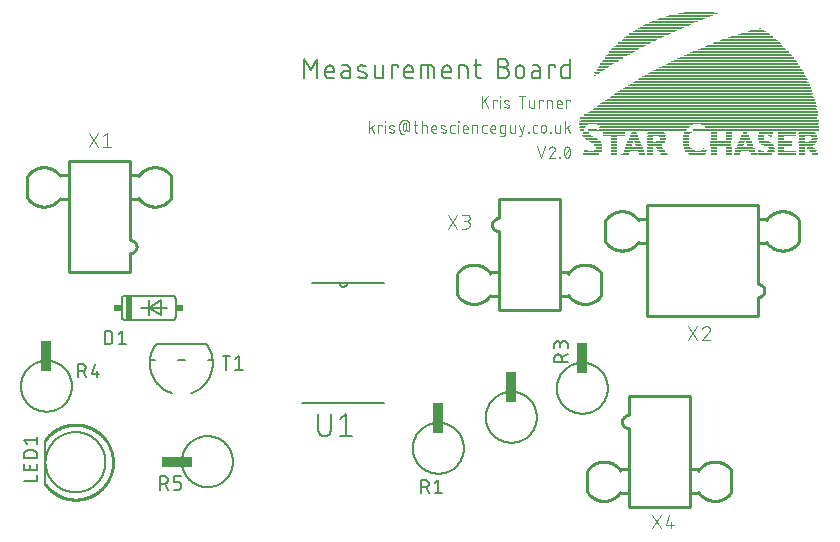
<source format=gbr>
G04 EAGLE Gerber RS-274X export*
G75*
%MOMM*%
%FSLAX34Y34*%
%LPD*%
%INSilkscreen Top*%
%IPPOS*%
%AMOC8*
5,1,8,0,0,1.08239X$1,22.5*%
G01*
%ADD10C,0.152400*%
%ADD11C,0.076200*%
%ADD12R,1.099819X0.084838*%
%ADD13R,0.508000X0.084838*%
%ADD14R,0.424181X0.084838*%
%ADD15R,0.678181X0.084838*%
%ADD16R,1.186181X0.084838*%
%ADD17R,0.594363X0.084838*%
%ADD18R,1.016000X0.084838*%
%ADD19R,1.524000X0.084838*%
%ADD20R,0.591819X0.084838*%
%ADD21R,1.356363X0.084581*%
%ADD22R,0.508000X0.084581*%
%ADD23R,0.594363X0.084581*%
%ADD24R,0.591819X0.084581*%
%ADD25R,0.424181X0.084581*%
%ADD26R,1.437638X0.084581*%
%ADD27R,1.183638X0.084581*%
%ADD28R,1.524000X0.084581*%
%ADD29R,1.270000X0.084581*%
%ADD30R,1.778000X0.084581*%
%ADD31R,0.675638X0.084581*%
%ADD32R,0.421637X0.084581*%
%ADD33R,0.678181X0.084581*%
%ADD34R,1.694181X0.084581*%
%ADD35R,0.848363X0.084581*%
%ADD36R,0.254000X0.084581*%
%ADD37R,0.254000X0.084838*%
%ADD38R,1.694181X0.084838*%
%ADD39R,1.610363X0.084838*%
%ADD40R,0.083819X0.084581*%
%ADD41R,1.610363X0.084581*%
%ADD42R,1.353819X0.084838*%
%ADD43R,0.675638X0.084838*%
%ADD44R,1.437638X0.084838*%
%ADD45R,1.270000X0.084838*%
%ADD46R,1.186181X0.084581*%
%ADD47R,0.845819X0.084581*%
%ADD48R,0.932181X0.084581*%
%ADD49R,0.762000X0.084838*%
%ADD50R,1.778000X0.084838*%
%ADD51R,0.929638X0.084838*%
%ADD52R,1.440181X0.084838*%
%ADD53R,1.440181X0.084581*%
%ADD54R,1.016000X0.084581*%
%ADD55R,0.762000X0.084581*%
%ADD56R,0.929638X0.084581*%
%ADD57R,0.167637X0.084581*%
%ADD58R,1.861819X0.084581*%
%ADD59R,0.337819X0.084581*%
%ADD60R,1.861819X0.084838*%
%ADD61R,1.353819X0.084581*%
%ADD62R,1.102363X0.084581*%
%ADD63R,0.340363X0.084581*%
%ADD64R,8.214363X0.084581*%
%ADD65R,10.668000X0.084581*%
%ADD66R,7.449819X0.084581*%
%ADD67R,0.340363X0.084838*%
%ADD68R,7.533638X0.084838*%
%ADD69R,9.652000X0.084838*%
%ADD70R,7.620000X0.084581*%
%ADD71R,9.652000X0.084581*%
%ADD72R,9.568181X0.084581*%
%ADD73R,7.874000X0.084838*%
%ADD74R,8.211819X0.084581*%
%ADD75R,9.906000X0.084581*%
%ADD76R,20.236181X0.084581*%
%ADD77R,20.236181X0.084838*%
%ADD78R,20.149819X0.084581*%
%ADD79R,20.149819X0.084838*%
%ADD80R,20.066000X0.084581*%
%ADD81R,19.982181X0.084838*%
%ADD82R,19.812000X0.084581*%
%ADD83R,19.728181X0.084581*%
%ADD84R,19.558000X0.084838*%
%ADD85R,19.474181X0.084581*%
%ADD86R,19.304000X0.084581*%
%ADD87R,19.133819X0.084838*%
%ADD88R,18.963638X0.084581*%
%ADD89R,18.879819X0.084581*%
%ADD90R,18.796000X0.084838*%
%ADD91R,18.625819X0.084581*%
%ADD92R,18.458181X0.084581*%
%ADD93R,18.371819X0.084838*%
%ADD94R,18.204181X0.084581*%
%ADD95R,18.117819X0.084581*%
%ADD96R,17.866363X0.084838*%
%ADD97R,17.780000X0.084581*%
%ADD98R,17.612362X0.084581*%
%ADD99R,17.526000X0.084838*%
%ADD100R,17.272000X0.084581*%
%ADD101R,17.185638X0.084581*%
%ADD102R,17.018000X0.084838*%
%ADD103R,16.847819X0.084581*%
%ADD104R,16.680181X0.084581*%
%ADD105R,16.593819X0.084838*%
%ADD106R,16.342363X0.084581*%
%ADD107R,16.256000X0.084581*%
%ADD108R,16.088363X0.084838*%
%ADD109R,15.915638X0.084581*%
%ADD110R,15.748000X0.084581*%
%ADD111R,15.494000X0.084838*%
%ADD112R,15.410181X0.084581*%
%ADD113R,15.240000X0.084581*%
%ADD114R,14.986000X0.084838*%
%ADD115R,14.902181X0.084581*%
%ADD116R,14.645638X0.084581*%
%ADD117R,14.561819X0.084838*%
%ADD118R,14.391637X0.084581*%
%ADD119R,14.140181X0.084581*%
%ADD120R,14.053819X0.084838*%
%ADD121R,13.802363X0.084581*%
%ADD122R,0.170181X0.084581*%
%ADD123R,13.545819X0.084581*%
%ADD124R,13.375637X0.084838*%
%ADD125R,13.124181X0.084581*%
%ADD126R,13.037819X0.084581*%
%ADD127R,12.786363X0.084838*%
%ADD128R,12.616181X0.084581*%
%ADD129R,12.359637X0.084581*%
%ADD130R,12.192000X0.084838*%
%ADD131R,11.938000X0.084581*%
%ADD132R,11.684000X0.084581*%
%ADD133R,0.932181X0.084838*%
%ADD134R,11.516363X0.084838*%
%ADD135R,1.099819X0.084581*%
%ADD136R,11.259819X0.084581*%
%ADD137R,11.005819X0.084581*%
%ADD138R,1.183638X0.084838*%
%ADD139R,10.838181X0.084838*%
%ADD140R,10.584181X0.084581*%
%ADD141R,10.327637X0.084581*%
%ADD142R,10.076181X0.084838*%
%ADD143R,1.607819X0.084581*%
%ADD144R,9.311637X0.084838*%
%ADD145R,9.060181X0.084581*%
%ADD146R,8.806181X0.084581*%
%ADD147R,8.636000X0.084838*%
%ADD148R,2.032000X0.084581*%
%ADD149R,8.382000X0.084581*%
%ADD150R,2.118362X0.084581*%
%ADD151R,8.044181X0.084581*%
%ADD152R,2.199638X0.084838*%
%ADD153R,7.790181X0.084838*%
%ADD154R,2.286000X0.084581*%
%ADD155R,7.533638X0.084581*%
%ADD156R,7.195819X0.084581*%
%ADD157R,2.369819X0.084838*%
%ADD158R,6.944363X0.084838*%
%ADD159R,2.456181X0.084581*%
%ADD160R,6.687819X0.084581*%
%ADD161R,2.540000X0.084581*%
%ADD162R,6.350000X0.084581*%
%ADD163R,2.623819X0.084838*%
%ADD164R,6.096000X0.084838*%
%ADD165R,2.710181X0.084581*%
%ADD166R,5.755638X0.084581*%
%ADD167R,2.794000X0.084581*%
%ADD168R,5.504181X0.084581*%
%ADD169R,2.877819X0.084838*%
%ADD170R,5.166362X0.084838*%
%ADD171R,2.880362X0.084581*%
%ADD172R,4.909819X0.084581*%
%ADD173R,2.961638X0.084581*%
%ADD174R,4.488181X0.084581*%
%ADD175R,3.048000X0.084838*%
%ADD176R,4.147819X0.084838*%
%ADD177R,3.134362X0.084581*%
%ADD178R,3.810000X0.084581*%
%ADD179R,3.215638X0.084581*%
%ADD180R,3.472181X0.084581*%
%ADD181R,3.218181X0.084838*%
%ADD182R,3.385819X0.084581*%
%ADD183R,2.369819X0.084581*%
%ADD184R,3.469638X0.084838*%
%ADD185R,1.948181X0.084838*%
%ADD186R,3.556000X0.084581*%
%ADD187R,3.556000X0.084838*%
%ADD188R,3.723638X0.084581*%
%ADD189R,3.726181X0.084581*%
%ADD190R,3.726181X0.084838*%
%ADD191R,3.896363X0.084581*%
%ADD192R,3.893819X0.084581*%
%ADD193R,3.893819X0.084838*%
%ADD194R,3.642363X0.084838*%
%ADD195R,0.508000X2.032000*%
%ADD196R,0.635000X0.508000*%
%ADD197C,0.127000*%
%ADD198C,0.203200*%
%ADD199R,0.812800X2.590800*%
%ADD200R,2.590800X0.812800*%
%ADD201C,0.254000*%
%ADD202C,0.101600*%


D10*
X268316Y567185D02*
X268316Y583441D01*
X273735Y574410D01*
X279154Y583441D01*
X279154Y567185D01*
X288984Y567185D02*
X293500Y567185D01*
X288984Y567185D02*
X288883Y567187D01*
X288782Y567193D01*
X288681Y567202D01*
X288580Y567215D01*
X288480Y567232D01*
X288381Y567253D01*
X288283Y567277D01*
X288186Y567305D01*
X288089Y567337D01*
X287994Y567372D01*
X287901Y567411D01*
X287809Y567453D01*
X287718Y567499D01*
X287630Y567548D01*
X287543Y567600D01*
X287458Y567656D01*
X287375Y567714D01*
X287295Y567776D01*
X287217Y567841D01*
X287141Y567908D01*
X287068Y567978D01*
X286998Y568051D01*
X286931Y568127D01*
X286866Y568205D01*
X286804Y568285D01*
X286746Y568368D01*
X286690Y568453D01*
X286638Y568540D01*
X286589Y568628D01*
X286543Y568719D01*
X286501Y568811D01*
X286462Y568904D01*
X286427Y568999D01*
X286395Y569096D01*
X286367Y569193D01*
X286343Y569291D01*
X286322Y569390D01*
X286305Y569490D01*
X286292Y569591D01*
X286283Y569692D01*
X286277Y569793D01*
X286275Y569894D01*
X286275Y574410D01*
X286277Y574529D01*
X286283Y574649D01*
X286293Y574768D01*
X286307Y574886D01*
X286324Y575005D01*
X286346Y575122D01*
X286371Y575239D01*
X286401Y575354D01*
X286434Y575469D01*
X286471Y575583D01*
X286511Y575695D01*
X286556Y575806D01*
X286604Y575915D01*
X286655Y576023D01*
X286710Y576129D01*
X286769Y576233D01*
X286831Y576335D01*
X286896Y576435D01*
X286965Y576533D01*
X287037Y576629D01*
X287112Y576722D01*
X287189Y576812D01*
X287270Y576900D01*
X287354Y576985D01*
X287441Y577067D01*
X287530Y577147D01*
X287622Y577223D01*
X287716Y577297D01*
X287813Y577367D01*
X287911Y577434D01*
X288012Y577498D01*
X288116Y577558D01*
X288221Y577615D01*
X288328Y577668D01*
X288436Y577718D01*
X288546Y577764D01*
X288658Y577806D01*
X288771Y577845D01*
X288885Y577880D01*
X289000Y577911D01*
X289117Y577939D01*
X289234Y577962D01*
X289351Y577982D01*
X289470Y577998D01*
X289589Y578010D01*
X289708Y578018D01*
X289827Y578022D01*
X289947Y578022D01*
X290066Y578018D01*
X290185Y578010D01*
X290304Y577998D01*
X290423Y577982D01*
X290540Y577962D01*
X290657Y577939D01*
X290774Y577911D01*
X290889Y577880D01*
X291003Y577845D01*
X291116Y577806D01*
X291228Y577764D01*
X291338Y577718D01*
X291446Y577668D01*
X291553Y577615D01*
X291658Y577558D01*
X291762Y577498D01*
X291863Y577434D01*
X291961Y577367D01*
X292058Y577297D01*
X292152Y577223D01*
X292244Y577147D01*
X292333Y577067D01*
X292420Y576985D01*
X292504Y576900D01*
X292585Y576812D01*
X292662Y576722D01*
X292737Y576629D01*
X292809Y576533D01*
X292878Y576435D01*
X292943Y576335D01*
X293005Y576233D01*
X293064Y576129D01*
X293119Y576023D01*
X293170Y575915D01*
X293218Y575806D01*
X293263Y575695D01*
X293303Y575583D01*
X293340Y575469D01*
X293373Y575354D01*
X293403Y575239D01*
X293428Y575122D01*
X293450Y575005D01*
X293467Y574886D01*
X293481Y574768D01*
X293491Y574649D01*
X293497Y574529D01*
X293499Y574410D01*
X293500Y574410D02*
X293500Y572604D01*
X286275Y572604D01*
X302909Y573507D02*
X306973Y573507D01*
X302909Y573507D02*
X302797Y573505D01*
X302686Y573499D01*
X302575Y573489D01*
X302464Y573476D01*
X302354Y573458D01*
X302245Y573436D01*
X302136Y573411D01*
X302028Y573382D01*
X301922Y573349D01*
X301816Y573312D01*
X301712Y573272D01*
X301610Y573228D01*
X301509Y573180D01*
X301410Y573129D01*
X301312Y573074D01*
X301217Y573016D01*
X301124Y572955D01*
X301033Y572890D01*
X300944Y572822D01*
X300858Y572751D01*
X300775Y572678D01*
X300694Y572601D01*
X300615Y572521D01*
X300540Y572439D01*
X300468Y572354D01*
X300398Y572267D01*
X300332Y572177D01*
X300269Y572085D01*
X300209Y571990D01*
X300153Y571894D01*
X300100Y571796D01*
X300051Y571696D01*
X300005Y571594D01*
X299963Y571491D01*
X299924Y571386D01*
X299889Y571280D01*
X299858Y571173D01*
X299831Y571065D01*
X299807Y570956D01*
X299788Y570846D01*
X299772Y570736D01*
X299760Y570625D01*
X299752Y570513D01*
X299748Y570402D01*
X299748Y570290D01*
X299752Y570179D01*
X299760Y570067D01*
X299772Y569956D01*
X299788Y569846D01*
X299807Y569736D01*
X299831Y569627D01*
X299858Y569519D01*
X299889Y569412D01*
X299924Y569306D01*
X299963Y569201D01*
X300005Y569098D01*
X300051Y568996D01*
X300100Y568896D01*
X300153Y568798D01*
X300209Y568702D01*
X300269Y568607D01*
X300332Y568515D01*
X300398Y568425D01*
X300468Y568338D01*
X300540Y568253D01*
X300615Y568171D01*
X300694Y568091D01*
X300775Y568014D01*
X300858Y567941D01*
X300944Y567870D01*
X301033Y567802D01*
X301124Y567737D01*
X301217Y567676D01*
X301312Y567618D01*
X301410Y567563D01*
X301509Y567512D01*
X301610Y567464D01*
X301712Y567420D01*
X301816Y567380D01*
X301922Y567343D01*
X302028Y567310D01*
X302136Y567281D01*
X302245Y567256D01*
X302354Y567234D01*
X302464Y567216D01*
X302575Y567203D01*
X302686Y567193D01*
X302797Y567187D01*
X302909Y567185D01*
X306973Y567185D01*
X306973Y575313D01*
X306971Y575414D01*
X306965Y575515D01*
X306956Y575616D01*
X306943Y575717D01*
X306926Y575817D01*
X306905Y575916D01*
X306881Y576014D01*
X306853Y576111D01*
X306821Y576208D01*
X306786Y576303D01*
X306747Y576396D01*
X306705Y576488D01*
X306659Y576579D01*
X306610Y576668D01*
X306558Y576754D01*
X306502Y576839D01*
X306444Y576922D01*
X306382Y577002D01*
X306317Y577080D01*
X306250Y577156D01*
X306180Y577229D01*
X306107Y577299D01*
X306031Y577366D01*
X305953Y577431D01*
X305873Y577493D01*
X305790Y577551D01*
X305705Y577607D01*
X305619Y577659D01*
X305530Y577708D01*
X305439Y577754D01*
X305347Y577796D01*
X305254Y577835D01*
X305159Y577870D01*
X305062Y577902D01*
X304965Y577930D01*
X304867Y577954D01*
X304768Y577975D01*
X304668Y577992D01*
X304567Y578005D01*
X304466Y578014D01*
X304365Y578020D01*
X304264Y578022D01*
X300652Y578022D01*
X315245Y573507D02*
X319760Y571701D01*
X315244Y573507D02*
X315156Y573544D01*
X315070Y573585D01*
X314985Y573629D01*
X314902Y573677D01*
X314822Y573728D01*
X314743Y573782D01*
X314667Y573840D01*
X314593Y573900D01*
X314521Y573964D01*
X314453Y574030D01*
X314387Y574100D01*
X314324Y574171D01*
X314263Y574246D01*
X314206Y574322D01*
X314153Y574401D01*
X314102Y574482D01*
X314055Y574565D01*
X314011Y574650D01*
X313971Y574737D01*
X313934Y574825D01*
X313901Y574915D01*
X313871Y575006D01*
X313846Y575098D01*
X313824Y575191D01*
X313806Y575285D01*
X313791Y575379D01*
X313781Y575474D01*
X313775Y575570D01*
X313772Y575665D01*
X313773Y575761D01*
X313779Y575856D01*
X313788Y575952D01*
X313801Y576046D01*
X313817Y576140D01*
X313838Y576234D01*
X313863Y576326D01*
X313891Y576417D01*
X313923Y576507D01*
X313958Y576596D01*
X313997Y576683D01*
X314040Y576769D01*
X314086Y576853D01*
X314136Y576934D01*
X314188Y577014D01*
X314244Y577092D01*
X314304Y577167D01*
X314366Y577239D01*
X314431Y577309D01*
X314499Y577377D01*
X314569Y577441D01*
X314642Y577503D01*
X314718Y577561D01*
X314796Y577617D01*
X314876Y577669D01*
X314958Y577718D01*
X315042Y577763D01*
X315128Y577805D01*
X315215Y577844D01*
X315304Y577879D01*
X315395Y577910D01*
X315486Y577937D01*
X315579Y577961D01*
X315672Y577981D01*
X315766Y577997D01*
X315861Y578009D01*
X315956Y578018D01*
X316052Y578022D01*
X316147Y578023D01*
X316394Y578016D01*
X316640Y578004D01*
X316886Y577986D01*
X317132Y577961D01*
X317376Y577931D01*
X317620Y577895D01*
X317863Y577854D01*
X318105Y577806D01*
X318346Y577752D01*
X318585Y577693D01*
X318823Y577628D01*
X319059Y577557D01*
X319294Y577481D01*
X319527Y577399D01*
X319757Y577311D01*
X319985Y577218D01*
X320212Y577120D01*
X319760Y571700D02*
X319848Y571663D01*
X319934Y571622D01*
X320019Y571578D01*
X320102Y571530D01*
X320182Y571479D01*
X320261Y571425D01*
X320337Y571367D01*
X320411Y571307D01*
X320483Y571243D01*
X320551Y571177D01*
X320617Y571107D01*
X320680Y571036D01*
X320741Y570961D01*
X320798Y570885D01*
X320851Y570806D01*
X320902Y570725D01*
X320949Y570642D01*
X320993Y570557D01*
X321033Y570470D01*
X321070Y570382D01*
X321103Y570292D01*
X321133Y570201D01*
X321158Y570109D01*
X321180Y570016D01*
X321198Y569922D01*
X321213Y569828D01*
X321223Y569733D01*
X321229Y569637D01*
X321232Y569542D01*
X321231Y569446D01*
X321225Y569351D01*
X321216Y569255D01*
X321203Y569161D01*
X321187Y569067D01*
X321166Y568973D01*
X321141Y568881D01*
X321113Y568790D01*
X321081Y568700D01*
X321046Y568611D01*
X321007Y568524D01*
X320964Y568438D01*
X320918Y568354D01*
X320868Y568273D01*
X320816Y568193D01*
X320760Y568115D01*
X320700Y568040D01*
X320638Y567968D01*
X320573Y567898D01*
X320505Y567830D01*
X320435Y567766D01*
X320362Y567704D01*
X320286Y567646D01*
X320208Y567590D01*
X320128Y567538D01*
X320046Y567489D01*
X319962Y567444D01*
X319876Y567402D01*
X319789Y567363D01*
X319700Y567328D01*
X319609Y567297D01*
X319518Y567270D01*
X319425Y567246D01*
X319332Y567226D01*
X319238Y567210D01*
X319143Y567198D01*
X319048Y567189D01*
X318952Y567185D01*
X318857Y567184D01*
X318857Y567185D02*
X318495Y567194D01*
X318133Y567212D01*
X317772Y567239D01*
X317412Y567274D01*
X317052Y567317D01*
X316693Y567369D01*
X316336Y567430D01*
X315981Y567499D01*
X315627Y567576D01*
X315275Y567662D01*
X314925Y567756D01*
X314577Y567859D01*
X314232Y567969D01*
X313890Y568088D01*
X327958Y569894D02*
X327958Y578022D01*
X327958Y569894D02*
X327960Y569793D01*
X327966Y569692D01*
X327975Y569591D01*
X327988Y569490D01*
X328005Y569390D01*
X328026Y569291D01*
X328050Y569193D01*
X328078Y569096D01*
X328110Y568999D01*
X328145Y568904D01*
X328184Y568811D01*
X328226Y568719D01*
X328272Y568628D01*
X328321Y568540D01*
X328373Y568453D01*
X328429Y568368D01*
X328487Y568285D01*
X328549Y568205D01*
X328614Y568127D01*
X328681Y568051D01*
X328751Y567978D01*
X328824Y567908D01*
X328900Y567841D01*
X328978Y567776D01*
X329058Y567714D01*
X329141Y567656D01*
X329226Y567600D01*
X329313Y567548D01*
X329401Y567499D01*
X329492Y567453D01*
X329584Y567411D01*
X329677Y567372D01*
X329772Y567337D01*
X329869Y567305D01*
X329966Y567277D01*
X330064Y567253D01*
X330163Y567232D01*
X330263Y567215D01*
X330364Y567202D01*
X330465Y567193D01*
X330566Y567187D01*
X330667Y567185D01*
X335183Y567185D01*
X335183Y578022D01*
X342632Y578022D02*
X342632Y567185D01*
X342632Y578022D02*
X348051Y578022D01*
X348051Y576216D01*
X355677Y567185D02*
X360193Y567185D01*
X355677Y567185D02*
X355576Y567187D01*
X355475Y567193D01*
X355374Y567202D01*
X355273Y567215D01*
X355173Y567232D01*
X355074Y567253D01*
X354976Y567277D01*
X354879Y567305D01*
X354782Y567337D01*
X354687Y567372D01*
X354594Y567411D01*
X354502Y567453D01*
X354411Y567499D01*
X354323Y567548D01*
X354236Y567600D01*
X354151Y567656D01*
X354068Y567714D01*
X353988Y567776D01*
X353910Y567841D01*
X353834Y567908D01*
X353761Y567978D01*
X353691Y568051D01*
X353624Y568127D01*
X353559Y568205D01*
X353497Y568285D01*
X353439Y568368D01*
X353383Y568453D01*
X353331Y568540D01*
X353282Y568628D01*
X353236Y568719D01*
X353194Y568811D01*
X353155Y568904D01*
X353120Y568999D01*
X353088Y569096D01*
X353060Y569193D01*
X353036Y569291D01*
X353015Y569390D01*
X352998Y569490D01*
X352985Y569591D01*
X352976Y569692D01*
X352970Y569793D01*
X352968Y569894D01*
X352968Y574410D01*
X352970Y574529D01*
X352976Y574649D01*
X352986Y574768D01*
X353000Y574886D01*
X353017Y575005D01*
X353039Y575122D01*
X353064Y575239D01*
X353094Y575354D01*
X353127Y575469D01*
X353164Y575583D01*
X353204Y575695D01*
X353249Y575806D01*
X353297Y575915D01*
X353348Y576023D01*
X353403Y576129D01*
X353462Y576233D01*
X353524Y576335D01*
X353589Y576435D01*
X353658Y576533D01*
X353730Y576629D01*
X353805Y576722D01*
X353882Y576812D01*
X353963Y576900D01*
X354047Y576985D01*
X354134Y577067D01*
X354223Y577147D01*
X354315Y577223D01*
X354409Y577297D01*
X354506Y577367D01*
X354604Y577434D01*
X354705Y577498D01*
X354809Y577558D01*
X354914Y577615D01*
X355021Y577668D01*
X355129Y577718D01*
X355239Y577764D01*
X355351Y577806D01*
X355464Y577845D01*
X355578Y577880D01*
X355693Y577911D01*
X355810Y577939D01*
X355927Y577962D01*
X356044Y577982D01*
X356163Y577998D01*
X356282Y578010D01*
X356401Y578018D01*
X356520Y578022D01*
X356640Y578022D01*
X356759Y578018D01*
X356878Y578010D01*
X356997Y577998D01*
X357116Y577982D01*
X357233Y577962D01*
X357350Y577939D01*
X357467Y577911D01*
X357582Y577880D01*
X357696Y577845D01*
X357809Y577806D01*
X357921Y577764D01*
X358031Y577718D01*
X358139Y577668D01*
X358246Y577615D01*
X358351Y577558D01*
X358455Y577498D01*
X358556Y577434D01*
X358654Y577367D01*
X358751Y577297D01*
X358845Y577223D01*
X358937Y577147D01*
X359026Y577067D01*
X359113Y576985D01*
X359197Y576900D01*
X359278Y576812D01*
X359355Y576722D01*
X359430Y576629D01*
X359502Y576533D01*
X359571Y576435D01*
X359636Y576335D01*
X359698Y576233D01*
X359757Y576129D01*
X359812Y576023D01*
X359863Y575915D01*
X359911Y575806D01*
X359956Y575695D01*
X359996Y575583D01*
X360033Y575469D01*
X360066Y575354D01*
X360096Y575239D01*
X360121Y575122D01*
X360143Y575005D01*
X360160Y574886D01*
X360174Y574768D01*
X360184Y574649D01*
X360190Y574529D01*
X360192Y574410D01*
X360193Y574410D02*
X360193Y572604D01*
X352968Y572604D01*
X367314Y567185D02*
X367314Y578022D01*
X375442Y578022D01*
X375543Y578020D01*
X375644Y578014D01*
X375745Y578005D01*
X375846Y577992D01*
X375946Y577975D01*
X376045Y577954D01*
X376143Y577930D01*
X376240Y577902D01*
X376337Y577870D01*
X376432Y577835D01*
X376525Y577796D01*
X376617Y577754D01*
X376708Y577708D01*
X376797Y577659D01*
X376883Y577607D01*
X376968Y577551D01*
X377051Y577493D01*
X377131Y577431D01*
X377209Y577366D01*
X377285Y577299D01*
X377358Y577229D01*
X377428Y577156D01*
X377495Y577080D01*
X377560Y577002D01*
X377622Y576922D01*
X377680Y576839D01*
X377736Y576754D01*
X377788Y576668D01*
X377837Y576579D01*
X377883Y576488D01*
X377925Y576396D01*
X377964Y576303D01*
X377999Y576208D01*
X378031Y576111D01*
X378059Y576014D01*
X378083Y575916D01*
X378104Y575817D01*
X378121Y575717D01*
X378134Y575616D01*
X378143Y575515D01*
X378149Y575414D01*
X378151Y575313D01*
X378151Y567185D01*
X372733Y567185D02*
X372733Y578022D01*
X387982Y567185D02*
X392497Y567185D01*
X387982Y567185D02*
X387881Y567187D01*
X387780Y567193D01*
X387679Y567202D01*
X387578Y567215D01*
X387478Y567232D01*
X387379Y567253D01*
X387281Y567277D01*
X387184Y567305D01*
X387087Y567337D01*
X386992Y567372D01*
X386899Y567411D01*
X386807Y567453D01*
X386716Y567499D01*
X386628Y567548D01*
X386541Y567600D01*
X386456Y567656D01*
X386373Y567714D01*
X386293Y567776D01*
X386215Y567841D01*
X386139Y567908D01*
X386066Y567978D01*
X385996Y568051D01*
X385929Y568127D01*
X385864Y568205D01*
X385802Y568285D01*
X385744Y568368D01*
X385688Y568453D01*
X385636Y568540D01*
X385587Y568628D01*
X385541Y568719D01*
X385499Y568811D01*
X385460Y568904D01*
X385425Y568999D01*
X385393Y569096D01*
X385365Y569193D01*
X385341Y569291D01*
X385320Y569390D01*
X385303Y569490D01*
X385290Y569591D01*
X385281Y569692D01*
X385275Y569793D01*
X385273Y569894D01*
X385272Y569894D02*
X385272Y574410D01*
X385273Y574410D02*
X385275Y574529D01*
X385281Y574649D01*
X385291Y574768D01*
X385305Y574886D01*
X385322Y575005D01*
X385344Y575122D01*
X385369Y575239D01*
X385399Y575354D01*
X385432Y575469D01*
X385469Y575583D01*
X385509Y575695D01*
X385554Y575806D01*
X385602Y575915D01*
X385653Y576023D01*
X385708Y576129D01*
X385767Y576233D01*
X385829Y576335D01*
X385894Y576435D01*
X385963Y576533D01*
X386035Y576629D01*
X386110Y576722D01*
X386187Y576812D01*
X386268Y576900D01*
X386352Y576985D01*
X386439Y577067D01*
X386528Y577147D01*
X386620Y577223D01*
X386714Y577297D01*
X386811Y577367D01*
X386909Y577434D01*
X387010Y577498D01*
X387114Y577558D01*
X387219Y577615D01*
X387326Y577668D01*
X387434Y577718D01*
X387544Y577764D01*
X387656Y577806D01*
X387769Y577845D01*
X387883Y577880D01*
X387998Y577911D01*
X388115Y577939D01*
X388232Y577962D01*
X388349Y577982D01*
X388468Y577998D01*
X388587Y578010D01*
X388706Y578018D01*
X388825Y578022D01*
X388945Y578022D01*
X389064Y578018D01*
X389183Y578010D01*
X389302Y577998D01*
X389421Y577982D01*
X389538Y577962D01*
X389655Y577939D01*
X389772Y577911D01*
X389887Y577880D01*
X390001Y577845D01*
X390114Y577806D01*
X390226Y577764D01*
X390336Y577718D01*
X390444Y577668D01*
X390551Y577615D01*
X390656Y577558D01*
X390760Y577498D01*
X390861Y577434D01*
X390959Y577367D01*
X391056Y577297D01*
X391150Y577223D01*
X391242Y577147D01*
X391331Y577067D01*
X391418Y576985D01*
X391502Y576900D01*
X391583Y576812D01*
X391660Y576722D01*
X391735Y576629D01*
X391807Y576533D01*
X391876Y576435D01*
X391941Y576335D01*
X392003Y576233D01*
X392062Y576129D01*
X392117Y576023D01*
X392168Y575915D01*
X392216Y575806D01*
X392261Y575695D01*
X392301Y575583D01*
X392338Y575469D01*
X392371Y575354D01*
X392401Y575239D01*
X392426Y575122D01*
X392448Y575005D01*
X392465Y574886D01*
X392479Y574768D01*
X392489Y574649D01*
X392495Y574529D01*
X392497Y574410D01*
X392497Y572604D01*
X385272Y572604D01*
X399341Y567185D02*
X399341Y578022D01*
X403856Y578022D01*
X403960Y578020D01*
X404063Y578014D01*
X404167Y578004D01*
X404270Y577990D01*
X404372Y577972D01*
X404473Y577951D01*
X404574Y577925D01*
X404673Y577896D01*
X404772Y577863D01*
X404869Y577826D01*
X404964Y577785D01*
X405058Y577741D01*
X405150Y577693D01*
X405240Y577642D01*
X405329Y577587D01*
X405415Y577529D01*
X405498Y577467D01*
X405580Y577403D01*
X405658Y577335D01*
X405734Y577265D01*
X405808Y577192D01*
X405878Y577115D01*
X405946Y577037D01*
X406010Y576955D01*
X406072Y576872D01*
X406130Y576786D01*
X406185Y576697D01*
X406236Y576607D01*
X406284Y576515D01*
X406328Y576421D01*
X406369Y576326D01*
X406406Y576229D01*
X406439Y576130D01*
X406468Y576031D01*
X406494Y575930D01*
X406515Y575829D01*
X406533Y575727D01*
X406547Y575624D01*
X406557Y575520D01*
X406563Y575417D01*
X406565Y575313D01*
X406565Y567185D01*
X412111Y578022D02*
X417530Y578022D01*
X413918Y583441D02*
X413918Y569894D01*
X413920Y569793D01*
X413926Y569692D01*
X413935Y569591D01*
X413948Y569490D01*
X413965Y569390D01*
X413986Y569291D01*
X414010Y569193D01*
X414038Y569096D01*
X414070Y568999D01*
X414105Y568904D01*
X414144Y568811D01*
X414186Y568719D01*
X414232Y568628D01*
X414281Y568540D01*
X414333Y568453D01*
X414389Y568368D01*
X414447Y568285D01*
X414509Y568205D01*
X414574Y568127D01*
X414641Y568051D01*
X414711Y567978D01*
X414784Y567908D01*
X414860Y567841D01*
X414938Y567776D01*
X415018Y567714D01*
X415101Y567656D01*
X415186Y567600D01*
X415273Y567548D01*
X415361Y567499D01*
X415452Y567453D01*
X415544Y567411D01*
X415637Y567372D01*
X415732Y567337D01*
X415829Y567305D01*
X415926Y567277D01*
X416024Y567253D01*
X416123Y567232D01*
X416223Y567215D01*
X416324Y567202D01*
X416425Y567193D01*
X416526Y567187D01*
X416627Y567185D01*
X417530Y567185D01*
X432516Y576216D02*
X437032Y576216D01*
X437032Y576217D02*
X437165Y576215D01*
X437297Y576209D01*
X437429Y576199D01*
X437561Y576186D01*
X437693Y576168D01*
X437823Y576147D01*
X437954Y576122D01*
X438083Y576093D01*
X438211Y576060D01*
X438339Y576024D01*
X438465Y575984D01*
X438590Y575940D01*
X438714Y575892D01*
X438836Y575841D01*
X438957Y575786D01*
X439076Y575728D01*
X439194Y575666D01*
X439309Y575601D01*
X439423Y575532D01*
X439534Y575461D01*
X439643Y575385D01*
X439750Y575307D01*
X439855Y575226D01*
X439957Y575141D01*
X440057Y575054D01*
X440154Y574964D01*
X440249Y574871D01*
X440340Y574775D01*
X440429Y574677D01*
X440515Y574576D01*
X440598Y574472D01*
X440678Y574366D01*
X440754Y574258D01*
X440828Y574148D01*
X440898Y574035D01*
X440965Y573921D01*
X441028Y573804D01*
X441088Y573686D01*
X441145Y573566D01*
X441198Y573444D01*
X441247Y573321D01*
X441293Y573197D01*
X441335Y573071D01*
X441373Y572944D01*
X441408Y572816D01*
X441439Y572687D01*
X441466Y572558D01*
X441489Y572427D01*
X441509Y572296D01*
X441524Y572164D01*
X441536Y572032D01*
X441544Y571900D01*
X441548Y571767D01*
X441548Y571635D01*
X441544Y571502D01*
X441536Y571370D01*
X441524Y571238D01*
X441509Y571106D01*
X441489Y570975D01*
X441466Y570844D01*
X441439Y570715D01*
X441408Y570586D01*
X441373Y570458D01*
X441335Y570331D01*
X441293Y570205D01*
X441247Y570081D01*
X441198Y569958D01*
X441145Y569836D01*
X441088Y569716D01*
X441028Y569598D01*
X440965Y569481D01*
X440898Y569367D01*
X440828Y569254D01*
X440754Y569144D01*
X440678Y569036D01*
X440598Y568930D01*
X440515Y568826D01*
X440429Y568725D01*
X440340Y568627D01*
X440249Y568531D01*
X440154Y568438D01*
X440057Y568348D01*
X439957Y568261D01*
X439855Y568176D01*
X439750Y568095D01*
X439643Y568017D01*
X439534Y567941D01*
X439423Y567870D01*
X439309Y567801D01*
X439194Y567736D01*
X439076Y567674D01*
X438957Y567616D01*
X438836Y567561D01*
X438714Y567510D01*
X438590Y567462D01*
X438465Y567418D01*
X438339Y567378D01*
X438211Y567342D01*
X438083Y567309D01*
X437954Y567280D01*
X437823Y567255D01*
X437693Y567234D01*
X437561Y567216D01*
X437429Y567203D01*
X437297Y567193D01*
X437165Y567187D01*
X437032Y567185D01*
X432516Y567185D01*
X432516Y583441D01*
X437032Y583441D01*
X437151Y583439D01*
X437271Y583433D01*
X437390Y583423D01*
X437508Y583409D01*
X437627Y583392D01*
X437744Y583370D01*
X437861Y583345D01*
X437976Y583315D01*
X438091Y583282D01*
X438205Y583245D01*
X438317Y583205D01*
X438428Y583160D01*
X438537Y583112D01*
X438645Y583061D01*
X438751Y583006D01*
X438855Y582947D01*
X438957Y582885D01*
X439057Y582820D01*
X439155Y582751D01*
X439251Y582679D01*
X439344Y582604D01*
X439434Y582527D01*
X439522Y582446D01*
X439607Y582362D01*
X439689Y582275D01*
X439769Y582186D01*
X439845Y582094D01*
X439919Y582000D01*
X439989Y581903D01*
X440056Y581805D01*
X440120Y581704D01*
X440180Y581600D01*
X440237Y581495D01*
X440290Y581388D01*
X440340Y581280D01*
X440386Y581170D01*
X440428Y581058D01*
X440467Y580945D01*
X440502Y580831D01*
X440533Y580716D01*
X440561Y580599D01*
X440584Y580482D01*
X440604Y580365D01*
X440620Y580246D01*
X440632Y580127D01*
X440640Y580008D01*
X440644Y579889D01*
X440644Y579769D01*
X440640Y579650D01*
X440632Y579531D01*
X440620Y579412D01*
X440604Y579293D01*
X440584Y579176D01*
X440561Y579059D01*
X440533Y578942D01*
X440502Y578827D01*
X440467Y578713D01*
X440428Y578600D01*
X440386Y578488D01*
X440340Y578378D01*
X440290Y578270D01*
X440237Y578163D01*
X440180Y578058D01*
X440120Y577954D01*
X440056Y577853D01*
X439989Y577755D01*
X439919Y577658D01*
X439845Y577564D01*
X439769Y577472D01*
X439689Y577383D01*
X439607Y577296D01*
X439522Y577212D01*
X439434Y577131D01*
X439344Y577054D01*
X439251Y576979D01*
X439155Y576907D01*
X439057Y576838D01*
X438957Y576773D01*
X438855Y576711D01*
X438751Y576652D01*
X438645Y576597D01*
X438537Y576546D01*
X438428Y576498D01*
X438317Y576453D01*
X438205Y576413D01*
X438091Y576376D01*
X437976Y576343D01*
X437861Y576313D01*
X437744Y576288D01*
X437627Y576266D01*
X437508Y576249D01*
X437390Y576235D01*
X437271Y576225D01*
X437151Y576219D01*
X437032Y576217D01*
X447276Y574410D02*
X447276Y570797D01*
X447277Y574410D02*
X447279Y574529D01*
X447285Y574649D01*
X447295Y574768D01*
X447309Y574886D01*
X447326Y575005D01*
X447348Y575122D01*
X447373Y575239D01*
X447403Y575354D01*
X447436Y575469D01*
X447473Y575583D01*
X447513Y575695D01*
X447558Y575806D01*
X447606Y575915D01*
X447657Y576023D01*
X447712Y576129D01*
X447771Y576233D01*
X447833Y576335D01*
X447898Y576435D01*
X447967Y576533D01*
X448039Y576629D01*
X448114Y576722D01*
X448191Y576812D01*
X448272Y576900D01*
X448356Y576985D01*
X448443Y577067D01*
X448532Y577147D01*
X448624Y577223D01*
X448718Y577297D01*
X448815Y577367D01*
X448913Y577434D01*
X449014Y577498D01*
X449118Y577558D01*
X449223Y577615D01*
X449330Y577668D01*
X449438Y577718D01*
X449548Y577764D01*
X449660Y577806D01*
X449773Y577845D01*
X449887Y577880D01*
X450002Y577911D01*
X450119Y577939D01*
X450236Y577962D01*
X450353Y577982D01*
X450472Y577998D01*
X450591Y578010D01*
X450710Y578018D01*
X450829Y578022D01*
X450949Y578022D01*
X451068Y578018D01*
X451187Y578010D01*
X451306Y577998D01*
X451425Y577982D01*
X451542Y577962D01*
X451659Y577939D01*
X451776Y577911D01*
X451891Y577880D01*
X452005Y577845D01*
X452118Y577806D01*
X452230Y577764D01*
X452340Y577718D01*
X452448Y577668D01*
X452555Y577615D01*
X452660Y577558D01*
X452764Y577498D01*
X452865Y577434D01*
X452963Y577367D01*
X453060Y577297D01*
X453154Y577223D01*
X453246Y577147D01*
X453335Y577067D01*
X453422Y576985D01*
X453506Y576900D01*
X453587Y576812D01*
X453664Y576722D01*
X453739Y576629D01*
X453811Y576533D01*
X453880Y576435D01*
X453945Y576335D01*
X454007Y576233D01*
X454066Y576129D01*
X454121Y576023D01*
X454172Y575915D01*
X454220Y575806D01*
X454265Y575695D01*
X454305Y575583D01*
X454342Y575469D01*
X454375Y575354D01*
X454405Y575239D01*
X454430Y575122D01*
X454452Y575005D01*
X454469Y574886D01*
X454483Y574768D01*
X454493Y574649D01*
X454499Y574529D01*
X454501Y574410D01*
X454501Y570797D01*
X454499Y570678D01*
X454493Y570558D01*
X454483Y570439D01*
X454469Y570321D01*
X454452Y570202D01*
X454430Y570085D01*
X454405Y569968D01*
X454375Y569853D01*
X454342Y569738D01*
X454305Y569624D01*
X454265Y569512D01*
X454220Y569401D01*
X454172Y569292D01*
X454121Y569184D01*
X454066Y569078D01*
X454007Y568974D01*
X453945Y568872D01*
X453880Y568772D01*
X453811Y568674D01*
X453739Y568578D01*
X453664Y568485D01*
X453587Y568395D01*
X453506Y568307D01*
X453422Y568222D01*
X453335Y568140D01*
X453246Y568060D01*
X453154Y567984D01*
X453060Y567910D01*
X452963Y567840D01*
X452865Y567773D01*
X452764Y567709D01*
X452660Y567649D01*
X452555Y567592D01*
X452448Y567539D01*
X452340Y567489D01*
X452230Y567443D01*
X452118Y567401D01*
X452005Y567362D01*
X451891Y567327D01*
X451776Y567296D01*
X451659Y567268D01*
X451542Y567245D01*
X451425Y567225D01*
X451306Y567209D01*
X451187Y567197D01*
X451068Y567189D01*
X450949Y567185D01*
X450829Y567185D01*
X450710Y567189D01*
X450591Y567197D01*
X450472Y567209D01*
X450353Y567225D01*
X450236Y567245D01*
X450119Y567268D01*
X450002Y567296D01*
X449887Y567327D01*
X449773Y567362D01*
X449660Y567401D01*
X449548Y567443D01*
X449438Y567489D01*
X449330Y567539D01*
X449223Y567592D01*
X449118Y567649D01*
X449014Y567709D01*
X448913Y567773D01*
X448815Y567840D01*
X448718Y567910D01*
X448624Y567984D01*
X448532Y568060D01*
X448443Y568140D01*
X448356Y568222D01*
X448272Y568307D01*
X448191Y568395D01*
X448114Y568485D01*
X448039Y568578D01*
X447967Y568674D01*
X447898Y568772D01*
X447833Y568872D01*
X447771Y568974D01*
X447712Y569078D01*
X447657Y569184D01*
X447606Y569292D01*
X447558Y569401D01*
X447513Y569512D01*
X447473Y569624D01*
X447436Y569738D01*
X447403Y569853D01*
X447373Y569968D01*
X447348Y570085D01*
X447326Y570202D01*
X447309Y570321D01*
X447295Y570439D01*
X447285Y570558D01*
X447279Y570678D01*
X447277Y570797D01*
X463911Y573507D02*
X467975Y573507D01*
X463911Y573507D02*
X463799Y573505D01*
X463688Y573499D01*
X463577Y573489D01*
X463466Y573476D01*
X463356Y573458D01*
X463247Y573436D01*
X463138Y573411D01*
X463030Y573382D01*
X462924Y573349D01*
X462818Y573312D01*
X462714Y573272D01*
X462612Y573228D01*
X462511Y573180D01*
X462412Y573129D01*
X462314Y573074D01*
X462219Y573016D01*
X462126Y572955D01*
X462035Y572890D01*
X461946Y572822D01*
X461860Y572751D01*
X461777Y572678D01*
X461696Y572601D01*
X461617Y572521D01*
X461542Y572439D01*
X461470Y572354D01*
X461400Y572267D01*
X461334Y572177D01*
X461271Y572085D01*
X461211Y571990D01*
X461155Y571894D01*
X461102Y571796D01*
X461053Y571696D01*
X461007Y571594D01*
X460965Y571491D01*
X460926Y571386D01*
X460891Y571280D01*
X460860Y571173D01*
X460833Y571065D01*
X460809Y570956D01*
X460790Y570846D01*
X460774Y570736D01*
X460762Y570625D01*
X460754Y570513D01*
X460750Y570402D01*
X460750Y570290D01*
X460754Y570179D01*
X460762Y570067D01*
X460774Y569956D01*
X460790Y569846D01*
X460809Y569736D01*
X460833Y569627D01*
X460860Y569519D01*
X460891Y569412D01*
X460926Y569306D01*
X460965Y569201D01*
X461007Y569098D01*
X461053Y568996D01*
X461102Y568896D01*
X461155Y568798D01*
X461211Y568702D01*
X461271Y568607D01*
X461334Y568515D01*
X461400Y568425D01*
X461470Y568338D01*
X461542Y568253D01*
X461617Y568171D01*
X461696Y568091D01*
X461777Y568014D01*
X461860Y567941D01*
X461946Y567870D01*
X462035Y567802D01*
X462126Y567737D01*
X462219Y567676D01*
X462314Y567618D01*
X462412Y567563D01*
X462511Y567512D01*
X462612Y567464D01*
X462714Y567420D01*
X462818Y567380D01*
X462924Y567343D01*
X463030Y567310D01*
X463138Y567281D01*
X463247Y567256D01*
X463356Y567234D01*
X463466Y567216D01*
X463577Y567203D01*
X463688Y567193D01*
X463799Y567187D01*
X463911Y567185D01*
X467975Y567185D01*
X467975Y575313D01*
X467973Y575414D01*
X467967Y575515D01*
X467958Y575616D01*
X467945Y575717D01*
X467928Y575817D01*
X467907Y575916D01*
X467883Y576014D01*
X467855Y576111D01*
X467823Y576208D01*
X467788Y576303D01*
X467749Y576396D01*
X467707Y576488D01*
X467661Y576579D01*
X467612Y576668D01*
X467560Y576754D01*
X467504Y576839D01*
X467446Y576922D01*
X467384Y577002D01*
X467319Y577080D01*
X467252Y577156D01*
X467182Y577229D01*
X467109Y577299D01*
X467033Y577366D01*
X466955Y577431D01*
X466875Y577493D01*
X466792Y577551D01*
X466707Y577607D01*
X466621Y577659D01*
X466532Y577708D01*
X466441Y577754D01*
X466349Y577796D01*
X466256Y577835D01*
X466161Y577870D01*
X466064Y577902D01*
X465967Y577930D01*
X465869Y577954D01*
X465770Y577975D01*
X465670Y577992D01*
X465569Y578005D01*
X465468Y578014D01*
X465367Y578020D01*
X465266Y578022D01*
X461653Y578022D01*
X475497Y578022D02*
X475497Y567185D01*
X475497Y578022D02*
X480916Y578022D01*
X480916Y576216D01*
X492985Y583441D02*
X492985Y567185D01*
X488469Y567185D01*
X488368Y567187D01*
X488267Y567193D01*
X488166Y567202D01*
X488065Y567215D01*
X487965Y567232D01*
X487866Y567253D01*
X487768Y567277D01*
X487671Y567305D01*
X487574Y567337D01*
X487479Y567372D01*
X487386Y567411D01*
X487294Y567453D01*
X487203Y567499D01*
X487115Y567548D01*
X487028Y567600D01*
X486943Y567656D01*
X486860Y567714D01*
X486780Y567776D01*
X486702Y567841D01*
X486626Y567908D01*
X486553Y567978D01*
X486483Y568051D01*
X486416Y568127D01*
X486351Y568205D01*
X486289Y568285D01*
X486231Y568368D01*
X486175Y568453D01*
X486123Y568540D01*
X486074Y568628D01*
X486028Y568719D01*
X485986Y568811D01*
X485947Y568904D01*
X485912Y568999D01*
X485880Y569096D01*
X485852Y569193D01*
X485828Y569291D01*
X485807Y569390D01*
X485790Y569490D01*
X485777Y569591D01*
X485768Y569692D01*
X485762Y569793D01*
X485760Y569894D01*
X485760Y575313D01*
X485762Y575414D01*
X485768Y575515D01*
X485777Y575616D01*
X485790Y575717D01*
X485807Y575817D01*
X485828Y575916D01*
X485852Y576014D01*
X485880Y576111D01*
X485912Y576208D01*
X485947Y576303D01*
X485986Y576396D01*
X486028Y576488D01*
X486074Y576579D01*
X486123Y576668D01*
X486175Y576754D01*
X486231Y576839D01*
X486289Y576922D01*
X486351Y577002D01*
X486416Y577080D01*
X486483Y577156D01*
X486553Y577229D01*
X486626Y577299D01*
X486702Y577366D01*
X486780Y577431D01*
X486860Y577493D01*
X486943Y577551D01*
X487028Y577607D01*
X487115Y577659D01*
X487203Y577708D01*
X487294Y577754D01*
X487386Y577796D01*
X487479Y577835D01*
X487574Y577870D01*
X487671Y577902D01*
X487768Y577930D01*
X487866Y577954D01*
X487965Y577975D01*
X488065Y577992D01*
X488166Y578005D01*
X488267Y578014D01*
X488368Y578020D01*
X488469Y578022D01*
X492985Y578022D01*
D11*
X419078Y551647D02*
X419078Y542249D01*
X419078Y545904D02*
X424299Y551647D01*
X421166Y547993D02*
X424299Y542249D01*
X428054Y542249D02*
X428054Y548515D01*
X431187Y548515D01*
X431187Y547470D01*
X434054Y548515D02*
X434054Y542249D01*
X433793Y551125D02*
X433793Y551647D01*
X434315Y551647D01*
X434315Y551125D01*
X433793Y551125D01*
X438540Y545904D02*
X441150Y544860D01*
X438539Y545904D02*
X438473Y545932D01*
X438408Y545965D01*
X438345Y546000D01*
X438284Y546039D01*
X438225Y546081D01*
X438169Y546126D01*
X438115Y546174D01*
X438064Y546225D01*
X438015Y546278D01*
X437970Y546335D01*
X437927Y546393D01*
X437888Y546453D01*
X437851Y546516D01*
X437819Y546581D01*
X437790Y546647D01*
X437764Y546714D01*
X437742Y546783D01*
X437724Y546853D01*
X437709Y546924D01*
X437698Y546995D01*
X437691Y547067D01*
X437688Y547139D01*
X437689Y547211D01*
X437694Y547284D01*
X437702Y547355D01*
X437714Y547427D01*
X437730Y547497D01*
X437750Y547566D01*
X437774Y547635D01*
X437801Y547702D01*
X437831Y547767D01*
X437865Y547831D01*
X437903Y547893D01*
X437943Y547953D01*
X437987Y548010D01*
X438034Y548065D01*
X438084Y548118D01*
X438136Y548167D01*
X438191Y548214D01*
X438248Y548258D01*
X438308Y548299D01*
X438370Y548336D01*
X438434Y548371D01*
X438499Y548401D01*
X438566Y548429D01*
X438634Y548452D01*
X438704Y548472D01*
X438774Y548488D01*
X438845Y548501D01*
X438917Y548509D01*
X438989Y548514D01*
X439061Y548515D01*
X439062Y548514D02*
X439213Y548510D01*
X439364Y548502D01*
X439515Y548491D01*
X439666Y548475D01*
X439816Y548455D01*
X439966Y548432D01*
X440115Y548405D01*
X440263Y548374D01*
X440411Y548339D01*
X440557Y548301D01*
X440703Y548258D01*
X440847Y548212D01*
X440990Y548163D01*
X441132Y548110D01*
X441272Y548053D01*
X441411Y547992D01*
X441150Y544860D02*
X441216Y544832D01*
X441281Y544799D01*
X441344Y544764D01*
X441405Y544725D01*
X441464Y544683D01*
X441520Y544638D01*
X441574Y544590D01*
X441625Y544539D01*
X441674Y544486D01*
X441719Y544429D01*
X441762Y544371D01*
X441801Y544311D01*
X441838Y544248D01*
X441870Y544183D01*
X441899Y544117D01*
X441925Y544050D01*
X441947Y543981D01*
X441965Y543911D01*
X441980Y543840D01*
X441991Y543769D01*
X441998Y543697D01*
X442001Y543625D01*
X442000Y543553D01*
X441995Y543480D01*
X441987Y543409D01*
X441975Y543337D01*
X441959Y543267D01*
X441939Y543198D01*
X441915Y543129D01*
X441888Y543062D01*
X441858Y542997D01*
X441824Y542933D01*
X441786Y542871D01*
X441746Y542811D01*
X441702Y542754D01*
X441655Y542699D01*
X441605Y542646D01*
X441553Y542597D01*
X441498Y542550D01*
X441441Y542506D01*
X441381Y542465D01*
X441319Y542428D01*
X441255Y542393D01*
X441190Y542363D01*
X441123Y542335D01*
X441055Y542312D01*
X440985Y542292D01*
X440915Y542276D01*
X440844Y542263D01*
X440772Y542255D01*
X440700Y542250D01*
X440628Y542249D01*
X440418Y542254D01*
X440209Y542265D01*
X440000Y542280D01*
X439792Y542300D01*
X439584Y542326D01*
X439377Y542356D01*
X439170Y542391D01*
X438965Y542431D01*
X438760Y542475D01*
X438557Y542525D01*
X438354Y542579D01*
X438153Y542639D01*
X437954Y542702D01*
X437756Y542771D01*
X452646Y542249D02*
X452646Y551647D01*
X450036Y551647D02*
X455257Y551647D01*
X458787Y548515D02*
X458787Y543816D01*
X458788Y543816D02*
X458790Y543739D01*
X458796Y543663D01*
X458805Y543586D01*
X458818Y543510D01*
X458835Y543435D01*
X458855Y543361D01*
X458880Y543288D01*
X458907Y543217D01*
X458938Y543146D01*
X458973Y543078D01*
X459011Y543011D01*
X459052Y542946D01*
X459096Y542883D01*
X459143Y542823D01*
X459194Y542764D01*
X459247Y542709D01*
X459302Y542656D01*
X459361Y542605D01*
X459421Y542558D01*
X459484Y542514D01*
X459549Y542473D01*
X459616Y542435D01*
X459684Y542400D01*
X459755Y542369D01*
X459826Y542342D01*
X459899Y542317D01*
X459973Y542297D01*
X460048Y542280D01*
X460124Y542267D01*
X460201Y542258D01*
X460277Y542252D01*
X460354Y542250D01*
X460354Y542249D02*
X462964Y542249D01*
X462964Y548515D01*
X467373Y548515D02*
X467373Y542249D01*
X467373Y548515D02*
X470506Y548515D01*
X470506Y547470D01*
X473723Y548515D02*
X473723Y542249D01*
X473723Y548515D02*
X476333Y548515D01*
X476333Y548514D02*
X476410Y548512D01*
X476486Y548506D01*
X476563Y548497D01*
X476639Y548484D01*
X476714Y548467D01*
X476788Y548447D01*
X476861Y548422D01*
X476932Y548395D01*
X477003Y548364D01*
X477071Y548329D01*
X477138Y548291D01*
X477203Y548250D01*
X477266Y548206D01*
X477326Y548159D01*
X477385Y548108D01*
X477440Y548055D01*
X477493Y548000D01*
X477544Y547941D01*
X477591Y547881D01*
X477635Y547818D01*
X477676Y547753D01*
X477714Y547686D01*
X477749Y547618D01*
X477780Y547547D01*
X477807Y547476D01*
X477832Y547403D01*
X477852Y547329D01*
X477869Y547254D01*
X477882Y547178D01*
X477891Y547102D01*
X477897Y547025D01*
X477899Y546948D01*
X477899Y542249D01*
X483518Y542249D02*
X486129Y542249D01*
X483518Y542250D02*
X483441Y542252D01*
X483365Y542258D01*
X483288Y542267D01*
X483212Y542280D01*
X483137Y542297D01*
X483063Y542317D01*
X482990Y542342D01*
X482919Y542369D01*
X482848Y542400D01*
X482780Y542435D01*
X482713Y542473D01*
X482648Y542514D01*
X482585Y542558D01*
X482525Y542605D01*
X482466Y542656D01*
X482411Y542709D01*
X482358Y542764D01*
X482307Y542823D01*
X482260Y542883D01*
X482216Y542946D01*
X482175Y543011D01*
X482137Y543078D01*
X482102Y543146D01*
X482071Y543217D01*
X482044Y543288D01*
X482019Y543361D01*
X481999Y543435D01*
X481982Y543510D01*
X481969Y543586D01*
X481960Y543663D01*
X481954Y543739D01*
X481952Y543816D01*
X481952Y546426D01*
X481953Y546426D02*
X481955Y546516D01*
X481961Y546605D01*
X481970Y546695D01*
X481984Y546784D01*
X482001Y546872D01*
X482022Y546959D01*
X482047Y547046D01*
X482076Y547131D01*
X482108Y547215D01*
X482143Y547297D01*
X482183Y547378D01*
X482225Y547457D01*
X482271Y547534D01*
X482321Y547609D01*
X482373Y547682D01*
X482429Y547753D01*
X482487Y547821D01*
X482549Y547886D01*
X482613Y547949D01*
X482680Y548009D01*
X482749Y548066D01*
X482821Y548120D01*
X482895Y548171D01*
X482971Y548219D01*
X483049Y548263D01*
X483129Y548304D01*
X483211Y548342D01*
X483294Y548376D01*
X483379Y548406D01*
X483465Y548433D01*
X483551Y548456D01*
X483639Y548475D01*
X483728Y548490D01*
X483817Y548502D01*
X483906Y548510D01*
X483996Y548514D01*
X484086Y548514D01*
X484176Y548510D01*
X484265Y548502D01*
X484354Y548490D01*
X484443Y548475D01*
X484531Y548456D01*
X484617Y548433D01*
X484703Y548406D01*
X484788Y548376D01*
X484871Y548342D01*
X484953Y548304D01*
X485033Y548263D01*
X485111Y548219D01*
X485187Y548171D01*
X485261Y548120D01*
X485333Y548066D01*
X485402Y548009D01*
X485469Y547949D01*
X485533Y547886D01*
X485595Y547821D01*
X485653Y547753D01*
X485709Y547682D01*
X485761Y547609D01*
X485811Y547534D01*
X485857Y547457D01*
X485899Y547378D01*
X485939Y547297D01*
X485974Y547215D01*
X486006Y547131D01*
X486035Y547046D01*
X486060Y546959D01*
X486081Y546872D01*
X486098Y546784D01*
X486112Y546695D01*
X486121Y546605D01*
X486127Y546516D01*
X486129Y546426D01*
X486129Y545382D01*
X481952Y545382D01*
X490233Y542249D02*
X490233Y548515D01*
X493366Y548515D01*
X493366Y547470D01*
D12*
X510494Y501177D03*
D13*
X530395Y501177D03*
X539692Y501177D03*
X554932Y501177D03*
D14*
X561294Y501177D03*
D15*
X573562Y501177D03*
D16*
X600664Y501177D03*
D13*
X615053Y501177D03*
X627753Y501177D03*
D17*
X634103Y501177D03*
D13*
X648912Y501177D03*
D18*
X658233Y501177D03*
D19*
X676852Y501177D03*
D13*
X689552Y501177D03*
D20*
X701832Y501177D03*
D21*
X510913Y502024D03*
D22*
X530395Y502024D03*
D23*
X540123Y502024D03*
D24*
X554512Y502024D03*
D25*
X561294Y502024D03*
D23*
X573143Y502024D03*
D26*
X601083Y502024D03*
D22*
X615053Y502024D03*
X627753Y502024D03*
X634535Y502024D03*
X648912Y502024D03*
D27*
X658233Y502024D03*
D28*
X676852Y502024D03*
D22*
X689552Y502024D03*
D24*
X700994Y502024D03*
D21*
X510913Y502869D03*
D22*
X530395Y502869D03*
X540555Y502869D03*
X554093Y502869D03*
D25*
X561294Y502869D03*
D22*
X572712Y502869D03*
D28*
X600652Y502869D03*
D22*
X615053Y502869D03*
X627753Y502869D03*
X634535Y502869D03*
X648912Y502869D03*
D29*
X658665Y502869D03*
D28*
X676852Y502869D03*
D22*
X689552Y502869D03*
D24*
X700994Y502869D03*
D28*
X512615Y504564D03*
D22*
X530395Y504564D03*
X541393Y504564D03*
X553255Y504564D03*
D25*
X561294Y504564D03*
D24*
X571454Y504564D03*
D30*
X600245Y504564D03*
D22*
X615053Y504564D03*
X627753Y504564D03*
X635373Y504564D03*
D24*
X647654Y504564D03*
D25*
X655274Y504564D03*
D31*
X663313Y504564D03*
D28*
X676852Y504564D03*
D22*
X689552Y504564D03*
D24*
X699292Y504564D03*
D32*
X507103Y505409D03*
D33*
X516844Y505409D03*
D22*
X530395Y505409D03*
D34*
X547324Y505409D03*
D25*
X561294Y505409D03*
D23*
X570603Y505409D03*
D35*
X594733Y505409D03*
D22*
X606595Y505409D03*
X615053Y505409D03*
X627753Y505409D03*
D34*
X641304Y505409D03*
D36*
X654423Y505409D03*
D24*
X663732Y505409D03*
D22*
X671772Y505409D03*
X689552Y505409D03*
D31*
X698873Y505409D03*
D37*
X506265Y506257D03*
D13*
X517695Y506257D03*
X530395Y506257D03*
D38*
X547324Y506257D03*
D14*
X561294Y506257D03*
D20*
X569752Y506257D03*
D15*
X593882Y506257D03*
D37*
X607002Y506257D03*
D13*
X615053Y506257D03*
X627753Y506257D03*
D39*
X641723Y506257D03*
D13*
X664152Y506257D03*
X671772Y506257D03*
X689552Y506257D03*
D20*
X698454Y506257D03*
D22*
X517695Y507104D03*
X530395Y507104D03*
D28*
X547312Y507104D03*
D25*
X561294Y507104D03*
D24*
X569752Y507104D03*
D33*
X593044Y507104D03*
D40*
X607014Y507104D03*
D22*
X615053Y507104D03*
X627753Y507104D03*
D41*
X641723Y507104D03*
D22*
X664152Y507104D03*
X671772Y507104D03*
X689552Y507104D03*
D23*
X697603Y507104D03*
D22*
X517695Y507949D03*
X530395Y507949D03*
D28*
X547312Y507949D03*
D25*
X561294Y507949D03*
D24*
X568914Y507949D03*
X592612Y507949D03*
D22*
X615053Y507949D03*
X627753Y507949D03*
D26*
X641723Y507949D03*
D24*
X663732Y507949D03*
D22*
X671772Y507949D03*
X689552Y507949D03*
D24*
X696752Y507949D03*
D13*
X517695Y508797D03*
X530395Y508797D03*
D42*
X547324Y508797D03*
D16*
X565104Y508797D03*
D43*
X592193Y508797D03*
D13*
X615053Y508797D03*
X627753Y508797D03*
D44*
X641723Y508797D03*
D15*
X662462Y508797D03*
D13*
X671772Y508797D03*
D45*
X693362Y508797D03*
D23*
X517263Y509644D03*
D22*
X530395Y509644D03*
X543095Y509644D03*
X551553Y509644D03*
D46*
X565104Y509644D03*
D24*
X591774Y509644D03*
D30*
X621403Y509644D03*
D22*
X637075Y509644D03*
X645533Y509644D03*
D47*
X661624Y509644D03*
D46*
X675162Y509644D03*
X692942Y509644D03*
D33*
X516844Y510489D03*
D22*
X530395Y510489D03*
D25*
X543514Y510489D03*
D22*
X550715Y510489D03*
D29*
X565523Y510489D03*
D24*
X591774Y510489D03*
D30*
X621403Y510489D03*
D22*
X637913Y510489D03*
X645533Y510489D03*
D48*
X660354Y510489D03*
D46*
X675162Y510489D03*
D21*
X693793Y510489D03*
D49*
X516425Y511337D03*
D13*
X530395Y511337D03*
X543933Y511337D03*
X550715Y511337D03*
D42*
X565942Y511337D03*
D20*
X591774Y511337D03*
D50*
X621403Y511337D03*
D13*
X637913Y511337D03*
X644695Y511337D03*
D51*
X659503Y511337D03*
D16*
X675162Y511337D03*
D52*
X694212Y511337D03*
D47*
X515142Y512184D03*
D22*
X530395Y512184D03*
X543933Y512184D03*
X550715Y512184D03*
D53*
X566374Y512184D03*
D22*
X591355Y512184D03*
D30*
X621403Y512184D03*
D25*
X638332Y512184D03*
D22*
X644695Y512184D03*
D48*
X658652Y512184D03*
D46*
X675162Y512184D03*
D53*
X694212Y512184D03*
D54*
X514292Y513029D03*
D22*
X530395Y513029D03*
D25*
X544352Y513029D03*
D22*
X549852Y513029D03*
D25*
X561294Y513029D03*
D55*
X570603Y513029D03*
D22*
X591355Y513029D03*
D30*
X621403Y513029D03*
D22*
X638752Y513029D03*
X644695Y513029D03*
D47*
X657382Y513029D03*
D46*
X675162Y513029D03*
D22*
X689552Y513029D03*
D31*
X698873Y513029D03*
D12*
X513034Y513877D03*
D13*
X530395Y513877D03*
D18*
X547312Y513877D03*
D14*
X561294Y513877D03*
D20*
X571454Y513877D03*
D13*
X591355Y513877D03*
X615053Y513877D03*
X627753Y513877D03*
D51*
X641723Y513877D03*
D49*
X656125Y513877D03*
D13*
X671772Y513877D03*
X689552Y513877D03*
X699712Y513877D03*
D54*
X511752Y514724D03*
D22*
X530395Y514724D03*
D47*
X547324Y514724D03*
D25*
X561294Y514724D03*
D22*
X571873Y514724D03*
X591355Y514724D03*
X615053Y514724D03*
X627753Y514724D03*
D56*
X641723Y514724D03*
D24*
X655274Y514724D03*
D22*
X671772Y514724D03*
X689552Y514724D03*
X699712Y514724D03*
D54*
X510913Y515569D03*
D22*
X530395Y515569D03*
D47*
X547324Y515569D03*
D25*
X561294Y515569D03*
D22*
X571873Y515569D03*
X591355Y515569D03*
X615053Y515569D03*
X627753Y515569D03*
D47*
X641304Y515569D03*
D22*
X654855Y515569D03*
X671772Y515569D03*
X689552Y515569D03*
X700575Y515569D03*
D51*
X509643Y516417D03*
D13*
X530395Y516417D03*
D49*
X546905Y516417D03*
D14*
X561294Y516417D03*
D13*
X571873Y516417D03*
D20*
X591774Y516417D03*
D13*
X615053Y516417D03*
X627753Y516417D03*
D49*
X641723Y516417D03*
D13*
X654855Y516417D03*
X671772Y516417D03*
X689552Y516417D03*
D17*
X700143Y516417D03*
D35*
X508373Y517264D03*
D22*
X530395Y517264D03*
D33*
X547324Y517264D03*
D25*
X561294Y517264D03*
D24*
X571454Y517264D03*
X591774Y517264D03*
D22*
X615053Y517264D03*
X627753Y517264D03*
D33*
X641304Y517264D03*
D22*
X654855Y517264D03*
D57*
X663313Y517264D03*
D22*
X671772Y517264D03*
X689552Y517264D03*
X699712Y517264D03*
D55*
X507942Y518109D03*
D58*
X530382Y518109D03*
D33*
X547324Y518109D03*
D28*
X566793Y518109D03*
D24*
X591774Y518109D03*
D22*
X615053Y518109D03*
X627753Y518109D03*
D23*
X641723Y518109D03*
D24*
X655274Y518109D03*
D59*
X662462Y518109D03*
D28*
X676852Y518109D03*
X694632Y518109D03*
D17*
X507103Y518957D03*
D60*
X530382Y518957D03*
D13*
X547312Y518957D03*
D19*
X566793Y518957D03*
D43*
X592193Y518957D03*
D13*
X615053Y518957D03*
X627753Y518957D03*
D17*
X641723Y518957D03*
D45*
X658665Y518957D03*
D19*
X676852Y518957D03*
X694632Y518957D03*
D22*
X506672Y519804D03*
D58*
X530382Y519804D03*
D22*
X547312Y519804D03*
D53*
X566374Y519804D03*
D24*
X592612Y519804D03*
D22*
X615053Y519804D03*
X627753Y519804D03*
D32*
X641723Y519804D03*
D46*
X659084Y519804D03*
D28*
X676852Y519804D03*
D53*
X694212Y519804D03*
D22*
X506672Y520649D03*
D58*
X530382Y520649D03*
D59*
X547324Y520649D03*
D61*
X565942Y520649D03*
D33*
X593044Y520649D03*
D22*
X615053Y520649D03*
X627753Y520649D03*
D32*
X641723Y520649D03*
D62*
X659503Y520649D03*
D28*
X676852Y520649D03*
D21*
X693793Y520649D03*
D63*
X503293Y522344D03*
D64*
X550283Y522344D03*
D65*
X650613Y522344D03*
D63*
X503293Y523189D03*
D55*
X513022Y523189D03*
D66*
X554944Y523189D03*
D65*
X650613Y523189D03*
D67*
X503293Y524037D03*
D13*
X512615Y524037D03*
D68*
X555363Y524037D03*
D14*
X601934Y524037D03*
D69*
X655693Y524037D03*
D25*
X503712Y524884D03*
D70*
X555795Y524884D03*
D71*
X655693Y524884D03*
D22*
X504132Y525729D03*
D70*
X556633Y525729D03*
D72*
X656112Y525729D03*
D17*
X504563Y526577D03*
D73*
X557065Y526577D03*
D69*
X655693Y526577D03*
D55*
X505402Y527424D03*
D74*
X557052Y527424D03*
D75*
X654423Y527424D03*
D76*
X602772Y528269D03*
D77*
X602772Y529117D03*
D76*
X602772Y529964D03*
D78*
X603204Y530809D03*
D79*
X603204Y531657D03*
D80*
X602785Y532504D03*
X602785Y533349D03*
D81*
X603204Y534197D03*
D82*
X604055Y535044D03*
D83*
X604474Y535889D03*
D84*
X605325Y536737D03*
D85*
X605744Y537584D03*
D86*
X606595Y538429D03*
D87*
X606582Y539277D03*
D88*
X607433Y540124D03*
D89*
X607852Y540969D03*
D90*
X608272Y541817D03*
D91*
X609122Y542664D03*
D92*
X609122Y543509D03*
D93*
X609554Y544357D03*
D94*
X610392Y545204D03*
D95*
X610824Y546049D03*
D96*
X611243Y546897D03*
D97*
X611675Y547744D03*
D98*
X612513Y548589D03*
D99*
X612945Y549437D03*
D100*
X613352Y550284D03*
D101*
X613783Y551129D03*
D102*
X614622Y551977D03*
D103*
X614634Y552824D03*
D104*
X615472Y553669D03*
D105*
X615904Y554517D03*
D106*
X616323Y555364D03*
D107*
X616755Y556209D03*
D108*
X617593Y557057D03*
D109*
X617593Y557904D03*
D110*
X618432Y558749D03*
D111*
X618863Y559597D03*
D112*
X619282Y560444D03*
D113*
X620133Y561289D03*
D114*
X620565Y562137D03*
D115*
X620984Y562984D03*
D116*
X621403Y563829D03*
D117*
X621822Y564677D03*
D118*
X622673Y565524D03*
D119*
X623092Y566369D03*
D120*
X623524Y567217D03*
D121*
X623943Y568064D03*
D122*
X514304Y568909D03*
D123*
X624362Y568909D03*
D37*
X514723Y569757D03*
D124*
X625213Y569757D03*
D63*
X515993Y570604D03*
D125*
X625632Y570604D03*
D25*
X516412Y571449D03*
D126*
X626064Y571449D03*
D13*
X517695Y572297D03*
D127*
X626483Y572297D03*
D22*
X518533Y573144D03*
D128*
X627334Y573144D03*
D33*
X519384Y573989D03*
D129*
X627753Y573989D03*
D15*
X520222Y574837D03*
D130*
X628592Y574837D03*
D35*
X521073Y575684D03*
D131*
X629023Y575684D03*
D56*
X522343Y576529D03*
D132*
X629455Y576529D03*
D133*
X523194Y577377D03*
D134*
X630293Y577377D03*
D135*
X524032Y578224D03*
D136*
X630712Y578224D03*
D62*
X524883Y579069D03*
D137*
X631144Y579069D03*
D138*
X526153Y579917D03*
D139*
X631982Y579917D03*
D61*
X527004Y580764D03*
D140*
X632414Y580764D03*
D61*
X527842Y581609D03*
D141*
X632833Y581609D03*
D52*
X529112Y582457D03*
D142*
X633252Y582457D03*
D28*
X530395Y583304D03*
D75*
X634103Y583304D03*
D143*
X530814Y584149D03*
D71*
X634535Y584149D03*
D38*
X532084Y584997D03*
D144*
X635373Y584997D03*
D30*
X533342Y585844D03*
D145*
X635792Y585844D03*
D58*
X534624Y586689D03*
D146*
X636224Y586689D03*
D60*
X535462Y587537D03*
D147*
X637075Y587537D03*
D148*
X536313Y588384D03*
D149*
X637482Y588384D03*
D150*
X537583Y589229D03*
D151*
X638332Y589229D03*
D152*
X538853Y590077D03*
D153*
X638764Y590077D03*
D154*
X540123Y590924D03*
D155*
X639183Y590924D03*
D154*
X540962Y591769D03*
D156*
X640034Y591769D03*
D157*
X542244Y592617D03*
D158*
X640453Y592617D03*
D159*
X543514Y593464D03*
D160*
X640872Y593464D03*
D161*
X544772Y594309D03*
D162*
X641723Y594309D03*
D163*
X546054Y595157D03*
D164*
X642155Y595157D03*
D165*
X547324Y596004D03*
D166*
X642993Y596004D03*
D167*
X548582Y596849D03*
D168*
X643412Y596849D03*
D169*
X549864Y597697D03*
D170*
X644263Y597697D03*
D171*
X551553Y598544D03*
D172*
X644682Y598544D03*
D173*
X552823Y599389D03*
D174*
X645114Y599389D03*
D175*
X554093Y600237D03*
D176*
X645952Y600237D03*
D177*
X555363Y601084D03*
D178*
X646803Y601084D03*
D179*
X556633Y601929D03*
D180*
X647654Y601929D03*
D181*
X558322Y602777D03*
D175*
X648073Y602777D03*
D182*
X560024Y603624D03*
D165*
X648924Y603624D03*
D180*
X561294Y604469D03*
D183*
X649762Y604469D03*
D184*
X562983Y605317D03*
D185*
X650194Y605317D03*
D186*
X564253Y606164D03*
D28*
X651452Y606164D03*
D186*
X565955Y607009D03*
D62*
X651883Y607009D03*
D187*
X567632Y607857D03*
D43*
X653153Y607857D03*
D188*
X569333Y608704D03*
D122*
X654004Y608704D03*
D189*
X571022Y609549D03*
D190*
X572724Y610397D03*
D191*
X574413Y611244D03*
D192*
X576102Y612089D03*
D193*
X577804Y612937D03*
D178*
X579925Y613784D03*
D191*
X582033Y614629D03*
D193*
X583722Y615477D03*
D192*
X586262Y616324D03*
X587964Y617169D03*
D193*
X590504Y618017D03*
D189*
X593044Y618864D03*
X595584Y619709D03*
D194*
X598543Y620557D03*
D182*
X601502Y621404D03*
D159*
X602772Y622249D03*
D11*
X322769Y530483D02*
X322769Y521085D01*
X322769Y524217D02*
X326946Y527350D01*
X324596Y525523D02*
X326946Y521085D01*
X330640Y521085D02*
X330640Y527350D01*
X333773Y527350D01*
X333773Y526306D01*
X336640Y527350D02*
X336640Y521085D01*
X336379Y529961D02*
X336379Y530483D01*
X336901Y530483D01*
X336901Y529961D01*
X336379Y529961D01*
X341125Y524740D02*
X343736Y523695D01*
X341125Y524740D02*
X341059Y524768D01*
X340994Y524801D01*
X340931Y524836D01*
X340870Y524875D01*
X340811Y524917D01*
X340755Y524962D01*
X340701Y525010D01*
X340650Y525061D01*
X340601Y525114D01*
X340556Y525171D01*
X340513Y525229D01*
X340474Y525289D01*
X340437Y525352D01*
X340405Y525417D01*
X340376Y525483D01*
X340350Y525550D01*
X340328Y525619D01*
X340310Y525689D01*
X340295Y525760D01*
X340284Y525831D01*
X340277Y525903D01*
X340274Y525975D01*
X340275Y526047D01*
X340280Y526120D01*
X340288Y526191D01*
X340300Y526263D01*
X340316Y526333D01*
X340336Y526402D01*
X340360Y526471D01*
X340387Y526538D01*
X340417Y526603D01*
X340451Y526667D01*
X340489Y526729D01*
X340529Y526789D01*
X340573Y526846D01*
X340620Y526901D01*
X340670Y526954D01*
X340722Y527003D01*
X340777Y527050D01*
X340834Y527094D01*
X340894Y527135D01*
X340956Y527172D01*
X341020Y527207D01*
X341085Y527237D01*
X341152Y527265D01*
X341220Y527288D01*
X341290Y527308D01*
X341360Y527324D01*
X341431Y527337D01*
X341503Y527345D01*
X341575Y527350D01*
X341647Y527351D01*
X341648Y527350D02*
X341799Y527346D01*
X341950Y527338D01*
X342101Y527327D01*
X342252Y527311D01*
X342402Y527291D01*
X342552Y527268D01*
X342701Y527241D01*
X342849Y527210D01*
X342997Y527175D01*
X343143Y527137D01*
X343289Y527094D01*
X343433Y527048D01*
X343576Y526999D01*
X343718Y526946D01*
X343858Y526889D01*
X343997Y526828D01*
X343736Y523695D02*
X343802Y523667D01*
X343867Y523634D01*
X343930Y523599D01*
X343991Y523560D01*
X344050Y523518D01*
X344106Y523473D01*
X344160Y523425D01*
X344211Y523374D01*
X344260Y523321D01*
X344305Y523264D01*
X344348Y523206D01*
X344387Y523146D01*
X344424Y523083D01*
X344456Y523018D01*
X344485Y522952D01*
X344511Y522885D01*
X344533Y522816D01*
X344551Y522746D01*
X344566Y522675D01*
X344577Y522604D01*
X344584Y522532D01*
X344587Y522460D01*
X344586Y522388D01*
X344581Y522315D01*
X344573Y522244D01*
X344561Y522172D01*
X344545Y522102D01*
X344525Y522033D01*
X344501Y521964D01*
X344474Y521897D01*
X344444Y521832D01*
X344410Y521768D01*
X344372Y521706D01*
X344332Y521646D01*
X344288Y521589D01*
X344241Y521534D01*
X344191Y521481D01*
X344139Y521432D01*
X344084Y521385D01*
X344027Y521341D01*
X343967Y521300D01*
X343905Y521263D01*
X343841Y521228D01*
X343776Y521198D01*
X343709Y521170D01*
X343641Y521147D01*
X343571Y521127D01*
X343501Y521111D01*
X343430Y521098D01*
X343358Y521090D01*
X343286Y521085D01*
X343214Y521084D01*
X343214Y521085D02*
X343004Y521090D01*
X342795Y521101D01*
X342586Y521116D01*
X342378Y521136D01*
X342170Y521162D01*
X341963Y521192D01*
X341756Y521227D01*
X341551Y521267D01*
X341346Y521311D01*
X341143Y521361D01*
X340940Y521415D01*
X340739Y521475D01*
X340540Y521538D01*
X340342Y521607D01*
X353099Y528916D02*
X354665Y528916D01*
X353099Y528916D02*
X353022Y528914D01*
X352946Y528908D01*
X352869Y528899D01*
X352793Y528886D01*
X352718Y528869D01*
X352644Y528849D01*
X352571Y528824D01*
X352500Y528797D01*
X352429Y528766D01*
X352361Y528731D01*
X352294Y528693D01*
X352229Y528652D01*
X352166Y528608D01*
X352106Y528561D01*
X352047Y528510D01*
X351992Y528457D01*
X351939Y528402D01*
X351888Y528343D01*
X351841Y528283D01*
X351797Y528220D01*
X351756Y528155D01*
X351718Y528088D01*
X351683Y528020D01*
X351652Y527949D01*
X351625Y527878D01*
X351600Y527805D01*
X351580Y527731D01*
X351563Y527656D01*
X351550Y527580D01*
X351541Y527504D01*
X351535Y527427D01*
X351533Y527350D01*
X351532Y527350D02*
X351532Y524217D01*
X351533Y524217D02*
X351535Y524139D01*
X351541Y524061D01*
X351550Y523984D01*
X351564Y523907D01*
X351581Y523831D01*
X351603Y523755D01*
X351627Y523681D01*
X351656Y523609D01*
X351688Y523538D01*
X351724Y523468D01*
X351763Y523400D01*
X351805Y523335D01*
X351851Y523271D01*
X351899Y523210D01*
X351951Y523152D01*
X352006Y523096D01*
X352063Y523043D01*
X352123Y522993D01*
X352185Y522946D01*
X352249Y522902D01*
X352316Y522861D01*
X352385Y522823D01*
X352455Y522790D01*
X352527Y522759D01*
X352600Y522733D01*
X352675Y522710D01*
X352751Y522690D01*
X352827Y522675D01*
X352904Y522663D01*
X352982Y522655D01*
X353060Y522651D01*
X353138Y522651D01*
X353216Y522655D01*
X353294Y522663D01*
X353371Y522675D01*
X353447Y522690D01*
X353523Y522710D01*
X353598Y522733D01*
X353671Y522759D01*
X353743Y522790D01*
X353813Y522823D01*
X353882Y522861D01*
X353949Y522902D01*
X354013Y522946D01*
X354075Y522993D01*
X354135Y523043D01*
X354192Y523096D01*
X354247Y523152D01*
X354299Y523210D01*
X354347Y523271D01*
X354393Y523335D01*
X354435Y523400D01*
X354474Y523468D01*
X354510Y523538D01*
X354542Y523609D01*
X354571Y523681D01*
X354595Y523755D01*
X354617Y523831D01*
X354634Y523907D01*
X354648Y523984D01*
X354657Y524061D01*
X354663Y524139D01*
X354665Y524217D01*
X354665Y523956D02*
X354665Y528916D01*
X354665Y523956D02*
X354667Y523885D01*
X354673Y523815D01*
X354682Y523745D01*
X354696Y523675D01*
X354713Y523607D01*
X354733Y523539D01*
X354758Y523473D01*
X354786Y523408D01*
X354817Y523345D01*
X354852Y523283D01*
X354890Y523224D01*
X354931Y523166D01*
X354975Y523111D01*
X355023Y523059D01*
X355073Y523009D01*
X355125Y522961D01*
X355180Y522917D01*
X355238Y522876D01*
X355297Y522838D01*
X355359Y522803D01*
X355422Y522772D01*
X355487Y522744D01*
X355553Y522719D01*
X355621Y522699D01*
X355689Y522682D01*
X355759Y522668D01*
X355829Y522659D01*
X355899Y522653D01*
X355970Y522651D01*
X356041Y522653D01*
X356111Y522659D01*
X356181Y522668D01*
X356251Y522682D01*
X356319Y522699D01*
X356387Y522719D01*
X356453Y522744D01*
X356518Y522772D01*
X356581Y522803D01*
X356643Y522838D01*
X356702Y522876D01*
X356760Y522917D01*
X356815Y522961D01*
X356867Y523009D01*
X356917Y523059D01*
X356965Y523111D01*
X357009Y523166D01*
X357050Y523224D01*
X357088Y523283D01*
X357123Y523345D01*
X357154Y523408D01*
X357182Y523473D01*
X357207Y523539D01*
X357227Y523607D01*
X357244Y523675D01*
X357258Y523745D01*
X357267Y523815D01*
X357273Y523885D01*
X357275Y523956D01*
X357276Y523956D02*
X357276Y527872D01*
X357274Y527999D01*
X357268Y528127D01*
X357259Y528254D01*
X357245Y528380D01*
X357228Y528507D01*
X357206Y528632D01*
X357181Y528757D01*
X357152Y528881D01*
X357120Y529004D01*
X357083Y529126D01*
X357043Y529247D01*
X356999Y529367D01*
X356952Y529485D01*
X356901Y529602D01*
X356846Y529717D01*
X356788Y529830D01*
X356727Y529942D01*
X356662Y530052D01*
X356594Y530159D01*
X356523Y530265D01*
X356448Y530368D01*
X356370Y530469D01*
X356290Y530568D01*
X356206Y530664D01*
X356119Y530757D01*
X356030Y530848D01*
X355938Y530936D01*
X355843Y531021D01*
X355746Y531103D01*
X355646Y531183D01*
X355544Y531259D01*
X355439Y531332D01*
X355333Y531401D01*
X355224Y531468D01*
X355114Y531531D01*
X355001Y531591D01*
X354887Y531647D01*
X354771Y531700D01*
X354653Y531749D01*
X354534Y531795D01*
X354414Y531837D01*
X354292Y531875D01*
X354170Y531909D01*
X354046Y531940D01*
X353922Y531967D01*
X353796Y531990D01*
X353671Y532010D01*
X353544Y532025D01*
X353417Y532037D01*
X353290Y532045D01*
X353163Y532049D01*
X353035Y532049D01*
X352908Y532045D01*
X352781Y532037D01*
X352654Y532025D01*
X352527Y532010D01*
X352402Y531990D01*
X352276Y531967D01*
X352152Y531940D01*
X352028Y531909D01*
X351906Y531875D01*
X351784Y531837D01*
X351664Y531795D01*
X351545Y531749D01*
X351427Y531700D01*
X351311Y531647D01*
X351197Y531591D01*
X351084Y531531D01*
X350974Y531468D01*
X350865Y531401D01*
X350759Y531332D01*
X350654Y531259D01*
X350552Y531183D01*
X350452Y531103D01*
X350355Y531021D01*
X350260Y530936D01*
X350168Y530848D01*
X350079Y530757D01*
X349992Y530664D01*
X349908Y530568D01*
X349828Y530469D01*
X349750Y530368D01*
X349675Y530265D01*
X349604Y530159D01*
X349536Y530052D01*
X349471Y529942D01*
X349410Y529830D01*
X349352Y529717D01*
X349297Y529602D01*
X349246Y529485D01*
X349199Y529367D01*
X349155Y529247D01*
X349115Y529126D01*
X349078Y529004D01*
X349046Y528881D01*
X349017Y528757D01*
X348992Y528632D01*
X348970Y528507D01*
X348953Y528380D01*
X348939Y528254D01*
X348930Y528127D01*
X348924Y527999D01*
X348922Y527872D01*
X348922Y523434D01*
X348924Y523311D01*
X348930Y523189D01*
X348939Y523066D01*
X348953Y522944D01*
X348970Y522822D01*
X348991Y522701D01*
X349016Y522581D01*
X349044Y522462D01*
X349077Y522343D01*
X349113Y522226D01*
X349152Y522110D01*
X349195Y521995D01*
X349242Y521881D01*
X349293Y521769D01*
X349346Y521659D01*
X349404Y521550D01*
X349464Y521443D01*
X349528Y521338D01*
X349595Y521236D01*
X349666Y521135D01*
X349739Y521037D01*
X349816Y520941D01*
X349895Y520847D01*
X349978Y520756D01*
X350063Y520667D01*
X350151Y520582D01*
X350241Y520499D01*
X350334Y520419D01*
X350430Y520342D01*
X350528Y520267D01*
X350628Y520196D01*
X350730Y520129D01*
X350835Y520064D01*
X350941Y520003D01*
X351050Y519945D01*
X351160Y519890D01*
X351271Y519839D01*
X351384Y519792D01*
X351499Y519748D01*
X351615Y519707D01*
X351732Y519671D01*
X351851Y519638D01*
X351970Y519608D01*
X352090Y519583D01*
X352211Y519561D01*
X352332Y519543D01*
X352454Y519529D01*
X352577Y519518D01*
X360910Y527350D02*
X364042Y527350D01*
X361954Y530483D02*
X361954Y522651D01*
X361956Y522574D01*
X361962Y522498D01*
X361971Y522421D01*
X361984Y522345D01*
X362001Y522270D01*
X362021Y522196D01*
X362046Y522123D01*
X362073Y522052D01*
X362104Y521981D01*
X362139Y521913D01*
X362177Y521846D01*
X362218Y521781D01*
X362262Y521718D01*
X362309Y521658D01*
X362360Y521599D01*
X362413Y521544D01*
X362468Y521491D01*
X362527Y521440D01*
X362587Y521393D01*
X362650Y521349D01*
X362715Y521308D01*
X362782Y521270D01*
X362850Y521235D01*
X362921Y521204D01*
X362992Y521177D01*
X363065Y521152D01*
X363139Y521132D01*
X363214Y521115D01*
X363290Y521102D01*
X363367Y521093D01*
X363443Y521087D01*
X363520Y521085D01*
X364042Y521085D01*
X367774Y521085D02*
X367774Y530483D01*
X367774Y527350D02*
X370385Y527350D01*
X370462Y527348D01*
X370538Y527342D01*
X370615Y527333D01*
X370691Y527320D01*
X370766Y527303D01*
X370840Y527283D01*
X370913Y527258D01*
X370984Y527231D01*
X371055Y527200D01*
X371123Y527165D01*
X371190Y527127D01*
X371255Y527086D01*
X371318Y527042D01*
X371378Y526995D01*
X371437Y526944D01*
X371492Y526891D01*
X371545Y526836D01*
X371596Y526777D01*
X371643Y526717D01*
X371687Y526654D01*
X371728Y526589D01*
X371766Y526522D01*
X371801Y526454D01*
X371832Y526383D01*
X371859Y526312D01*
X371884Y526239D01*
X371904Y526165D01*
X371921Y526090D01*
X371934Y526014D01*
X371943Y525938D01*
X371949Y525861D01*
X371951Y525784D01*
X371951Y521085D01*
X377570Y521085D02*
X380181Y521085D01*
X377570Y521085D02*
X377493Y521087D01*
X377417Y521093D01*
X377340Y521102D01*
X377264Y521115D01*
X377189Y521132D01*
X377115Y521152D01*
X377042Y521177D01*
X376971Y521204D01*
X376900Y521235D01*
X376832Y521270D01*
X376765Y521308D01*
X376700Y521349D01*
X376637Y521393D01*
X376577Y521440D01*
X376518Y521491D01*
X376463Y521544D01*
X376410Y521599D01*
X376359Y521658D01*
X376312Y521718D01*
X376268Y521781D01*
X376227Y521846D01*
X376189Y521913D01*
X376154Y521981D01*
X376123Y522052D01*
X376096Y522123D01*
X376071Y522196D01*
X376051Y522270D01*
X376034Y522345D01*
X376021Y522421D01*
X376012Y522498D01*
X376006Y522574D01*
X376004Y522651D01*
X376004Y525262D01*
X376006Y525352D01*
X376012Y525441D01*
X376021Y525531D01*
X376035Y525620D01*
X376052Y525708D01*
X376073Y525795D01*
X376098Y525882D01*
X376127Y525967D01*
X376159Y526051D01*
X376194Y526133D01*
X376234Y526214D01*
X376276Y526293D01*
X376322Y526370D01*
X376372Y526445D01*
X376424Y526518D01*
X376480Y526589D01*
X376538Y526657D01*
X376600Y526722D01*
X376664Y526785D01*
X376731Y526845D01*
X376800Y526902D01*
X376872Y526956D01*
X376946Y527007D01*
X377022Y527055D01*
X377100Y527099D01*
X377180Y527140D01*
X377262Y527178D01*
X377345Y527212D01*
X377430Y527242D01*
X377516Y527269D01*
X377602Y527292D01*
X377690Y527311D01*
X377779Y527326D01*
X377868Y527338D01*
X377957Y527346D01*
X378047Y527350D01*
X378137Y527350D01*
X378227Y527346D01*
X378316Y527338D01*
X378405Y527326D01*
X378494Y527311D01*
X378582Y527292D01*
X378668Y527269D01*
X378754Y527242D01*
X378839Y527212D01*
X378922Y527178D01*
X379004Y527140D01*
X379084Y527099D01*
X379162Y527055D01*
X379238Y527007D01*
X379312Y526956D01*
X379384Y526902D01*
X379453Y526845D01*
X379520Y526785D01*
X379584Y526722D01*
X379646Y526657D01*
X379704Y526589D01*
X379760Y526518D01*
X379812Y526445D01*
X379862Y526370D01*
X379908Y526293D01*
X379950Y526214D01*
X379990Y526133D01*
X380025Y526051D01*
X380057Y525967D01*
X380086Y525882D01*
X380111Y525795D01*
X380132Y525708D01*
X380149Y525620D01*
X380163Y525531D01*
X380172Y525441D01*
X380178Y525352D01*
X380180Y525262D01*
X380181Y525262D02*
X380181Y524217D01*
X376004Y524217D01*
X384712Y524740D02*
X387322Y523695D01*
X384711Y524740D02*
X384645Y524768D01*
X384580Y524801D01*
X384517Y524836D01*
X384456Y524875D01*
X384397Y524917D01*
X384341Y524962D01*
X384287Y525010D01*
X384236Y525061D01*
X384187Y525114D01*
X384142Y525171D01*
X384099Y525229D01*
X384060Y525289D01*
X384023Y525352D01*
X383991Y525417D01*
X383962Y525483D01*
X383936Y525550D01*
X383914Y525619D01*
X383896Y525689D01*
X383881Y525760D01*
X383870Y525831D01*
X383863Y525903D01*
X383860Y525975D01*
X383861Y526047D01*
X383866Y526120D01*
X383874Y526191D01*
X383886Y526263D01*
X383902Y526333D01*
X383922Y526402D01*
X383946Y526471D01*
X383973Y526538D01*
X384003Y526603D01*
X384037Y526667D01*
X384075Y526729D01*
X384115Y526789D01*
X384159Y526846D01*
X384206Y526901D01*
X384256Y526954D01*
X384308Y527003D01*
X384363Y527050D01*
X384420Y527094D01*
X384480Y527135D01*
X384542Y527172D01*
X384606Y527207D01*
X384671Y527237D01*
X384738Y527265D01*
X384806Y527288D01*
X384876Y527308D01*
X384946Y527324D01*
X385017Y527337D01*
X385089Y527345D01*
X385161Y527350D01*
X385233Y527351D01*
X385234Y527350D02*
X385385Y527346D01*
X385536Y527338D01*
X385687Y527327D01*
X385838Y527311D01*
X385988Y527291D01*
X386138Y527268D01*
X386287Y527241D01*
X386435Y527210D01*
X386583Y527175D01*
X386729Y527137D01*
X386875Y527094D01*
X387019Y527048D01*
X387162Y526999D01*
X387304Y526946D01*
X387444Y526889D01*
X387583Y526828D01*
X387322Y523695D02*
X387388Y523667D01*
X387453Y523634D01*
X387516Y523599D01*
X387577Y523560D01*
X387636Y523518D01*
X387692Y523473D01*
X387746Y523425D01*
X387797Y523374D01*
X387846Y523321D01*
X387891Y523264D01*
X387934Y523206D01*
X387973Y523146D01*
X388010Y523083D01*
X388042Y523018D01*
X388071Y522952D01*
X388097Y522885D01*
X388119Y522816D01*
X388137Y522746D01*
X388152Y522675D01*
X388163Y522604D01*
X388170Y522532D01*
X388173Y522460D01*
X388172Y522388D01*
X388167Y522315D01*
X388159Y522244D01*
X388147Y522172D01*
X388131Y522102D01*
X388111Y522033D01*
X388087Y521964D01*
X388060Y521897D01*
X388030Y521832D01*
X387996Y521768D01*
X387958Y521706D01*
X387918Y521646D01*
X387874Y521589D01*
X387827Y521534D01*
X387777Y521481D01*
X387725Y521432D01*
X387670Y521385D01*
X387613Y521341D01*
X387553Y521300D01*
X387491Y521263D01*
X387427Y521228D01*
X387362Y521198D01*
X387295Y521170D01*
X387227Y521147D01*
X387157Y521127D01*
X387087Y521111D01*
X387016Y521098D01*
X386944Y521090D01*
X386872Y521085D01*
X386800Y521084D01*
X386800Y521085D02*
X386590Y521090D01*
X386381Y521101D01*
X386172Y521116D01*
X385964Y521136D01*
X385756Y521162D01*
X385549Y521192D01*
X385342Y521227D01*
X385137Y521267D01*
X384932Y521311D01*
X384729Y521361D01*
X384526Y521415D01*
X384325Y521475D01*
X384126Y521538D01*
X383928Y521607D01*
X393430Y521085D02*
X395518Y521085D01*
X393430Y521085D02*
X393353Y521087D01*
X393277Y521093D01*
X393200Y521102D01*
X393124Y521115D01*
X393049Y521132D01*
X392975Y521152D01*
X392902Y521177D01*
X392831Y521204D01*
X392760Y521235D01*
X392692Y521270D01*
X392625Y521308D01*
X392560Y521349D01*
X392497Y521393D01*
X392437Y521440D01*
X392378Y521491D01*
X392323Y521544D01*
X392270Y521599D01*
X392219Y521658D01*
X392172Y521718D01*
X392128Y521781D01*
X392087Y521846D01*
X392049Y521913D01*
X392014Y521981D01*
X391983Y522052D01*
X391956Y522123D01*
X391931Y522196D01*
X391911Y522270D01*
X391894Y522345D01*
X391881Y522421D01*
X391872Y522498D01*
X391866Y522574D01*
X391864Y522651D01*
X391864Y525784D01*
X391866Y525861D01*
X391872Y525937D01*
X391881Y526014D01*
X391894Y526090D01*
X391911Y526165D01*
X391931Y526239D01*
X391956Y526312D01*
X391983Y526383D01*
X392014Y526454D01*
X392049Y526522D01*
X392087Y526589D01*
X392128Y526654D01*
X392172Y526717D01*
X392219Y526777D01*
X392270Y526836D01*
X392323Y526891D01*
X392378Y526944D01*
X392437Y526995D01*
X392497Y527042D01*
X392560Y527086D01*
X392625Y527127D01*
X392692Y527165D01*
X392760Y527200D01*
X392831Y527231D01*
X392902Y527258D01*
X392975Y527283D01*
X393049Y527303D01*
X393124Y527320D01*
X393200Y527333D01*
X393277Y527342D01*
X393353Y527348D01*
X393430Y527350D01*
X395518Y527350D01*
X398818Y527350D02*
X398818Y521085D01*
X398557Y529961D02*
X398557Y530483D01*
X399080Y530483D01*
X399080Y529961D01*
X398557Y529961D01*
X404088Y521085D02*
X406698Y521085D01*
X404088Y521085D02*
X404011Y521087D01*
X403935Y521093D01*
X403858Y521102D01*
X403782Y521115D01*
X403707Y521132D01*
X403633Y521152D01*
X403560Y521177D01*
X403489Y521204D01*
X403418Y521235D01*
X403350Y521270D01*
X403283Y521308D01*
X403218Y521349D01*
X403155Y521393D01*
X403095Y521440D01*
X403036Y521491D01*
X402981Y521544D01*
X402928Y521599D01*
X402877Y521658D01*
X402830Y521718D01*
X402786Y521781D01*
X402745Y521846D01*
X402707Y521913D01*
X402672Y521981D01*
X402641Y522052D01*
X402614Y522123D01*
X402589Y522196D01*
X402569Y522270D01*
X402552Y522345D01*
X402539Y522421D01*
X402530Y522498D01*
X402524Y522574D01*
X402522Y522651D01*
X402521Y522651D02*
X402521Y525262D01*
X402522Y525262D02*
X402524Y525352D01*
X402530Y525441D01*
X402539Y525531D01*
X402553Y525620D01*
X402570Y525708D01*
X402591Y525795D01*
X402616Y525882D01*
X402645Y525967D01*
X402677Y526051D01*
X402712Y526133D01*
X402752Y526214D01*
X402794Y526293D01*
X402840Y526370D01*
X402890Y526445D01*
X402942Y526518D01*
X402998Y526589D01*
X403056Y526657D01*
X403118Y526722D01*
X403182Y526785D01*
X403249Y526845D01*
X403318Y526902D01*
X403390Y526956D01*
X403464Y527007D01*
X403540Y527055D01*
X403618Y527099D01*
X403698Y527140D01*
X403780Y527178D01*
X403863Y527212D01*
X403948Y527242D01*
X404034Y527269D01*
X404120Y527292D01*
X404208Y527311D01*
X404297Y527326D01*
X404386Y527338D01*
X404475Y527346D01*
X404565Y527350D01*
X404655Y527350D01*
X404745Y527346D01*
X404834Y527338D01*
X404923Y527326D01*
X405012Y527311D01*
X405100Y527292D01*
X405186Y527269D01*
X405272Y527242D01*
X405357Y527212D01*
X405440Y527178D01*
X405522Y527140D01*
X405602Y527099D01*
X405680Y527055D01*
X405756Y527007D01*
X405830Y526956D01*
X405902Y526902D01*
X405971Y526845D01*
X406038Y526785D01*
X406102Y526722D01*
X406164Y526657D01*
X406222Y526589D01*
X406278Y526518D01*
X406330Y526445D01*
X406380Y526370D01*
X406426Y526293D01*
X406468Y526214D01*
X406508Y526133D01*
X406543Y526051D01*
X406575Y525967D01*
X406604Y525882D01*
X406629Y525795D01*
X406650Y525708D01*
X406667Y525620D01*
X406681Y525531D01*
X406690Y525441D01*
X406696Y525352D01*
X406698Y525262D01*
X406698Y524217D01*
X402521Y524217D01*
X410751Y521085D02*
X410751Y527350D01*
X413361Y527350D01*
X413438Y527348D01*
X413514Y527342D01*
X413591Y527333D01*
X413667Y527320D01*
X413742Y527303D01*
X413816Y527283D01*
X413889Y527258D01*
X413960Y527231D01*
X414031Y527200D01*
X414099Y527165D01*
X414166Y527127D01*
X414231Y527086D01*
X414294Y527042D01*
X414354Y526995D01*
X414413Y526944D01*
X414468Y526891D01*
X414521Y526836D01*
X414572Y526777D01*
X414619Y526717D01*
X414663Y526654D01*
X414704Y526589D01*
X414742Y526522D01*
X414777Y526454D01*
X414808Y526383D01*
X414835Y526312D01*
X414860Y526239D01*
X414880Y526165D01*
X414897Y526090D01*
X414910Y526014D01*
X414919Y525938D01*
X414925Y525861D01*
X414927Y525784D01*
X414928Y525784D02*
X414928Y521085D01*
X420557Y521085D02*
X422645Y521085D01*
X420557Y521085D02*
X420480Y521087D01*
X420404Y521093D01*
X420327Y521102D01*
X420251Y521115D01*
X420176Y521132D01*
X420102Y521152D01*
X420029Y521177D01*
X419958Y521204D01*
X419887Y521235D01*
X419819Y521270D01*
X419752Y521308D01*
X419687Y521349D01*
X419624Y521393D01*
X419564Y521440D01*
X419505Y521491D01*
X419450Y521544D01*
X419397Y521599D01*
X419346Y521658D01*
X419299Y521718D01*
X419255Y521781D01*
X419214Y521846D01*
X419176Y521913D01*
X419141Y521981D01*
X419110Y522052D01*
X419083Y522123D01*
X419058Y522196D01*
X419038Y522270D01*
X419021Y522345D01*
X419008Y522421D01*
X418999Y522498D01*
X418993Y522574D01*
X418991Y522651D01*
X418991Y525784D01*
X418993Y525861D01*
X418999Y525937D01*
X419008Y526014D01*
X419021Y526090D01*
X419038Y526165D01*
X419058Y526239D01*
X419083Y526312D01*
X419110Y526383D01*
X419141Y526454D01*
X419176Y526522D01*
X419214Y526589D01*
X419255Y526654D01*
X419299Y526717D01*
X419346Y526777D01*
X419397Y526836D01*
X419450Y526891D01*
X419505Y526944D01*
X419564Y526995D01*
X419624Y527042D01*
X419687Y527086D01*
X419752Y527127D01*
X419819Y527165D01*
X419887Y527200D01*
X419958Y527231D01*
X420029Y527258D01*
X420102Y527283D01*
X420176Y527303D01*
X420251Y527320D01*
X420327Y527333D01*
X420404Y527342D01*
X420480Y527348D01*
X420557Y527350D01*
X422645Y527350D01*
X427557Y521085D02*
X430168Y521085D01*
X427557Y521085D02*
X427480Y521087D01*
X427404Y521093D01*
X427327Y521102D01*
X427251Y521115D01*
X427176Y521132D01*
X427102Y521152D01*
X427029Y521177D01*
X426958Y521204D01*
X426887Y521235D01*
X426819Y521270D01*
X426752Y521308D01*
X426687Y521349D01*
X426624Y521393D01*
X426564Y521440D01*
X426505Y521491D01*
X426450Y521544D01*
X426397Y521599D01*
X426346Y521658D01*
X426299Y521718D01*
X426255Y521781D01*
X426214Y521846D01*
X426176Y521913D01*
X426141Y521981D01*
X426110Y522052D01*
X426083Y522123D01*
X426058Y522196D01*
X426038Y522270D01*
X426021Y522345D01*
X426008Y522421D01*
X425999Y522498D01*
X425993Y522574D01*
X425991Y522651D01*
X425991Y525262D01*
X425993Y525352D01*
X425999Y525441D01*
X426008Y525531D01*
X426022Y525620D01*
X426039Y525708D01*
X426060Y525795D01*
X426085Y525882D01*
X426114Y525967D01*
X426146Y526051D01*
X426181Y526133D01*
X426221Y526214D01*
X426263Y526293D01*
X426309Y526370D01*
X426359Y526445D01*
X426411Y526518D01*
X426467Y526589D01*
X426525Y526657D01*
X426587Y526722D01*
X426651Y526785D01*
X426718Y526845D01*
X426787Y526902D01*
X426859Y526956D01*
X426933Y527007D01*
X427009Y527055D01*
X427087Y527099D01*
X427167Y527140D01*
X427249Y527178D01*
X427332Y527212D01*
X427417Y527242D01*
X427503Y527269D01*
X427589Y527292D01*
X427677Y527311D01*
X427766Y527326D01*
X427855Y527338D01*
X427944Y527346D01*
X428034Y527350D01*
X428124Y527350D01*
X428214Y527346D01*
X428303Y527338D01*
X428392Y527326D01*
X428481Y527311D01*
X428569Y527292D01*
X428655Y527269D01*
X428741Y527242D01*
X428826Y527212D01*
X428909Y527178D01*
X428991Y527140D01*
X429071Y527099D01*
X429149Y527055D01*
X429225Y527007D01*
X429299Y526956D01*
X429371Y526902D01*
X429440Y526845D01*
X429507Y526785D01*
X429571Y526722D01*
X429633Y526657D01*
X429691Y526589D01*
X429747Y526518D01*
X429799Y526445D01*
X429849Y526370D01*
X429895Y526293D01*
X429937Y526214D01*
X429977Y526133D01*
X430012Y526051D01*
X430044Y525967D01*
X430073Y525882D01*
X430098Y525795D01*
X430119Y525708D01*
X430136Y525620D01*
X430150Y525531D01*
X430159Y525441D01*
X430165Y525352D01*
X430167Y525262D01*
X430168Y525262D02*
X430168Y524217D01*
X425991Y524217D01*
X435436Y521085D02*
X438047Y521085D01*
X435436Y521085D02*
X435359Y521087D01*
X435283Y521093D01*
X435206Y521102D01*
X435130Y521115D01*
X435055Y521132D01*
X434981Y521152D01*
X434908Y521177D01*
X434837Y521204D01*
X434766Y521235D01*
X434698Y521270D01*
X434631Y521308D01*
X434566Y521349D01*
X434503Y521393D01*
X434443Y521440D01*
X434384Y521491D01*
X434329Y521544D01*
X434276Y521599D01*
X434225Y521658D01*
X434178Y521718D01*
X434134Y521781D01*
X434093Y521846D01*
X434055Y521913D01*
X434020Y521981D01*
X433989Y522052D01*
X433962Y522123D01*
X433937Y522196D01*
X433917Y522270D01*
X433900Y522345D01*
X433887Y522421D01*
X433878Y522498D01*
X433872Y522574D01*
X433870Y522651D01*
X433870Y525784D01*
X433872Y525861D01*
X433878Y525937D01*
X433887Y526014D01*
X433900Y526090D01*
X433917Y526165D01*
X433937Y526239D01*
X433962Y526312D01*
X433989Y526383D01*
X434020Y526454D01*
X434055Y526522D01*
X434093Y526589D01*
X434134Y526654D01*
X434178Y526717D01*
X434225Y526777D01*
X434276Y526836D01*
X434329Y526891D01*
X434384Y526944D01*
X434443Y526995D01*
X434503Y527042D01*
X434566Y527086D01*
X434631Y527127D01*
X434698Y527165D01*
X434766Y527200D01*
X434837Y527231D01*
X434908Y527258D01*
X434981Y527283D01*
X435055Y527303D01*
X435130Y527320D01*
X435206Y527333D01*
X435283Y527342D01*
X435359Y527348D01*
X435436Y527350D01*
X438047Y527350D01*
X438047Y519519D01*
X438046Y519519D02*
X438044Y519442D01*
X438038Y519366D01*
X438029Y519289D01*
X438016Y519213D01*
X437999Y519138D01*
X437979Y519064D01*
X437954Y518991D01*
X437927Y518920D01*
X437896Y518849D01*
X437861Y518781D01*
X437823Y518714D01*
X437782Y518649D01*
X437738Y518586D01*
X437691Y518526D01*
X437640Y518467D01*
X437587Y518412D01*
X437532Y518359D01*
X437473Y518308D01*
X437413Y518261D01*
X437350Y518217D01*
X437285Y518176D01*
X437218Y518138D01*
X437150Y518103D01*
X437079Y518072D01*
X437008Y518045D01*
X436935Y518020D01*
X436861Y518000D01*
X436786Y517983D01*
X436710Y517970D01*
X436634Y517961D01*
X436557Y517955D01*
X436480Y517953D01*
X436480Y517952D02*
X434392Y517952D01*
X442450Y522651D02*
X442450Y527350D01*
X442450Y522651D02*
X442452Y522574D01*
X442458Y522498D01*
X442467Y522421D01*
X442480Y522345D01*
X442497Y522270D01*
X442517Y522196D01*
X442542Y522123D01*
X442569Y522052D01*
X442600Y521981D01*
X442635Y521913D01*
X442673Y521846D01*
X442714Y521781D01*
X442758Y521718D01*
X442805Y521658D01*
X442856Y521599D01*
X442909Y521544D01*
X442964Y521491D01*
X443023Y521440D01*
X443083Y521393D01*
X443146Y521349D01*
X443211Y521308D01*
X443278Y521270D01*
X443346Y521235D01*
X443417Y521204D01*
X443488Y521177D01*
X443561Y521152D01*
X443635Y521132D01*
X443710Y521115D01*
X443786Y521102D01*
X443863Y521093D01*
X443939Y521087D01*
X444016Y521085D01*
X446627Y521085D01*
X446627Y527350D01*
X450375Y517952D02*
X451419Y517952D01*
X454551Y527350D01*
X450375Y527350D02*
X452463Y521085D01*
X457688Y521085D02*
X457688Y521607D01*
X458210Y521607D01*
X458210Y521085D01*
X457688Y521085D01*
X463229Y521085D02*
X465317Y521085D01*
X463229Y521085D02*
X463152Y521087D01*
X463076Y521093D01*
X462999Y521102D01*
X462923Y521115D01*
X462848Y521132D01*
X462774Y521152D01*
X462701Y521177D01*
X462630Y521204D01*
X462559Y521235D01*
X462491Y521270D01*
X462424Y521308D01*
X462359Y521349D01*
X462296Y521393D01*
X462236Y521440D01*
X462177Y521491D01*
X462122Y521544D01*
X462069Y521599D01*
X462018Y521658D01*
X461971Y521718D01*
X461927Y521781D01*
X461886Y521846D01*
X461848Y521913D01*
X461813Y521981D01*
X461782Y522052D01*
X461755Y522123D01*
X461730Y522196D01*
X461710Y522270D01*
X461693Y522345D01*
X461680Y522421D01*
X461671Y522498D01*
X461665Y522574D01*
X461663Y522651D01*
X461662Y522651D02*
X461662Y525784D01*
X461663Y525784D02*
X461665Y525861D01*
X461671Y525937D01*
X461680Y526014D01*
X461693Y526090D01*
X461710Y526165D01*
X461730Y526239D01*
X461755Y526312D01*
X461782Y526383D01*
X461813Y526454D01*
X461848Y526522D01*
X461886Y526589D01*
X461927Y526654D01*
X461971Y526717D01*
X462018Y526777D01*
X462069Y526836D01*
X462122Y526891D01*
X462177Y526944D01*
X462236Y526995D01*
X462296Y527042D01*
X462359Y527086D01*
X462424Y527127D01*
X462491Y527165D01*
X462559Y527200D01*
X462630Y527231D01*
X462701Y527258D01*
X462774Y527283D01*
X462848Y527303D01*
X462923Y527320D01*
X462999Y527333D01*
X463076Y527342D01*
X463152Y527348D01*
X463229Y527350D01*
X465317Y527350D01*
X468662Y525262D02*
X468662Y523173D01*
X468663Y525262D02*
X468665Y525352D01*
X468671Y525441D01*
X468680Y525531D01*
X468694Y525620D01*
X468711Y525708D01*
X468732Y525795D01*
X468757Y525882D01*
X468786Y525967D01*
X468818Y526051D01*
X468853Y526133D01*
X468893Y526214D01*
X468935Y526293D01*
X468981Y526370D01*
X469031Y526445D01*
X469083Y526518D01*
X469139Y526589D01*
X469197Y526657D01*
X469259Y526722D01*
X469323Y526785D01*
X469390Y526845D01*
X469459Y526902D01*
X469531Y526956D01*
X469605Y527007D01*
X469681Y527055D01*
X469759Y527099D01*
X469839Y527140D01*
X469921Y527178D01*
X470004Y527212D01*
X470089Y527242D01*
X470175Y527269D01*
X470261Y527292D01*
X470349Y527311D01*
X470438Y527326D01*
X470527Y527338D01*
X470616Y527346D01*
X470706Y527350D01*
X470796Y527350D01*
X470886Y527346D01*
X470975Y527338D01*
X471064Y527326D01*
X471153Y527311D01*
X471241Y527292D01*
X471327Y527269D01*
X471413Y527242D01*
X471498Y527212D01*
X471581Y527178D01*
X471663Y527140D01*
X471743Y527099D01*
X471821Y527055D01*
X471897Y527007D01*
X471971Y526956D01*
X472043Y526902D01*
X472112Y526845D01*
X472179Y526785D01*
X472243Y526722D01*
X472305Y526657D01*
X472363Y526589D01*
X472419Y526518D01*
X472471Y526445D01*
X472521Y526370D01*
X472567Y526293D01*
X472609Y526214D01*
X472649Y526133D01*
X472684Y526051D01*
X472716Y525967D01*
X472745Y525882D01*
X472770Y525795D01*
X472791Y525708D01*
X472808Y525620D01*
X472822Y525531D01*
X472831Y525441D01*
X472837Y525352D01*
X472839Y525262D01*
X472839Y523173D01*
X472837Y523083D01*
X472831Y522994D01*
X472822Y522904D01*
X472808Y522815D01*
X472791Y522727D01*
X472770Y522640D01*
X472745Y522553D01*
X472716Y522468D01*
X472684Y522384D01*
X472649Y522302D01*
X472609Y522221D01*
X472567Y522142D01*
X472521Y522065D01*
X472471Y521990D01*
X472419Y521917D01*
X472363Y521846D01*
X472305Y521778D01*
X472243Y521713D01*
X472179Y521650D01*
X472112Y521590D01*
X472043Y521533D01*
X471971Y521479D01*
X471897Y521428D01*
X471821Y521380D01*
X471743Y521336D01*
X471663Y521295D01*
X471581Y521257D01*
X471498Y521223D01*
X471413Y521193D01*
X471327Y521166D01*
X471241Y521143D01*
X471153Y521124D01*
X471064Y521109D01*
X470975Y521097D01*
X470886Y521089D01*
X470796Y521085D01*
X470706Y521085D01*
X470616Y521089D01*
X470527Y521097D01*
X470438Y521109D01*
X470349Y521124D01*
X470261Y521143D01*
X470175Y521166D01*
X470089Y521193D01*
X470004Y521223D01*
X469921Y521257D01*
X469839Y521295D01*
X469759Y521336D01*
X469681Y521380D01*
X469605Y521428D01*
X469531Y521479D01*
X469459Y521533D01*
X469390Y521590D01*
X469323Y521650D01*
X469259Y521713D01*
X469197Y521778D01*
X469139Y521846D01*
X469083Y521917D01*
X469031Y521990D01*
X468981Y522065D01*
X468935Y522142D01*
X468893Y522221D01*
X468853Y522302D01*
X468818Y522384D01*
X468786Y522468D01*
X468757Y522553D01*
X468732Y522640D01*
X468711Y522727D01*
X468694Y522815D01*
X468680Y522904D01*
X468671Y522994D01*
X468665Y523083D01*
X468663Y523173D01*
X476281Y521607D02*
X476281Y521085D01*
X476281Y521607D02*
X476803Y521607D01*
X476803Y521085D01*
X476281Y521085D01*
X480550Y522651D02*
X480550Y527350D01*
X480550Y522651D02*
X480552Y522574D01*
X480558Y522498D01*
X480567Y522421D01*
X480580Y522345D01*
X480597Y522270D01*
X480617Y522196D01*
X480642Y522123D01*
X480669Y522052D01*
X480700Y521981D01*
X480735Y521913D01*
X480773Y521846D01*
X480814Y521781D01*
X480858Y521718D01*
X480905Y521658D01*
X480956Y521599D01*
X481009Y521544D01*
X481064Y521491D01*
X481123Y521440D01*
X481183Y521393D01*
X481246Y521349D01*
X481311Y521308D01*
X481378Y521270D01*
X481446Y521235D01*
X481517Y521204D01*
X481588Y521177D01*
X481661Y521152D01*
X481735Y521132D01*
X481810Y521115D01*
X481886Y521102D01*
X481963Y521093D01*
X482039Y521087D01*
X482116Y521085D01*
X484727Y521085D01*
X484727Y527350D01*
X489189Y530483D02*
X489189Y521085D01*
X489189Y524217D02*
X493366Y527350D01*
X491016Y525523D02*
X493366Y521085D01*
X465677Y509318D02*
X468810Y499920D01*
X471942Y509318D01*
X478215Y509319D02*
X478310Y509317D01*
X478404Y509311D01*
X478498Y509302D01*
X478592Y509289D01*
X478685Y509272D01*
X478777Y509251D01*
X478869Y509226D01*
X478959Y509198D01*
X479048Y509166D01*
X479136Y509131D01*
X479222Y509092D01*
X479307Y509050D01*
X479390Y509004D01*
X479471Y508955D01*
X479550Y508903D01*
X479627Y508848D01*
X479701Y508789D01*
X479773Y508728D01*
X479843Y508664D01*
X479910Y508597D01*
X479974Y508527D01*
X480035Y508455D01*
X480094Y508381D01*
X480149Y508304D01*
X480201Y508225D01*
X480250Y508144D01*
X480296Y508061D01*
X480338Y507976D01*
X480377Y507890D01*
X480412Y507802D01*
X480444Y507713D01*
X480472Y507623D01*
X480497Y507531D01*
X480518Y507439D01*
X480535Y507346D01*
X480548Y507252D01*
X480557Y507158D01*
X480563Y507064D01*
X480565Y506969D01*
X478215Y509318D02*
X478107Y509316D01*
X477998Y509310D01*
X477890Y509300D01*
X477783Y509287D01*
X477676Y509269D01*
X477569Y509248D01*
X477464Y509223D01*
X477359Y509194D01*
X477256Y509162D01*
X477154Y509125D01*
X477053Y509085D01*
X476954Y509042D01*
X476856Y508995D01*
X476760Y508944D01*
X476666Y508890D01*
X476574Y508833D01*
X476484Y508772D01*
X476396Y508708D01*
X476311Y508642D01*
X476228Y508572D01*
X476148Y508499D01*
X476070Y508423D01*
X475995Y508345D01*
X475923Y508264D01*
X475854Y508180D01*
X475788Y508094D01*
X475725Y508006D01*
X475666Y507915D01*
X475609Y507823D01*
X475556Y507728D01*
X475507Y507632D01*
X475461Y507533D01*
X475418Y507434D01*
X475379Y507332D01*
X475344Y507230D01*
X479782Y505141D02*
X479851Y505210D01*
X479917Y505281D01*
X479981Y505354D01*
X480042Y505430D01*
X480100Y505509D01*
X480154Y505589D01*
X480206Y505672D01*
X480254Y505756D01*
X480300Y505842D01*
X480341Y505930D01*
X480380Y506020D01*
X480415Y506111D01*
X480446Y506203D01*
X480474Y506296D01*
X480498Y506390D01*
X480518Y506485D01*
X480535Y506581D01*
X480548Y506678D01*
X480557Y506775D01*
X480563Y506872D01*
X480565Y506969D01*
X479781Y505141D02*
X475343Y499920D01*
X480564Y499920D01*
X484093Y499920D02*
X484093Y500442D01*
X484616Y500442D01*
X484616Y499920D01*
X484093Y499920D01*
X488144Y504619D02*
X488146Y504804D01*
X488153Y504989D01*
X488164Y505173D01*
X488179Y505357D01*
X488199Y505541D01*
X488223Y505725D01*
X488252Y505907D01*
X488285Y506089D01*
X488322Y506270D01*
X488364Y506450D01*
X488410Y506630D01*
X488460Y506808D01*
X488514Y506984D01*
X488573Y507160D01*
X488635Y507334D01*
X488702Y507506D01*
X488773Y507677D01*
X488848Y507846D01*
X488927Y508013D01*
X488957Y508093D01*
X488990Y508172D01*
X489027Y508249D01*
X489067Y508325D01*
X489110Y508399D01*
X489156Y508471D01*
X489206Y508540D01*
X489258Y508608D01*
X489314Y508673D01*
X489372Y508736D01*
X489434Y508795D01*
X489497Y508853D01*
X489564Y508907D01*
X489632Y508958D01*
X489703Y509006D01*
X489776Y509051D01*
X489850Y509093D01*
X489927Y509131D01*
X490005Y509166D01*
X490084Y509198D01*
X490165Y509226D01*
X490247Y509250D01*
X490331Y509271D01*
X490414Y509288D01*
X490499Y509301D01*
X490584Y509310D01*
X490669Y509316D01*
X490755Y509318D01*
X490841Y509316D01*
X490926Y509310D01*
X491011Y509301D01*
X491096Y509288D01*
X491179Y509271D01*
X491263Y509250D01*
X491345Y509226D01*
X491426Y509198D01*
X491505Y509166D01*
X491583Y509131D01*
X491660Y509093D01*
X491734Y509051D01*
X491807Y509006D01*
X491878Y508958D01*
X491946Y508907D01*
X492013Y508853D01*
X492076Y508795D01*
X492138Y508736D01*
X492196Y508673D01*
X492252Y508608D01*
X492304Y508540D01*
X492354Y508471D01*
X492400Y508399D01*
X492443Y508325D01*
X492483Y508249D01*
X492520Y508172D01*
X492553Y508093D01*
X492583Y508013D01*
X492662Y507846D01*
X492737Y507677D01*
X492808Y507506D01*
X492875Y507334D01*
X492937Y507160D01*
X492996Y506984D01*
X493050Y506808D01*
X493100Y506630D01*
X493146Y506450D01*
X493188Y506270D01*
X493225Y506089D01*
X493258Y505907D01*
X493287Y505725D01*
X493311Y505541D01*
X493331Y505357D01*
X493346Y505173D01*
X493357Y504989D01*
X493364Y504804D01*
X493366Y504619D01*
X488145Y504619D02*
X488147Y504434D01*
X488154Y504249D01*
X488165Y504065D01*
X488180Y503881D01*
X488200Y503697D01*
X488224Y503513D01*
X488253Y503331D01*
X488286Y503149D01*
X488323Y502968D01*
X488365Y502788D01*
X488411Y502608D01*
X488461Y502430D01*
X488515Y502254D01*
X488574Y502078D01*
X488636Y501904D01*
X488703Y501732D01*
X488774Y501561D01*
X488849Y501392D01*
X488928Y501225D01*
X488927Y501225D02*
X488957Y501145D01*
X488990Y501066D01*
X489027Y500989D01*
X489067Y500913D01*
X489110Y500839D01*
X489156Y500767D01*
X489206Y500698D01*
X489259Y500630D01*
X489314Y500565D01*
X489373Y500502D01*
X489434Y500443D01*
X489497Y500385D01*
X489564Y500331D01*
X489632Y500280D01*
X489703Y500232D01*
X489776Y500187D01*
X489850Y500145D01*
X489927Y500107D01*
X490005Y500072D01*
X490084Y500040D01*
X490165Y500012D01*
X490247Y499988D01*
X490331Y499967D01*
X490414Y499950D01*
X490499Y499937D01*
X490584Y499928D01*
X490669Y499922D01*
X490755Y499920D01*
X492583Y501225D02*
X492662Y501392D01*
X492737Y501561D01*
X492808Y501732D01*
X492875Y501904D01*
X492937Y502078D01*
X492996Y502254D01*
X493050Y502430D01*
X493100Y502608D01*
X493146Y502788D01*
X493188Y502968D01*
X493225Y503149D01*
X493258Y503331D01*
X493287Y503513D01*
X493311Y503697D01*
X493331Y503881D01*
X493346Y504065D01*
X493357Y504249D01*
X493364Y504434D01*
X493366Y504619D01*
X492583Y501225D02*
X492553Y501145D01*
X492520Y501066D01*
X492483Y500989D01*
X492443Y500913D01*
X492400Y500839D01*
X492354Y500767D01*
X492304Y500698D01*
X492252Y500630D01*
X492196Y500565D01*
X492138Y500502D01*
X492076Y500443D01*
X492013Y500385D01*
X491946Y500331D01*
X491878Y500280D01*
X491807Y500232D01*
X491734Y500187D01*
X491660Y500145D01*
X491583Y500107D01*
X491505Y500072D01*
X491426Y500040D01*
X491345Y500012D01*
X491263Y499988D01*
X491179Y499967D01*
X491096Y499950D01*
X491011Y499937D01*
X490926Y499928D01*
X490841Y499922D01*
X490755Y499920D01*
X488667Y502009D02*
X492844Y507230D01*
D10*
X136516Y372853D02*
X130166Y372853D01*
X146676Y379203D02*
X146676Y366503D01*
X136516Y372853D01*
X151756Y372853D01*
X146676Y379203D02*
X136516Y372853D01*
X136516Y379203D01*
X136516Y372853D02*
X136516Y366503D01*
X156836Y383013D02*
X156936Y383011D01*
X157035Y383005D01*
X157135Y382995D01*
X157233Y382982D01*
X157332Y382964D01*
X157429Y382943D01*
X157525Y382918D01*
X157621Y382889D01*
X157715Y382856D01*
X157808Y382820D01*
X157899Y382780D01*
X157989Y382736D01*
X158077Y382689D01*
X158163Y382639D01*
X158247Y382585D01*
X158329Y382528D01*
X158408Y382468D01*
X158486Y382404D01*
X158560Y382338D01*
X158632Y382269D01*
X158701Y382197D01*
X158767Y382123D01*
X158831Y382045D01*
X158891Y381966D01*
X158948Y381884D01*
X159002Y381800D01*
X159052Y381714D01*
X159099Y381626D01*
X159143Y381536D01*
X159183Y381445D01*
X159219Y381352D01*
X159252Y381258D01*
X159281Y381162D01*
X159306Y381066D01*
X159327Y380969D01*
X159345Y380870D01*
X159358Y380772D01*
X159368Y380672D01*
X159374Y380573D01*
X159376Y380473D01*
X159376Y365233D01*
X159374Y365133D01*
X159368Y365034D01*
X159358Y364934D01*
X159345Y364836D01*
X159327Y364737D01*
X159306Y364640D01*
X159281Y364544D01*
X159252Y364448D01*
X159219Y364354D01*
X159183Y364261D01*
X159143Y364170D01*
X159099Y364080D01*
X159052Y363992D01*
X159002Y363906D01*
X158948Y363822D01*
X158891Y363740D01*
X158831Y363661D01*
X158767Y363583D01*
X158701Y363509D01*
X158632Y363437D01*
X158560Y363368D01*
X158486Y363302D01*
X158408Y363238D01*
X158329Y363178D01*
X158247Y363121D01*
X158163Y363067D01*
X158077Y363017D01*
X157989Y362970D01*
X157899Y362926D01*
X157808Y362886D01*
X157715Y362850D01*
X157621Y362817D01*
X157525Y362788D01*
X157429Y362763D01*
X157332Y362742D01*
X157233Y362724D01*
X157135Y362711D01*
X157035Y362701D01*
X156936Y362695D01*
X156836Y362693D01*
X116196Y383013D02*
X116096Y383011D01*
X115997Y383005D01*
X115897Y382995D01*
X115799Y382982D01*
X115700Y382964D01*
X115603Y382943D01*
X115507Y382918D01*
X115411Y382889D01*
X115317Y382856D01*
X115224Y382820D01*
X115133Y382780D01*
X115043Y382736D01*
X114955Y382689D01*
X114869Y382639D01*
X114785Y382585D01*
X114703Y382528D01*
X114624Y382468D01*
X114546Y382404D01*
X114472Y382338D01*
X114400Y382269D01*
X114331Y382197D01*
X114265Y382123D01*
X114201Y382045D01*
X114141Y381966D01*
X114084Y381884D01*
X114030Y381800D01*
X113980Y381714D01*
X113933Y381626D01*
X113889Y381536D01*
X113849Y381445D01*
X113813Y381352D01*
X113780Y381258D01*
X113751Y381162D01*
X113726Y381066D01*
X113705Y380969D01*
X113687Y380870D01*
X113674Y380772D01*
X113664Y380672D01*
X113658Y380573D01*
X113656Y380473D01*
X113656Y365233D02*
X113658Y365133D01*
X113664Y365034D01*
X113674Y364934D01*
X113687Y364836D01*
X113705Y364737D01*
X113726Y364640D01*
X113751Y364544D01*
X113780Y364448D01*
X113813Y364354D01*
X113849Y364261D01*
X113889Y364170D01*
X113933Y364080D01*
X113980Y363992D01*
X114030Y363906D01*
X114084Y363822D01*
X114141Y363740D01*
X114201Y363661D01*
X114265Y363583D01*
X114331Y363509D01*
X114400Y363437D01*
X114472Y363368D01*
X114546Y363302D01*
X114624Y363238D01*
X114703Y363178D01*
X114785Y363121D01*
X114869Y363067D01*
X114955Y363017D01*
X115043Y362970D01*
X115133Y362926D01*
X115224Y362886D01*
X115317Y362850D01*
X115411Y362817D01*
X115507Y362788D01*
X115603Y362763D01*
X115700Y362742D01*
X115799Y362724D01*
X115897Y362711D01*
X115997Y362701D01*
X116096Y362695D01*
X116196Y362693D01*
X156836Y362693D01*
X113656Y365233D02*
X113656Y380473D01*
X116196Y383013D02*
X156836Y383013D01*
D195*
X120006Y372853D03*
D196*
X162551Y372853D03*
X110481Y372853D03*
D197*
X99372Y353453D02*
X99372Y342023D01*
X99372Y353453D02*
X102547Y353453D01*
X102658Y353451D01*
X102768Y353445D01*
X102879Y353436D01*
X102989Y353422D01*
X103098Y353405D01*
X103207Y353384D01*
X103315Y353359D01*
X103422Y353330D01*
X103528Y353298D01*
X103633Y353262D01*
X103736Y353222D01*
X103838Y353179D01*
X103939Y353132D01*
X104038Y353081D01*
X104135Y353028D01*
X104229Y352971D01*
X104322Y352910D01*
X104413Y352847D01*
X104502Y352780D01*
X104588Y352710D01*
X104671Y352637D01*
X104753Y352562D01*
X104831Y352484D01*
X104906Y352402D01*
X104979Y352319D01*
X105049Y352233D01*
X105116Y352144D01*
X105179Y352053D01*
X105240Y351960D01*
X105297Y351866D01*
X105350Y351769D01*
X105401Y351670D01*
X105448Y351569D01*
X105491Y351467D01*
X105531Y351364D01*
X105567Y351259D01*
X105599Y351153D01*
X105628Y351046D01*
X105653Y350938D01*
X105674Y350829D01*
X105691Y350720D01*
X105705Y350610D01*
X105714Y350499D01*
X105720Y350389D01*
X105722Y350278D01*
X105722Y345198D01*
X105720Y345087D01*
X105714Y344977D01*
X105705Y344866D01*
X105691Y344756D01*
X105674Y344647D01*
X105653Y344538D01*
X105628Y344430D01*
X105599Y344323D01*
X105567Y344217D01*
X105531Y344112D01*
X105491Y344009D01*
X105448Y343907D01*
X105401Y343806D01*
X105350Y343707D01*
X105297Y343610D01*
X105240Y343516D01*
X105179Y343423D01*
X105116Y343332D01*
X105049Y343243D01*
X104979Y343157D01*
X104906Y343074D01*
X104831Y342992D01*
X104753Y342914D01*
X104671Y342839D01*
X104588Y342766D01*
X104502Y342696D01*
X104413Y342629D01*
X104322Y342566D01*
X104229Y342505D01*
X104134Y342448D01*
X104038Y342395D01*
X103939Y342344D01*
X103838Y342297D01*
X103736Y342254D01*
X103633Y342214D01*
X103528Y342178D01*
X103422Y342146D01*
X103315Y342117D01*
X103207Y342092D01*
X103098Y342071D01*
X102989Y342054D01*
X102879Y342040D01*
X102768Y342031D01*
X102658Y342025D01*
X102547Y342023D01*
X99372Y342023D01*
X111183Y350913D02*
X114358Y353453D01*
X114358Y342023D01*
X111183Y342023D02*
X117533Y342023D01*
X185140Y342478D02*
X185527Y341974D01*
X185903Y341461D01*
X186266Y340939D01*
X186617Y340409D01*
X186954Y339871D01*
X187279Y339324D01*
X187591Y338770D01*
X187890Y338209D01*
X188175Y337640D01*
X188446Y337065D01*
X188704Y336484D01*
X188947Y335897D01*
X189177Y335304D01*
X189392Y334706D01*
X189593Y334103D01*
X189780Y333495D01*
X189952Y332883D01*
X190110Y332267D01*
X190252Y331647D01*
X190380Y331025D01*
X190493Y330399D01*
X190592Y329771D01*
X190675Y329141D01*
X190743Y328508D01*
X190797Y327859D01*
X190835Y327210D01*
X190857Y326559D01*
X190864Y325908D01*
X190855Y325257D01*
X190829Y324607D01*
X190788Y323957D01*
X190731Y323309D01*
X190658Y322662D01*
X190570Y322017D01*
X190465Y321374D01*
X190345Y320734D01*
X190210Y320098D01*
X190059Y319464D01*
X189892Y318835D01*
X189711Y318210D01*
X189514Y317589D01*
X189302Y316974D01*
X189075Y316364D01*
X188833Y315759D01*
X188576Y315161D01*
X188305Y314569D01*
X188020Y313984D01*
X187720Y313406D01*
X187407Y312836D01*
X187079Y312273D01*
X186738Y311719D01*
X186384Y311173D01*
X186016Y310636D01*
X185635Y310107D01*
X185242Y309589D01*
X184836Y309080D01*
X184418Y308581D01*
X183987Y308093D01*
X183545Y307615D01*
X183091Y307148D01*
X182626Y306693D01*
X182150Y306249D01*
X181664Y305816D01*
X181167Y305396D01*
X180660Y304988D01*
X180143Y304592D01*
X179616Y304209D01*
X179080Y303839D01*
X178536Y303482D01*
X177983Y303139D01*
X177422Y302809D01*
X176852Y302493D01*
X176276Y302191D01*
X175692Y301904D01*
X175101Y301630D01*
X174504Y301371D01*
X173900Y301127D01*
X173291Y300897D01*
X172677Y300683D01*
X172057Y300483D01*
X156331Y300483D02*
X155716Y300682D01*
X155105Y300894D01*
X154500Y301122D01*
X153901Y301364D01*
X153308Y301621D01*
X152721Y301892D01*
X152141Y302177D01*
X151568Y302476D01*
X151002Y302789D01*
X150444Y303116D01*
X149894Y303456D01*
X149353Y303809D01*
X148820Y304175D01*
X148297Y304554D01*
X147782Y304946D01*
X147278Y305349D01*
X146783Y305766D01*
X146298Y306193D01*
X145824Y306633D01*
X145361Y307084D01*
X144909Y307546D01*
X144468Y308019D01*
X144039Y308502D01*
X143622Y308996D01*
X143216Y309499D01*
X142823Y310012D01*
X142443Y310535D01*
X142075Y311067D01*
X141721Y311607D01*
X141379Y312156D01*
X141051Y312713D01*
X140737Y313278D01*
X140436Y313850D01*
X140149Y314429D01*
X139877Y315016D01*
X139618Y315608D01*
X139375Y316207D01*
X139145Y316811D01*
X138931Y317421D01*
X138731Y318036D01*
X138546Y318655D01*
X138376Y319279D01*
X138222Y319907D01*
X138083Y320538D01*
X137959Y321172D01*
X137850Y321810D01*
X137757Y322449D01*
X137680Y323091D01*
X137618Y323734D01*
X137571Y324379D01*
X137541Y325025D01*
X137526Y325671D01*
X137526Y326317D01*
X137543Y326964D01*
X137575Y327609D01*
X137622Y328254D01*
X137685Y328897D01*
X137764Y329539D01*
X137858Y330178D01*
X137968Y330815D01*
X138093Y331450D01*
X138234Y332081D01*
X138390Y332708D01*
X138561Y333331D01*
X138747Y333950D01*
X138948Y334565D01*
X139163Y335174D01*
X139394Y335778D01*
X139639Y336376D01*
X139898Y336968D01*
X140172Y337554D01*
X140460Y338133D01*
X140762Y338704D01*
X141077Y339269D01*
X141406Y339825D01*
X141749Y340373D01*
X142105Y340913D01*
X142473Y341444D01*
X142855Y341966D01*
X143249Y342478D01*
X185139Y342478D01*
X186731Y328508D02*
X190743Y328508D01*
X167057Y328508D02*
X161331Y328508D01*
X141657Y328508D02*
X137645Y328508D01*
X202295Y331518D02*
X202295Y320088D01*
X199120Y331518D02*
X205470Y331518D01*
X209788Y328978D02*
X212963Y331518D01*
X212963Y320088D01*
X209788Y320088D02*
X216138Y320088D01*
D10*
X266618Y292095D02*
X336214Y292095D01*
X336214Y393695D02*
X304464Y393695D01*
X298368Y393695D01*
X274746Y393695D01*
X298368Y393695D02*
X298370Y393586D01*
X298376Y393478D01*
X298385Y393369D01*
X298399Y393261D01*
X298416Y393154D01*
X298438Y393047D01*
X298463Y392941D01*
X298491Y392836D01*
X298524Y392732D01*
X298560Y392630D01*
X298600Y392529D01*
X298643Y392429D01*
X298690Y392331D01*
X298741Y392234D01*
X298795Y392140D01*
X298852Y392047D01*
X298912Y391957D01*
X298976Y391868D01*
X299043Y391782D01*
X299112Y391699D01*
X299185Y391618D01*
X299261Y391540D01*
X299339Y391464D01*
X299420Y391391D01*
X299503Y391322D01*
X299589Y391255D01*
X299678Y391191D01*
X299768Y391131D01*
X299861Y391074D01*
X299955Y391020D01*
X300052Y390969D01*
X300150Y390922D01*
X300250Y390879D01*
X300351Y390839D01*
X300453Y390803D01*
X300557Y390770D01*
X300662Y390742D01*
X300768Y390717D01*
X300875Y390695D01*
X300982Y390678D01*
X301090Y390664D01*
X301199Y390655D01*
X301307Y390649D01*
X301416Y390647D01*
X301525Y390649D01*
X301633Y390655D01*
X301742Y390664D01*
X301850Y390678D01*
X301957Y390695D01*
X302064Y390717D01*
X302170Y390742D01*
X302275Y390770D01*
X302379Y390803D01*
X302481Y390839D01*
X302582Y390879D01*
X302682Y390922D01*
X302780Y390969D01*
X302877Y391020D01*
X302971Y391074D01*
X303064Y391131D01*
X303154Y391191D01*
X303243Y391255D01*
X303329Y391322D01*
X303412Y391391D01*
X303493Y391464D01*
X303571Y391540D01*
X303647Y391618D01*
X303720Y391699D01*
X303789Y391782D01*
X303856Y391868D01*
X303920Y391957D01*
X303980Y392047D01*
X304037Y392140D01*
X304091Y392234D01*
X304142Y392331D01*
X304189Y392429D01*
X304232Y392529D01*
X304272Y392630D01*
X304308Y392732D01*
X304341Y392836D01*
X304369Y392941D01*
X304394Y393047D01*
X304416Y393154D01*
X304433Y393261D01*
X304447Y393369D01*
X304456Y393478D01*
X304462Y393586D01*
X304464Y393695D01*
D198*
X280255Y282932D02*
X280255Y269343D01*
X280256Y269343D02*
X280258Y269200D01*
X280264Y269058D01*
X280274Y268915D01*
X280287Y268773D01*
X280305Y268631D01*
X280326Y268490D01*
X280351Y268350D01*
X280380Y268210D01*
X280413Y268071D01*
X280450Y267933D01*
X280490Y267796D01*
X280534Y267660D01*
X280582Y267526D01*
X280634Y267393D01*
X280689Y267261D01*
X280747Y267131D01*
X280810Y267002D01*
X280875Y266876D01*
X280944Y266751D01*
X281017Y266628D01*
X281093Y266507D01*
X281172Y266388D01*
X281254Y266271D01*
X281340Y266157D01*
X281428Y266045D01*
X281520Y265935D01*
X281614Y265828D01*
X281712Y265724D01*
X281812Y265623D01*
X281915Y265524D01*
X282021Y265428D01*
X282129Y265335D01*
X282240Y265244D01*
X282353Y265157D01*
X282468Y265074D01*
X282586Y264993D01*
X282706Y264915D01*
X282828Y264841D01*
X282952Y264770D01*
X283078Y264703D01*
X283205Y264639D01*
X283335Y264579D01*
X283466Y264522D01*
X283598Y264468D01*
X283732Y264419D01*
X283867Y264373D01*
X284003Y264331D01*
X284141Y264292D01*
X284279Y264257D01*
X284419Y264226D01*
X284559Y264199D01*
X284700Y264176D01*
X284841Y264156D01*
X284983Y264141D01*
X285125Y264129D01*
X285268Y264121D01*
X285411Y264117D01*
X285553Y264117D01*
X285696Y264121D01*
X285839Y264129D01*
X285981Y264141D01*
X286123Y264156D01*
X286264Y264176D01*
X286405Y264199D01*
X286545Y264226D01*
X286685Y264257D01*
X286823Y264292D01*
X286961Y264331D01*
X287097Y264373D01*
X287232Y264419D01*
X287366Y264468D01*
X287498Y264522D01*
X287629Y264579D01*
X287759Y264639D01*
X287886Y264703D01*
X288012Y264770D01*
X288136Y264841D01*
X288258Y264915D01*
X288378Y264993D01*
X288496Y265074D01*
X288611Y265157D01*
X288724Y265244D01*
X288835Y265335D01*
X288943Y265428D01*
X289049Y265524D01*
X289152Y265623D01*
X289252Y265724D01*
X289350Y265828D01*
X289444Y265935D01*
X289536Y266045D01*
X289624Y266157D01*
X289710Y266271D01*
X289792Y266388D01*
X289871Y266507D01*
X289947Y266628D01*
X290020Y266751D01*
X290089Y266876D01*
X290154Y267002D01*
X290217Y267131D01*
X290275Y267261D01*
X290330Y267393D01*
X290382Y267526D01*
X290430Y267660D01*
X290474Y267796D01*
X290514Y267933D01*
X290551Y268071D01*
X290584Y268210D01*
X290613Y268350D01*
X290638Y268490D01*
X290659Y268631D01*
X290677Y268773D01*
X290690Y268915D01*
X290700Y269058D01*
X290706Y269200D01*
X290708Y269343D01*
X290708Y282932D01*
X298698Y278751D02*
X303925Y282932D01*
X303925Y264117D01*
X309151Y264117D02*
X298698Y264117D01*
D10*
X360241Y253923D02*
X360248Y254453D01*
X360267Y254982D01*
X360299Y255511D01*
X360345Y256039D01*
X360403Y256566D01*
X360475Y257091D01*
X360559Y257614D01*
X360656Y258135D01*
X360766Y258653D01*
X360888Y259169D01*
X361023Y259681D01*
X361171Y260190D01*
X361331Y260695D01*
X361503Y261196D01*
X361688Y261693D01*
X361884Y262185D01*
X362093Y262672D01*
X362314Y263154D01*
X362546Y263630D01*
X362790Y264100D01*
X363046Y264565D01*
X363313Y265022D01*
X363591Y265474D01*
X363880Y265918D01*
X364179Y266355D01*
X364490Y266784D01*
X364811Y267206D01*
X365142Y267620D01*
X365483Y268025D01*
X365834Y268422D01*
X366195Y268810D01*
X366565Y269189D01*
X366944Y269559D01*
X367332Y269920D01*
X367729Y270271D01*
X368134Y270612D01*
X368548Y270943D01*
X368970Y271264D01*
X369399Y271575D01*
X369836Y271874D01*
X370280Y272163D01*
X370732Y272441D01*
X371189Y272708D01*
X371654Y272964D01*
X372124Y273208D01*
X372600Y273440D01*
X373082Y273661D01*
X373569Y273870D01*
X374061Y274066D01*
X374558Y274251D01*
X375059Y274423D01*
X375564Y274583D01*
X376073Y274731D01*
X376585Y274866D01*
X377101Y274988D01*
X377619Y275098D01*
X378140Y275195D01*
X378663Y275279D01*
X379188Y275351D01*
X379715Y275409D01*
X380243Y275455D01*
X380772Y275487D01*
X381301Y275506D01*
X381831Y275513D01*
X382361Y275506D01*
X382890Y275487D01*
X383419Y275455D01*
X383947Y275409D01*
X384474Y275351D01*
X384999Y275279D01*
X385522Y275195D01*
X386043Y275098D01*
X386561Y274988D01*
X387077Y274866D01*
X387589Y274731D01*
X388098Y274583D01*
X388603Y274423D01*
X389104Y274251D01*
X389601Y274066D01*
X390093Y273870D01*
X390580Y273661D01*
X391062Y273440D01*
X391538Y273208D01*
X392008Y272964D01*
X392473Y272708D01*
X392930Y272441D01*
X393382Y272163D01*
X393826Y271874D01*
X394263Y271575D01*
X394692Y271264D01*
X395114Y270943D01*
X395528Y270612D01*
X395933Y270271D01*
X396330Y269920D01*
X396718Y269559D01*
X397097Y269189D01*
X397467Y268810D01*
X397828Y268422D01*
X398179Y268025D01*
X398520Y267620D01*
X398851Y267206D01*
X399172Y266784D01*
X399483Y266355D01*
X399782Y265918D01*
X400071Y265474D01*
X400349Y265022D01*
X400616Y264565D01*
X400872Y264100D01*
X401116Y263630D01*
X401348Y263154D01*
X401569Y262672D01*
X401778Y262185D01*
X401974Y261693D01*
X402159Y261196D01*
X402331Y260695D01*
X402491Y260190D01*
X402639Y259681D01*
X402774Y259169D01*
X402896Y258653D01*
X403006Y258135D01*
X403103Y257614D01*
X403187Y257091D01*
X403259Y256566D01*
X403317Y256039D01*
X403363Y255511D01*
X403395Y254982D01*
X403414Y254453D01*
X403421Y253923D01*
X403414Y253393D01*
X403395Y252864D01*
X403363Y252335D01*
X403317Y251807D01*
X403259Y251280D01*
X403187Y250755D01*
X403103Y250232D01*
X403006Y249711D01*
X402896Y249193D01*
X402774Y248677D01*
X402639Y248165D01*
X402491Y247656D01*
X402331Y247151D01*
X402159Y246650D01*
X401974Y246153D01*
X401778Y245661D01*
X401569Y245174D01*
X401348Y244692D01*
X401116Y244216D01*
X400872Y243746D01*
X400616Y243281D01*
X400349Y242824D01*
X400071Y242372D01*
X399782Y241928D01*
X399483Y241491D01*
X399172Y241062D01*
X398851Y240640D01*
X398520Y240226D01*
X398179Y239821D01*
X397828Y239424D01*
X397467Y239036D01*
X397097Y238657D01*
X396718Y238287D01*
X396330Y237926D01*
X395933Y237575D01*
X395528Y237234D01*
X395114Y236903D01*
X394692Y236582D01*
X394263Y236271D01*
X393826Y235972D01*
X393382Y235683D01*
X392930Y235405D01*
X392473Y235138D01*
X392008Y234882D01*
X391538Y234638D01*
X391062Y234406D01*
X390580Y234185D01*
X390093Y233976D01*
X389601Y233780D01*
X389104Y233595D01*
X388603Y233423D01*
X388098Y233263D01*
X387589Y233115D01*
X387077Y232980D01*
X386561Y232858D01*
X386043Y232748D01*
X385522Y232651D01*
X384999Y232567D01*
X384474Y232495D01*
X383947Y232437D01*
X383419Y232391D01*
X382890Y232359D01*
X382361Y232340D01*
X381831Y232333D01*
X381301Y232340D01*
X380772Y232359D01*
X380243Y232391D01*
X379715Y232437D01*
X379188Y232495D01*
X378663Y232567D01*
X378140Y232651D01*
X377619Y232748D01*
X377101Y232858D01*
X376585Y232980D01*
X376073Y233115D01*
X375564Y233263D01*
X375059Y233423D01*
X374558Y233595D01*
X374061Y233780D01*
X373569Y233976D01*
X373082Y234185D01*
X372600Y234406D01*
X372124Y234638D01*
X371654Y234882D01*
X371189Y235138D01*
X370732Y235405D01*
X370280Y235683D01*
X369836Y235972D01*
X369399Y236271D01*
X368970Y236582D01*
X368548Y236903D01*
X368134Y237234D01*
X367729Y237575D01*
X367332Y237926D01*
X366944Y238287D01*
X366565Y238657D01*
X366195Y239036D01*
X365834Y239424D01*
X365483Y239821D01*
X365142Y240226D01*
X364811Y240640D01*
X364490Y241062D01*
X364179Y241491D01*
X363880Y241928D01*
X363591Y242372D01*
X363313Y242824D01*
X363046Y243281D01*
X362790Y243746D01*
X362546Y244216D01*
X362314Y244692D01*
X362093Y245174D01*
X361884Y245661D01*
X361688Y246153D01*
X361503Y246650D01*
X361331Y247151D01*
X361171Y247656D01*
X361023Y248165D01*
X360888Y248677D01*
X360766Y249193D01*
X360656Y249711D01*
X360559Y250232D01*
X360475Y250755D01*
X360403Y251280D01*
X360345Y251807D01*
X360299Y252335D01*
X360267Y252864D01*
X360248Y253393D01*
X360241Y253923D01*
D199*
X381831Y279323D03*
D197*
X367336Y227287D02*
X367336Y215857D01*
X367336Y227287D02*
X370511Y227287D01*
X370622Y227285D01*
X370732Y227279D01*
X370843Y227270D01*
X370953Y227256D01*
X371062Y227239D01*
X371171Y227218D01*
X371279Y227193D01*
X371386Y227164D01*
X371492Y227132D01*
X371597Y227096D01*
X371700Y227056D01*
X371802Y227013D01*
X371903Y226966D01*
X372002Y226915D01*
X372099Y226862D01*
X372193Y226805D01*
X372286Y226744D01*
X372377Y226681D01*
X372466Y226614D01*
X372552Y226544D01*
X372635Y226471D01*
X372717Y226396D01*
X372795Y226318D01*
X372870Y226236D01*
X372943Y226153D01*
X373013Y226067D01*
X373080Y225978D01*
X373143Y225887D01*
X373204Y225794D01*
X373261Y225699D01*
X373314Y225603D01*
X373365Y225504D01*
X373412Y225403D01*
X373455Y225301D01*
X373495Y225198D01*
X373531Y225093D01*
X373563Y224987D01*
X373592Y224880D01*
X373617Y224772D01*
X373638Y224663D01*
X373655Y224554D01*
X373669Y224444D01*
X373678Y224333D01*
X373684Y224223D01*
X373686Y224112D01*
X373684Y224001D01*
X373678Y223891D01*
X373669Y223780D01*
X373655Y223670D01*
X373638Y223561D01*
X373617Y223452D01*
X373592Y223344D01*
X373563Y223237D01*
X373531Y223131D01*
X373495Y223026D01*
X373455Y222923D01*
X373412Y222821D01*
X373365Y222720D01*
X373314Y222621D01*
X373261Y222524D01*
X373204Y222430D01*
X373143Y222337D01*
X373080Y222246D01*
X373013Y222157D01*
X372943Y222071D01*
X372870Y221988D01*
X372795Y221906D01*
X372717Y221828D01*
X372635Y221753D01*
X372552Y221680D01*
X372466Y221610D01*
X372377Y221543D01*
X372286Y221480D01*
X372193Y221419D01*
X372099Y221362D01*
X372002Y221309D01*
X371903Y221258D01*
X371802Y221211D01*
X371700Y221168D01*
X371597Y221128D01*
X371492Y221092D01*
X371386Y221060D01*
X371279Y221031D01*
X371171Y221006D01*
X371062Y220985D01*
X370953Y220968D01*
X370843Y220954D01*
X370732Y220945D01*
X370622Y220939D01*
X370511Y220937D01*
X367336Y220937D01*
X371146Y220937D02*
X373686Y215857D01*
X378683Y224747D02*
X381858Y227287D01*
X381858Y215857D01*
X378683Y215857D02*
X385033Y215857D01*
D10*
X422046Y280170D02*
X422053Y280700D01*
X422072Y281229D01*
X422104Y281758D01*
X422150Y282286D01*
X422208Y282813D01*
X422280Y283338D01*
X422364Y283861D01*
X422461Y284382D01*
X422571Y284900D01*
X422693Y285416D01*
X422828Y285928D01*
X422976Y286437D01*
X423136Y286942D01*
X423308Y287443D01*
X423493Y287940D01*
X423689Y288432D01*
X423898Y288919D01*
X424119Y289401D01*
X424351Y289877D01*
X424595Y290347D01*
X424851Y290812D01*
X425118Y291269D01*
X425396Y291721D01*
X425685Y292165D01*
X425984Y292602D01*
X426295Y293031D01*
X426616Y293453D01*
X426947Y293867D01*
X427288Y294272D01*
X427639Y294669D01*
X428000Y295057D01*
X428370Y295436D01*
X428749Y295806D01*
X429137Y296167D01*
X429534Y296518D01*
X429939Y296859D01*
X430353Y297190D01*
X430775Y297511D01*
X431204Y297822D01*
X431641Y298121D01*
X432085Y298410D01*
X432537Y298688D01*
X432994Y298955D01*
X433459Y299211D01*
X433929Y299455D01*
X434405Y299687D01*
X434887Y299908D01*
X435374Y300117D01*
X435866Y300313D01*
X436363Y300498D01*
X436864Y300670D01*
X437369Y300830D01*
X437878Y300978D01*
X438390Y301113D01*
X438906Y301235D01*
X439424Y301345D01*
X439945Y301442D01*
X440468Y301526D01*
X440993Y301598D01*
X441520Y301656D01*
X442048Y301702D01*
X442577Y301734D01*
X443106Y301753D01*
X443636Y301760D01*
X444166Y301753D01*
X444695Y301734D01*
X445224Y301702D01*
X445752Y301656D01*
X446279Y301598D01*
X446804Y301526D01*
X447327Y301442D01*
X447848Y301345D01*
X448366Y301235D01*
X448882Y301113D01*
X449394Y300978D01*
X449903Y300830D01*
X450408Y300670D01*
X450909Y300498D01*
X451406Y300313D01*
X451898Y300117D01*
X452385Y299908D01*
X452867Y299687D01*
X453343Y299455D01*
X453813Y299211D01*
X454278Y298955D01*
X454735Y298688D01*
X455187Y298410D01*
X455631Y298121D01*
X456068Y297822D01*
X456497Y297511D01*
X456919Y297190D01*
X457333Y296859D01*
X457738Y296518D01*
X458135Y296167D01*
X458523Y295806D01*
X458902Y295436D01*
X459272Y295057D01*
X459633Y294669D01*
X459984Y294272D01*
X460325Y293867D01*
X460656Y293453D01*
X460977Y293031D01*
X461288Y292602D01*
X461587Y292165D01*
X461876Y291721D01*
X462154Y291269D01*
X462421Y290812D01*
X462677Y290347D01*
X462921Y289877D01*
X463153Y289401D01*
X463374Y288919D01*
X463583Y288432D01*
X463779Y287940D01*
X463964Y287443D01*
X464136Y286942D01*
X464296Y286437D01*
X464444Y285928D01*
X464579Y285416D01*
X464701Y284900D01*
X464811Y284382D01*
X464908Y283861D01*
X464992Y283338D01*
X465064Y282813D01*
X465122Y282286D01*
X465168Y281758D01*
X465200Y281229D01*
X465219Y280700D01*
X465226Y280170D01*
X465219Y279640D01*
X465200Y279111D01*
X465168Y278582D01*
X465122Y278054D01*
X465064Y277527D01*
X464992Y277002D01*
X464908Y276479D01*
X464811Y275958D01*
X464701Y275440D01*
X464579Y274924D01*
X464444Y274412D01*
X464296Y273903D01*
X464136Y273398D01*
X463964Y272897D01*
X463779Y272400D01*
X463583Y271908D01*
X463374Y271421D01*
X463153Y270939D01*
X462921Y270463D01*
X462677Y269993D01*
X462421Y269528D01*
X462154Y269071D01*
X461876Y268619D01*
X461587Y268175D01*
X461288Y267738D01*
X460977Y267309D01*
X460656Y266887D01*
X460325Y266473D01*
X459984Y266068D01*
X459633Y265671D01*
X459272Y265283D01*
X458902Y264904D01*
X458523Y264534D01*
X458135Y264173D01*
X457738Y263822D01*
X457333Y263481D01*
X456919Y263150D01*
X456497Y262829D01*
X456068Y262518D01*
X455631Y262219D01*
X455187Y261930D01*
X454735Y261652D01*
X454278Y261385D01*
X453813Y261129D01*
X453343Y260885D01*
X452867Y260653D01*
X452385Y260432D01*
X451898Y260223D01*
X451406Y260027D01*
X450909Y259842D01*
X450408Y259670D01*
X449903Y259510D01*
X449394Y259362D01*
X448882Y259227D01*
X448366Y259105D01*
X447848Y258995D01*
X447327Y258898D01*
X446804Y258814D01*
X446279Y258742D01*
X445752Y258684D01*
X445224Y258638D01*
X444695Y258606D01*
X444166Y258587D01*
X443636Y258580D01*
X443106Y258587D01*
X442577Y258606D01*
X442048Y258638D01*
X441520Y258684D01*
X440993Y258742D01*
X440468Y258814D01*
X439945Y258898D01*
X439424Y258995D01*
X438906Y259105D01*
X438390Y259227D01*
X437878Y259362D01*
X437369Y259510D01*
X436864Y259670D01*
X436363Y259842D01*
X435866Y260027D01*
X435374Y260223D01*
X434887Y260432D01*
X434405Y260653D01*
X433929Y260885D01*
X433459Y261129D01*
X432994Y261385D01*
X432537Y261652D01*
X432085Y261930D01*
X431641Y262219D01*
X431204Y262518D01*
X430775Y262829D01*
X430353Y263150D01*
X429939Y263481D01*
X429534Y263822D01*
X429137Y264173D01*
X428749Y264534D01*
X428370Y264904D01*
X428000Y265283D01*
X427639Y265671D01*
X427288Y266068D01*
X426947Y266473D01*
X426616Y266887D01*
X426295Y267309D01*
X425984Y267738D01*
X425685Y268175D01*
X425396Y268619D01*
X425118Y269071D01*
X424851Y269528D01*
X424595Y269993D01*
X424351Y270463D01*
X424119Y270939D01*
X423898Y271421D01*
X423689Y271908D01*
X423493Y272400D01*
X423308Y272897D01*
X423136Y273398D01*
X422976Y273903D01*
X422828Y274412D01*
X422693Y274924D01*
X422571Y275440D01*
X422461Y275958D01*
X422364Y276479D01*
X422280Y277002D01*
X422208Y277527D01*
X422150Y278054D01*
X422104Y278582D01*
X422072Y279111D01*
X422053Y279640D01*
X422046Y280170D01*
D199*
X443636Y305570D03*
D10*
X482157Y304725D02*
X482164Y305255D01*
X482183Y305784D01*
X482215Y306313D01*
X482261Y306841D01*
X482319Y307368D01*
X482391Y307893D01*
X482475Y308416D01*
X482572Y308937D01*
X482682Y309455D01*
X482804Y309971D01*
X482939Y310483D01*
X483087Y310992D01*
X483247Y311497D01*
X483419Y311998D01*
X483604Y312495D01*
X483800Y312987D01*
X484009Y313474D01*
X484230Y313956D01*
X484462Y314432D01*
X484706Y314902D01*
X484962Y315367D01*
X485229Y315824D01*
X485507Y316276D01*
X485796Y316720D01*
X486095Y317157D01*
X486406Y317586D01*
X486727Y318008D01*
X487058Y318422D01*
X487399Y318827D01*
X487750Y319224D01*
X488111Y319612D01*
X488481Y319991D01*
X488860Y320361D01*
X489248Y320722D01*
X489645Y321073D01*
X490050Y321414D01*
X490464Y321745D01*
X490886Y322066D01*
X491315Y322377D01*
X491752Y322676D01*
X492196Y322965D01*
X492648Y323243D01*
X493105Y323510D01*
X493570Y323766D01*
X494040Y324010D01*
X494516Y324242D01*
X494998Y324463D01*
X495485Y324672D01*
X495977Y324868D01*
X496474Y325053D01*
X496975Y325225D01*
X497480Y325385D01*
X497989Y325533D01*
X498501Y325668D01*
X499017Y325790D01*
X499535Y325900D01*
X500056Y325997D01*
X500579Y326081D01*
X501104Y326153D01*
X501631Y326211D01*
X502159Y326257D01*
X502688Y326289D01*
X503217Y326308D01*
X503747Y326315D01*
X504277Y326308D01*
X504806Y326289D01*
X505335Y326257D01*
X505863Y326211D01*
X506390Y326153D01*
X506915Y326081D01*
X507438Y325997D01*
X507959Y325900D01*
X508477Y325790D01*
X508993Y325668D01*
X509505Y325533D01*
X510014Y325385D01*
X510519Y325225D01*
X511020Y325053D01*
X511517Y324868D01*
X512009Y324672D01*
X512496Y324463D01*
X512978Y324242D01*
X513454Y324010D01*
X513924Y323766D01*
X514389Y323510D01*
X514846Y323243D01*
X515298Y322965D01*
X515742Y322676D01*
X516179Y322377D01*
X516608Y322066D01*
X517030Y321745D01*
X517444Y321414D01*
X517849Y321073D01*
X518246Y320722D01*
X518634Y320361D01*
X519013Y319991D01*
X519383Y319612D01*
X519744Y319224D01*
X520095Y318827D01*
X520436Y318422D01*
X520767Y318008D01*
X521088Y317586D01*
X521399Y317157D01*
X521698Y316720D01*
X521987Y316276D01*
X522265Y315824D01*
X522532Y315367D01*
X522788Y314902D01*
X523032Y314432D01*
X523264Y313956D01*
X523485Y313474D01*
X523694Y312987D01*
X523890Y312495D01*
X524075Y311998D01*
X524247Y311497D01*
X524407Y310992D01*
X524555Y310483D01*
X524690Y309971D01*
X524812Y309455D01*
X524922Y308937D01*
X525019Y308416D01*
X525103Y307893D01*
X525175Y307368D01*
X525233Y306841D01*
X525279Y306313D01*
X525311Y305784D01*
X525330Y305255D01*
X525337Y304725D01*
X525330Y304195D01*
X525311Y303666D01*
X525279Y303137D01*
X525233Y302609D01*
X525175Y302082D01*
X525103Y301557D01*
X525019Y301034D01*
X524922Y300513D01*
X524812Y299995D01*
X524690Y299479D01*
X524555Y298967D01*
X524407Y298458D01*
X524247Y297953D01*
X524075Y297452D01*
X523890Y296955D01*
X523694Y296463D01*
X523485Y295976D01*
X523264Y295494D01*
X523032Y295018D01*
X522788Y294548D01*
X522532Y294083D01*
X522265Y293626D01*
X521987Y293174D01*
X521698Y292730D01*
X521399Y292293D01*
X521088Y291864D01*
X520767Y291442D01*
X520436Y291028D01*
X520095Y290623D01*
X519744Y290226D01*
X519383Y289838D01*
X519013Y289459D01*
X518634Y289089D01*
X518246Y288728D01*
X517849Y288377D01*
X517444Y288036D01*
X517030Y287705D01*
X516608Y287384D01*
X516179Y287073D01*
X515742Y286774D01*
X515298Y286485D01*
X514846Y286207D01*
X514389Y285940D01*
X513924Y285684D01*
X513454Y285440D01*
X512978Y285208D01*
X512496Y284987D01*
X512009Y284778D01*
X511517Y284582D01*
X511020Y284397D01*
X510519Y284225D01*
X510014Y284065D01*
X509505Y283917D01*
X508993Y283782D01*
X508477Y283660D01*
X507959Y283550D01*
X507438Y283453D01*
X506915Y283369D01*
X506390Y283297D01*
X505863Y283239D01*
X505335Y283193D01*
X504806Y283161D01*
X504277Y283142D01*
X503747Y283135D01*
X503217Y283142D01*
X502688Y283161D01*
X502159Y283193D01*
X501631Y283239D01*
X501104Y283297D01*
X500579Y283369D01*
X500056Y283453D01*
X499535Y283550D01*
X499017Y283660D01*
X498501Y283782D01*
X497989Y283917D01*
X497480Y284065D01*
X496975Y284225D01*
X496474Y284397D01*
X495977Y284582D01*
X495485Y284778D01*
X494998Y284987D01*
X494516Y285208D01*
X494040Y285440D01*
X493570Y285684D01*
X493105Y285940D01*
X492648Y286207D01*
X492196Y286485D01*
X491752Y286774D01*
X491315Y287073D01*
X490886Y287384D01*
X490464Y287705D01*
X490050Y288036D01*
X489645Y288377D01*
X489248Y288728D01*
X488860Y289089D01*
X488481Y289459D01*
X488111Y289838D01*
X487750Y290226D01*
X487399Y290623D01*
X487058Y291028D01*
X486727Y291442D01*
X486406Y291864D01*
X486095Y292293D01*
X485796Y292730D01*
X485507Y293174D01*
X485229Y293626D01*
X484962Y294083D01*
X484706Y294548D01*
X484462Y295018D01*
X484230Y295494D01*
X484009Y295976D01*
X483800Y296463D01*
X483604Y296955D01*
X483419Y297452D01*
X483247Y297953D01*
X483087Y298458D01*
X482939Y298967D01*
X482804Y299479D01*
X482682Y299995D01*
X482572Y300513D01*
X482475Y301034D01*
X482391Y301557D01*
X482319Y302082D01*
X482261Y302609D01*
X482215Y303137D01*
X482183Y303666D01*
X482164Y304195D01*
X482157Y304725D01*
D199*
X503747Y330125D03*
D197*
X491428Y326950D02*
X479998Y326950D01*
X479998Y330125D01*
X480000Y330236D01*
X480006Y330346D01*
X480015Y330457D01*
X480029Y330567D01*
X480046Y330676D01*
X480067Y330785D01*
X480092Y330893D01*
X480121Y331000D01*
X480153Y331106D01*
X480189Y331211D01*
X480229Y331314D01*
X480272Y331416D01*
X480319Y331517D01*
X480370Y331616D01*
X480423Y331713D01*
X480480Y331807D01*
X480541Y331900D01*
X480604Y331991D01*
X480671Y332080D01*
X480741Y332166D01*
X480814Y332249D01*
X480889Y332331D01*
X480967Y332409D01*
X481049Y332484D01*
X481132Y332557D01*
X481218Y332627D01*
X481307Y332694D01*
X481398Y332757D01*
X481491Y332818D01*
X481586Y332875D01*
X481682Y332928D01*
X481781Y332979D01*
X481882Y333026D01*
X481984Y333069D01*
X482087Y333109D01*
X482192Y333145D01*
X482298Y333177D01*
X482405Y333206D01*
X482513Y333231D01*
X482622Y333252D01*
X482731Y333269D01*
X482841Y333283D01*
X482952Y333292D01*
X483062Y333298D01*
X483173Y333300D01*
X483284Y333298D01*
X483394Y333292D01*
X483505Y333283D01*
X483615Y333269D01*
X483724Y333252D01*
X483833Y333231D01*
X483941Y333206D01*
X484048Y333177D01*
X484154Y333145D01*
X484259Y333109D01*
X484362Y333069D01*
X484464Y333026D01*
X484565Y332979D01*
X484664Y332928D01*
X484761Y332875D01*
X484855Y332818D01*
X484948Y332757D01*
X485039Y332694D01*
X485128Y332627D01*
X485214Y332557D01*
X485297Y332484D01*
X485379Y332409D01*
X485457Y332331D01*
X485532Y332249D01*
X485605Y332166D01*
X485675Y332080D01*
X485742Y331991D01*
X485805Y331900D01*
X485866Y331807D01*
X485923Y331713D01*
X485976Y331616D01*
X486027Y331517D01*
X486074Y331416D01*
X486117Y331314D01*
X486157Y331211D01*
X486193Y331106D01*
X486225Y331000D01*
X486254Y330893D01*
X486279Y330785D01*
X486300Y330676D01*
X486317Y330567D01*
X486331Y330457D01*
X486340Y330346D01*
X486346Y330236D01*
X486348Y330125D01*
X486348Y326950D01*
X486348Y330760D02*
X491428Y333300D01*
X491428Y338297D02*
X491428Y341472D01*
X491426Y341583D01*
X491420Y341693D01*
X491411Y341804D01*
X491397Y341914D01*
X491380Y342023D01*
X491359Y342132D01*
X491334Y342240D01*
X491305Y342347D01*
X491273Y342453D01*
X491237Y342558D01*
X491197Y342661D01*
X491154Y342763D01*
X491107Y342864D01*
X491056Y342963D01*
X491003Y343060D01*
X490946Y343154D01*
X490885Y343247D01*
X490822Y343338D01*
X490755Y343427D01*
X490685Y343513D01*
X490612Y343596D01*
X490537Y343678D01*
X490459Y343756D01*
X490377Y343831D01*
X490294Y343904D01*
X490208Y343974D01*
X490119Y344041D01*
X490028Y344104D01*
X489935Y344165D01*
X489841Y344222D01*
X489744Y344275D01*
X489645Y344326D01*
X489544Y344373D01*
X489442Y344416D01*
X489339Y344456D01*
X489234Y344492D01*
X489128Y344524D01*
X489021Y344553D01*
X488913Y344578D01*
X488804Y344599D01*
X488695Y344616D01*
X488585Y344630D01*
X488474Y344639D01*
X488364Y344645D01*
X488253Y344647D01*
X488142Y344645D01*
X488032Y344639D01*
X487921Y344630D01*
X487811Y344616D01*
X487702Y344599D01*
X487593Y344578D01*
X487485Y344553D01*
X487378Y344524D01*
X487272Y344492D01*
X487167Y344456D01*
X487064Y344416D01*
X486962Y344373D01*
X486861Y344326D01*
X486762Y344275D01*
X486666Y344222D01*
X486571Y344165D01*
X486478Y344104D01*
X486387Y344041D01*
X486298Y343974D01*
X486212Y343904D01*
X486129Y343831D01*
X486047Y343756D01*
X485969Y343678D01*
X485894Y343596D01*
X485821Y343513D01*
X485751Y343427D01*
X485684Y343338D01*
X485621Y343247D01*
X485560Y343154D01*
X485503Y343060D01*
X485450Y342963D01*
X485399Y342864D01*
X485352Y342763D01*
X485309Y342661D01*
X485269Y342558D01*
X485233Y342453D01*
X485201Y342347D01*
X485172Y342240D01*
X485147Y342132D01*
X485126Y342023D01*
X485109Y341914D01*
X485095Y341804D01*
X485086Y341693D01*
X485080Y341583D01*
X485078Y341472D01*
X479998Y342107D02*
X479998Y338297D01*
X479998Y342107D02*
X480000Y342207D01*
X480006Y342306D01*
X480016Y342406D01*
X480029Y342504D01*
X480047Y342603D01*
X480068Y342700D01*
X480093Y342796D01*
X480122Y342892D01*
X480155Y342986D01*
X480191Y343079D01*
X480231Y343170D01*
X480275Y343260D01*
X480322Y343348D01*
X480372Y343434D01*
X480426Y343518D01*
X480483Y343600D01*
X480543Y343679D01*
X480607Y343757D01*
X480673Y343831D01*
X480742Y343903D01*
X480814Y343972D01*
X480888Y344038D01*
X480966Y344102D01*
X481045Y344162D01*
X481127Y344219D01*
X481211Y344273D01*
X481297Y344323D01*
X481385Y344370D01*
X481475Y344414D01*
X481566Y344454D01*
X481659Y344490D01*
X481753Y344523D01*
X481849Y344552D01*
X481945Y344577D01*
X482042Y344598D01*
X482141Y344616D01*
X482239Y344629D01*
X482339Y344639D01*
X482438Y344645D01*
X482538Y344647D01*
X482638Y344645D01*
X482737Y344639D01*
X482837Y344629D01*
X482935Y344616D01*
X483034Y344598D01*
X483131Y344577D01*
X483227Y344552D01*
X483323Y344523D01*
X483417Y344490D01*
X483510Y344454D01*
X483601Y344414D01*
X483691Y344370D01*
X483779Y344323D01*
X483865Y344273D01*
X483949Y344219D01*
X484031Y344162D01*
X484110Y344102D01*
X484188Y344038D01*
X484262Y343972D01*
X484334Y343903D01*
X484403Y343831D01*
X484469Y343757D01*
X484533Y343679D01*
X484593Y343600D01*
X484650Y343518D01*
X484704Y343434D01*
X484754Y343348D01*
X484801Y343260D01*
X484845Y343170D01*
X484885Y343079D01*
X484921Y342986D01*
X484954Y342892D01*
X484983Y342796D01*
X485008Y342700D01*
X485029Y342603D01*
X485047Y342504D01*
X485060Y342406D01*
X485070Y342306D01*
X485076Y342207D01*
X485078Y342107D01*
X485078Y339567D01*
D10*
X28403Y306435D02*
X28410Y306965D01*
X28429Y307494D01*
X28461Y308023D01*
X28507Y308551D01*
X28565Y309078D01*
X28637Y309603D01*
X28721Y310126D01*
X28818Y310647D01*
X28928Y311165D01*
X29050Y311681D01*
X29185Y312193D01*
X29333Y312702D01*
X29493Y313207D01*
X29665Y313708D01*
X29850Y314205D01*
X30046Y314697D01*
X30255Y315184D01*
X30476Y315666D01*
X30708Y316142D01*
X30952Y316612D01*
X31208Y317077D01*
X31475Y317534D01*
X31753Y317986D01*
X32042Y318430D01*
X32341Y318867D01*
X32652Y319296D01*
X32973Y319718D01*
X33304Y320132D01*
X33645Y320537D01*
X33996Y320934D01*
X34357Y321322D01*
X34727Y321701D01*
X35106Y322071D01*
X35494Y322432D01*
X35891Y322783D01*
X36296Y323124D01*
X36710Y323455D01*
X37132Y323776D01*
X37561Y324087D01*
X37998Y324386D01*
X38442Y324675D01*
X38894Y324953D01*
X39351Y325220D01*
X39816Y325476D01*
X40286Y325720D01*
X40762Y325952D01*
X41244Y326173D01*
X41731Y326382D01*
X42223Y326578D01*
X42720Y326763D01*
X43221Y326935D01*
X43726Y327095D01*
X44235Y327243D01*
X44747Y327378D01*
X45263Y327500D01*
X45781Y327610D01*
X46302Y327707D01*
X46825Y327791D01*
X47350Y327863D01*
X47877Y327921D01*
X48405Y327967D01*
X48934Y327999D01*
X49463Y328018D01*
X49993Y328025D01*
X50523Y328018D01*
X51052Y327999D01*
X51581Y327967D01*
X52109Y327921D01*
X52636Y327863D01*
X53161Y327791D01*
X53684Y327707D01*
X54205Y327610D01*
X54723Y327500D01*
X55239Y327378D01*
X55751Y327243D01*
X56260Y327095D01*
X56765Y326935D01*
X57266Y326763D01*
X57763Y326578D01*
X58255Y326382D01*
X58742Y326173D01*
X59224Y325952D01*
X59700Y325720D01*
X60170Y325476D01*
X60635Y325220D01*
X61092Y324953D01*
X61544Y324675D01*
X61988Y324386D01*
X62425Y324087D01*
X62854Y323776D01*
X63276Y323455D01*
X63690Y323124D01*
X64095Y322783D01*
X64492Y322432D01*
X64880Y322071D01*
X65259Y321701D01*
X65629Y321322D01*
X65990Y320934D01*
X66341Y320537D01*
X66682Y320132D01*
X67013Y319718D01*
X67334Y319296D01*
X67645Y318867D01*
X67944Y318430D01*
X68233Y317986D01*
X68511Y317534D01*
X68778Y317077D01*
X69034Y316612D01*
X69278Y316142D01*
X69510Y315666D01*
X69731Y315184D01*
X69940Y314697D01*
X70136Y314205D01*
X70321Y313708D01*
X70493Y313207D01*
X70653Y312702D01*
X70801Y312193D01*
X70936Y311681D01*
X71058Y311165D01*
X71168Y310647D01*
X71265Y310126D01*
X71349Y309603D01*
X71421Y309078D01*
X71479Y308551D01*
X71525Y308023D01*
X71557Y307494D01*
X71576Y306965D01*
X71583Y306435D01*
X71576Y305905D01*
X71557Y305376D01*
X71525Y304847D01*
X71479Y304319D01*
X71421Y303792D01*
X71349Y303267D01*
X71265Y302744D01*
X71168Y302223D01*
X71058Y301705D01*
X70936Y301189D01*
X70801Y300677D01*
X70653Y300168D01*
X70493Y299663D01*
X70321Y299162D01*
X70136Y298665D01*
X69940Y298173D01*
X69731Y297686D01*
X69510Y297204D01*
X69278Y296728D01*
X69034Y296258D01*
X68778Y295793D01*
X68511Y295336D01*
X68233Y294884D01*
X67944Y294440D01*
X67645Y294003D01*
X67334Y293574D01*
X67013Y293152D01*
X66682Y292738D01*
X66341Y292333D01*
X65990Y291936D01*
X65629Y291548D01*
X65259Y291169D01*
X64880Y290799D01*
X64492Y290438D01*
X64095Y290087D01*
X63690Y289746D01*
X63276Y289415D01*
X62854Y289094D01*
X62425Y288783D01*
X61988Y288484D01*
X61544Y288195D01*
X61092Y287917D01*
X60635Y287650D01*
X60170Y287394D01*
X59700Y287150D01*
X59224Y286918D01*
X58742Y286697D01*
X58255Y286488D01*
X57763Y286292D01*
X57266Y286107D01*
X56765Y285935D01*
X56260Y285775D01*
X55751Y285627D01*
X55239Y285492D01*
X54723Y285370D01*
X54205Y285260D01*
X53684Y285163D01*
X53161Y285079D01*
X52636Y285007D01*
X52109Y284949D01*
X51581Y284903D01*
X51052Y284871D01*
X50523Y284852D01*
X49993Y284845D01*
X49463Y284852D01*
X48934Y284871D01*
X48405Y284903D01*
X47877Y284949D01*
X47350Y285007D01*
X46825Y285079D01*
X46302Y285163D01*
X45781Y285260D01*
X45263Y285370D01*
X44747Y285492D01*
X44235Y285627D01*
X43726Y285775D01*
X43221Y285935D01*
X42720Y286107D01*
X42223Y286292D01*
X41731Y286488D01*
X41244Y286697D01*
X40762Y286918D01*
X40286Y287150D01*
X39816Y287394D01*
X39351Y287650D01*
X38894Y287917D01*
X38442Y288195D01*
X37998Y288484D01*
X37561Y288783D01*
X37132Y289094D01*
X36710Y289415D01*
X36296Y289746D01*
X35891Y290087D01*
X35494Y290438D01*
X35106Y290799D01*
X34727Y291169D01*
X34357Y291548D01*
X33996Y291936D01*
X33645Y292333D01*
X33304Y292738D01*
X32973Y293152D01*
X32652Y293574D01*
X32341Y294003D01*
X32042Y294440D01*
X31753Y294884D01*
X31475Y295336D01*
X31208Y295793D01*
X30952Y296258D01*
X30708Y296728D01*
X30476Y297204D01*
X30255Y297686D01*
X30046Y298173D01*
X29850Y298665D01*
X29665Y299162D01*
X29493Y299663D01*
X29333Y300168D01*
X29185Y300677D01*
X29050Y301189D01*
X28928Y301705D01*
X28818Y302223D01*
X28721Y302744D01*
X28637Y303267D01*
X28565Y303792D01*
X28507Y304319D01*
X28461Y304847D01*
X28429Y305376D01*
X28410Y305905D01*
X28403Y306435D01*
D199*
X49993Y331835D03*
D197*
X76934Y325512D02*
X76934Y314082D01*
X76934Y325512D02*
X80109Y325512D01*
X80220Y325510D01*
X80330Y325504D01*
X80441Y325495D01*
X80551Y325481D01*
X80660Y325464D01*
X80769Y325443D01*
X80877Y325418D01*
X80984Y325389D01*
X81090Y325357D01*
X81195Y325321D01*
X81298Y325281D01*
X81400Y325238D01*
X81501Y325191D01*
X81600Y325140D01*
X81697Y325087D01*
X81791Y325030D01*
X81884Y324969D01*
X81975Y324906D01*
X82064Y324839D01*
X82150Y324769D01*
X82233Y324696D01*
X82315Y324621D01*
X82393Y324543D01*
X82468Y324461D01*
X82541Y324378D01*
X82611Y324292D01*
X82678Y324203D01*
X82741Y324112D01*
X82802Y324019D01*
X82859Y323924D01*
X82912Y323828D01*
X82963Y323729D01*
X83010Y323628D01*
X83053Y323526D01*
X83093Y323423D01*
X83129Y323318D01*
X83161Y323212D01*
X83190Y323105D01*
X83215Y322997D01*
X83236Y322888D01*
X83253Y322779D01*
X83267Y322669D01*
X83276Y322558D01*
X83282Y322448D01*
X83284Y322337D01*
X83282Y322226D01*
X83276Y322116D01*
X83267Y322005D01*
X83253Y321895D01*
X83236Y321786D01*
X83215Y321677D01*
X83190Y321569D01*
X83161Y321462D01*
X83129Y321356D01*
X83093Y321251D01*
X83053Y321148D01*
X83010Y321046D01*
X82963Y320945D01*
X82912Y320846D01*
X82859Y320749D01*
X82802Y320655D01*
X82741Y320562D01*
X82678Y320471D01*
X82611Y320382D01*
X82541Y320296D01*
X82468Y320213D01*
X82393Y320131D01*
X82315Y320053D01*
X82233Y319978D01*
X82150Y319905D01*
X82064Y319835D01*
X81975Y319768D01*
X81884Y319705D01*
X81791Y319644D01*
X81696Y319587D01*
X81600Y319534D01*
X81501Y319483D01*
X81400Y319436D01*
X81298Y319393D01*
X81195Y319353D01*
X81090Y319317D01*
X80984Y319285D01*
X80877Y319256D01*
X80769Y319231D01*
X80660Y319210D01*
X80551Y319193D01*
X80441Y319179D01*
X80330Y319170D01*
X80220Y319164D01*
X80109Y319162D01*
X76934Y319162D01*
X80744Y319162D02*
X83284Y314082D01*
X88281Y316622D02*
X90821Y325512D01*
X88281Y316622D02*
X94631Y316622D01*
X92726Y319162D02*
X92726Y314082D01*
D10*
X164766Y242574D02*
X164773Y243104D01*
X164792Y243633D01*
X164824Y244162D01*
X164870Y244690D01*
X164928Y245217D01*
X165000Y245742D01*
X165084Y246265D01*
X165181Y246786D01*
X165291Y247304D01*
X165413Y247820D01*
X165548Y248332D01*
X165696Y248841D01*
X165856Y249346D01*
X166028Y249847D01*
X166213Y250344D01*
X166409Y250836D01*
X166618Y251323D01*
X166839Y251805D01*
X167071Y252281D01*
X167315Y252751D01*
X167571Y253216D01*
X167838Y253673D01*
X168116Y254125D01*
X168405Y254569D01*
X168704Y255006D01*
X169015Y255435D01*
X169336Y255857D01*
X169667Y256271D01*
X170008Y256676D01*
X170359Y257073D01*
X170720Y257461D01*
X171090Y257840D01*
X171469Y258210D01*
X171857Y258571D01*
X172254Y258922D01*
X172659Y259263D01*
X173073Y259594D01*
X173495Y259915D01*
X173924Y260226D01*
X174361Y260525D01*
X174805Y260814D01*
X175257Y261092D01*
X175714Y261359D01*
X176179Y261615D01*
X176649Y261859D01*
X177125Y262091D01*
X177607Y262312D01*
X178094Y262521D01*
X178586Y262717D01*
X179083Y262902D01*
X179584Y263074D01*
X180089Y263234D01*
X180598Y263382D01*
X181110Y263517D01*
X181626Y263639D01*
X182144Y263749D01*
X182665Y263846D01*
X183188Y263930D01*
X183713Y264002D01*
X184240Y264060D01*
X184768Y264106D01*
X185297Y264138D01*
X185826Y264157D01*
X186356Y264164D01*
X186886Y264157D01*
X187415Y264138D01*
X187944Y264106D01*
X188472Y264060D01*
X188999Y264002D01*
X189524Y263930D01*
X190047Y263846D01*
X190568Y263749D01*
X191086Y263639D01*
X191602Y263517D01*
X192114Y263382D01*
X192623Y263234D01*
X193128Y263074D01*
X193629Y262902D01*
X194126Y262717D01*
X194618Y262521D01*
X195105Y262312D01*
X195587Y262091D01*
X196063Y261859D01*
X196533Y261615D01*
X196998Y261359D01*
X197455Y261092D01*
X197907Y260814D01*
X198351Y260525D01*
X198788Y260226D01*
X199217Y259915D01*
X199639Y259594D01*
X200053Y259263D01*
X200458Y258922D01*
X200855Y258571D01*
X201243Y258210D01*
X201622Y257840D01*
X201992Y257461D01*
X202353Y257073D01*
X202704Y256676D01*
X203045Y256271D01*
X203376Y255857D01*
X203697Y255435D01*
X204008Y255006D01*
X204307Y254569D01*
X204596Y254125D01*
X204874Y253673D01*
X205141Y253216D01*
X205397Y252751D01*
X205641Y252281D01*
X205873Y251805D01*
X206094Y251323D01*
X206303Y250836D01*
X206499Y250344D01*
X206684Y249847D01*
X206856Y249346D01*
X207016Y248841D01*
X207164Y248332D01*
X207299Y247820D01*
X207421Y247304D01*
X207531Y246786D01*
X207628Y246265D01*
X207712Y245742D01*
X207784Y245217D01*
X207842Y244690D01*
X207888Y244162D01*
X207920Y243633D01*
X207939Y243104D01*
X207946Y242574D01*
X207939Y242044D01*
X207920Y241515D01*
X207888Y240986D01*
X207842Y240458D01*
X207784Y239931D01*
X207712Y239406D01*
X207628Y238883D01*
X207531Y238362D01*
X207421Y237844D01*
X207299Y237328D01*
X207164Y236816D01*
X207016Y236307D01*
X206856Y235802D01*
X206684Y235301D01*
X206499Y234804D01*
X206303Y234312D01*
X206094Y233825D01*
X205873Y233343D01*
X205641Y232867D01*
X205397Y232397D01*
X205141Y231932D01*
X204874Y231475D01*
X204596Y231023D01*
X204307Y230579D01*
X204008Y230142D01*
X203697Y229713D01*
X203376Y229291D01*
X203045Y228877D01*
X202704Y228472D01*
X202353Y228075D01*
X201992Y227687D01*
X201622Y227308D01*
X201243Y226938D01*
X200855Y226577D01*
X200458Y226226D01*
X200053Y225885D01*
X199639Y225554D01*
X199217Y225233D01*
X198788Y224922D01*
X198351Y224623D01*
X197907Y224334D01*
X197455Y224056D01*
X196998Y223789D01*
X196533Y223533D01*
X196063Y223289D01*
X195587Y223057D01*
X195105Y222836D01*
X194618Y222627D01*
X194126Y222431D01*
X193629Y222246D01*
X193128Y222074D01*
X192623Y221914D01*
X192114Y221766D01*
X191602Y221631D01*
X191086Y221509D01*
X190568Y221399D01*
X190047Y221302D01*
X189524Y221218D01*
X188999Y221146D01*
X188472Y221088D01*
X187944Y221042D01*
X187415Y221010D01*
X186886Y220991D01*
X186356Y220984D01*
X185826Y220991D01*
X185297Y221010D01*
X184768Y221042D01*
X184240Y221088D01*
X183713Y221146D01*
X183188Y221218D01*
X182665Y221302D01*
X182144Y221399D01*
X181626Y221509D01*
X181110Y221631D01*
X180598Y221766D01*
X180089Y221914D01*
X179584Y222074D01*
X179083Y222246D01*
X178586Y222431D01*
X178094Y222627D01*
X177607Y222836D01*
X177125Y223057D01*
X176649Y223289D01*
X176179Y223533D01*
X175714Y223789D01*
X175257Y224056D01*
X174805Y224334D01*
X174361Y224623D01*
X173924Y224922D01*
X173495Y225233D01*
X173073Y225554D01*
X172659Y225885D01*
X172254Y226226D01*
X171857Y226577D01*
X171469Y226938D01*
X171090Y227308D01*
X170720Y227687D01*
X170359Y228075D01*
X170008Y228472D01*
X169667Y228877D01*
X169336Y229291D01*
X169015Y229713D01*
X168704Y230142D01*
X168405Y230579D01*
X168116Y231023D01*
X167838Y231475D01*
X167571Y231932D01*
X167315Y232397D01*
X167071Y232867D01*
X166839Y233343D01*
X166618Y233825D01*
X166409Y234312D01*
X166213Y234804D01*
X166028Y235301D01*
X165856Y235802D01*
X165696Y236307D01*
X165548Y236816D01*
X165413Y237328D01*
X165291Y237844D01*
X165181Y238362D01*
X165084Y238883D01*
X165000Y239406D01*
X164928Y239931D01*
X164870Y240458D01*
X164824Y240986D01*
X164792Y241515D01*
X164773Y242044D01*
X164766Y242574D01*
D200*
X160956Y242574D03*
D197*
X146434Y230255D02*
X146434Y218825D01*
X146434Y230255D02*
X149609Y230255D01*
X149720Y230253D01*
X149830Y230247D01*
X149941Y230238D01*
X150051Y230224D01*
X150160Y230207D01*
X150269Y230186D01*
X150377Y230161D01*
X150484Y230132D01*
X150590Y230100D01*
X150695Y230064D01*
X150798Y230024D01*
X150900Y229981D01*
X151001Y229934D01*
X151100Y229883D01*
X151197Y229830D01*
X151291Y229773D01*
X151384Y229712D01*
X151475Y229649D01*
X151564Y229582D01*
X151650Y229512D01*
X151733Y229439D01*
X151815Y229364D01*
X151893Y229286D01*
X151968Y229204D01*
X152041Y229121D01*
X152111Y229035D01*
X152178Y228946D01*
X152241Y228855D01*
X152302Y228762D01*
X152359Y228667D01*
X152412Y228571D01*
X152463Y228472D01*
X152510Y228371D01*
X152553Y228269D01*
X152593Y228166D01*
X152629Y228061D01*
X152661Y227955D01*
X152690Y227848D01*
X152715Y227740D01*
X152736Y227631D01*
X152753Y227522D01*
X152767Y227412D01*
X152776Y227301D01*
X152782Y227191D01*
X152784Y227080D01*
X152782Y226969D01*
X152776Y226859D01*
X152767Y226748D01*
X152753Y226638D01*
X152736Y226529D01*
X152715Y226420D01*
X152690Y226312D01*
X152661Y226205D01*
X152629Y226099D01*
X152593Y225994D01*
X152553Y225891D01*
X152510Y225789D01*
X152463Y225688D01*
X152412Y225589D01*
X152359Y225492D01*
X152302Y225398D01*
X152241Y225305D01*
X152178Y225214D01*
X152111Y225125D01*
X152041Y225039D01*
X151968Y224956D01*
X151893Y224874D01*
X151815Y224796D01*
X151733Y224721D01*
X151650Y224648D01*
X151564Y224578D01*
X151475Y224511D01*
X151384Y224448D01*
X151291Y224387D01*
X151196Y224330D01*
X151100Y224277D01*
X151001Y224226D01*
X150900Y224179D01*
X150798Y224136D01*
X150695Y224096D01*
X150590Y224060D01*
X150484Y224028D01*
X150377Y223999D01*
X150269Y223974D01*
X150160Y223953D01*
X150051Y223936D01*
X149941Y223922D01*
X149830Y223913D01*
X149720Y223907D01*
X149609Y223905D01*
X146434Y223905D01*
X150244Y223905D02*
X152784Y218825D01*
X157781Y218825D02*
X161591Y218825D01*
X161691Y218827D01*
X161790Y218833D01*
X161890Y218843D01*
X161988Y218856D01*
X162087Y218874D01*
X162184Y218895D01*
X162280Y218920D01*
X162376Y218949D01*
X162470Y218982D01*
X162563Y219018D01*
X162654Y219058D01*
X162744Y219102D01*
X162832Y219149D01*
X162918Y219199D01*
X163002Y219253D01*
X163084Y219310D01*
X163163Y219370D01*
X163241Y219434D01*
X163315Y219500D01*
X163387Y219569D01*
X163456Y219641D01*
X163522Y219715D01*
X163586Y219793D01*
X163646Y219872D01*
X163703Y219954D01*
X163757Y220038D01*
X163807Y220124D01*
X163854Y220212D01*
X163898Y220302D01*
X163938Y220393D01*
X163974Y220486D01*
X164007Y220580D01*
X164036Y220676D01*
X164061Y220772D01*
X164082Y220869D01*
X164100Y220968D01*
X164113Y221066D01*
X164123Y221166D01*
X164129Y221265D01*
X164131Y221365D01*
X164131Y222635D01*
X164129Y222735D01*
X164123Y222834D01*
X164113Y222934D01*
X164100Y223032D01*
X164082Y223131D01*
X164061Y223228D01*
X164036Y223324D01*
X164007Y223420D01*
X163974Y223514D01*
X163938Y223607D01*
X163898Y223698D01*
X163854Y223788D01*
X163807Y223876D01*
X163757Y223962D01*
X163703Y224046D01*
X163646Y224128D01*
X163586Y224207D01*
X163522Y224285D01*
X163456Y224359D01*
X163387Y224431D01*
X163315Y224500D01*
X163241Y224566D01*
X163163Y224630D01*
X163084Y224690D01*
X163002Y224747D01*
X162918Y224801D01*
X162832Y224851D01*
X162744Y224898D01*
X162654Y224942D01*
X162563Y224982D01*
X162470Y225018D01*
X162376Y225051D01*
X162280Y225080D01*
X162184Y225105D01*
X162087Y225126D01*
X161988Y225144D01*
X161890Y225157D01*
X161790Y225167D01*
X161691Y225173D01*
X161591Y225175D01*
X157781Y225175D01*
X157781Y230255D01*
X164131Y230255D01*
D198*
X49192Y223016D02*
X49192Y261116D01*
D201*
X49666Y261732D01*
X50155Y262337D01*
X50659Y262929D01*
X51177Y263509D01*
X51709Y264076D01*
X52255Y264630D01*
X52814Y265170D01*
X53387Y265696D01*
X53972Y266209D01*
X54569Y266706D01*
X55178Y267189D01*
X55799Y267657D01*
X56432Y268110D01*
X57075Y268547D01*
X57729Y268968D01*
X58393Y269372D01*
X59066Y269761D01*
X59749Y270133D01*
X60441Y270488D01*
X61141Y270826D01*
X61849Y271147D01*
X62565Y271450D01*
X63289Y271736D01*
X64018Y272004D01*
X64755Y272254D01*
X65497Y272485D01*
X66245Y272699D01*
X66997Y272894D01*
X67755Y273071D01*
X68516Y273229D01*
X69281Y273369D01*
X70049Y273489D01*
X70820Y273591D01*
X71593Y273674D01*
X72368Y273738D01*
X73144Y273783D01*
X73921Y273809D01*
X74699Y273816D01*
X75476Y273804D01*
X76253Y273773D01*
X77029Y273722D01*
X77804Y273653D01*
X78576Y273565D01*
X79346Y273458D01*
X80114Y273332D01*
X80878Y273188D01*
X81638Y273024D01*
X82394Y272842D01*
X83145Y272642D01*
X83892Y272424D01*
X84632Y272187D01*
X85367Y271932D01*
X86095Y271659D01*
X86816Y271368D01*
X87530Y271060D01*
X88236Y270735D01*
X88934Y270392D01*
X89624Y270032D01*
X90304Y269656D01*
X90975Y269263D01*
X91636Y268853D01*
X92287Y268428D01*
X92927Y267987D01*
X93556Y267530D01*
X94174Y267058D01*
X94780Y266571D01*
X95374Y266069D01*
X95956Y265553D01*
X96525Y265023D01*
X97080Y264479D01*
X97623Y263921D01*
X98151Y263351D01*
X98665Y262768D01*
X99165Y262172D01*
X99650Y261564D01*
X100120Y260945D01*
X100574Y260314D01*
X101013Y259672D01*
X101437Y259020D01*
X101844Y258357D01*
X102235Y257685D01*
X102609Y257003D01*
X102966Y256313D01*
X103306Y255614D01*
X103630Y254906D01*
X103935Y254192D01*
X104224Y253469D01*
X104494Y252740D01*
X104746Y252005D01*
X104981Y251263D01*
X105197Y250516D01*
X105395Y249764D01*
X105574Y249008D01*
X105735Y248247D01*
X105877Y247483D01*
X106000Y246715D01*
X106104Y245944D01*
X106190Y245171D01*
X106256Y244397D01*
X106304Y243621D01*
X106332Y242844D01*
X106342Y242066D01*
X106332Y241288D01*
X106304Y240511D01*
X106256Y239735D01*
X106190Y238961D01*
X106104Y238188D01*
X106000Y237417D01*
X105877Y236649D01*
X105735Y235885D01*
X105574Y235124D01*
X105395Y234368D01*
X105197Y233616D01*
X104981Y232869D01*
X104746Y232127D01*
X104494Y231392D01*
X104224Y230663D01*
X103935Y229940D01*
X103630Y229226D01*
X103306Y228518D01*
X102966Y227819D01*
X102609Y227129D01*
X102235Y226447D01*
X101844Y225775D01*
X101437Y225112D01*
X101013Y224460D01*
X100574Y223818D01*
X100120Y223187D01*
X99650Y222568D01*
X99165Y221960D01*
X98665Y221364D01*
X98151Y220781D01*
X97623Y220211D01*
X97080Y219653D01*
X96525Y219109D01*
X95956Y218579D01*
X95374Y218063D01*
X94780Y217561D01*
X94174Y217074D01*
X93556Y216602D01*
X92927Y216145D01*
X92287Y215704D01*
X91636Y215279D01*
X90975Y214869D01*
X90304Y214476D01*
X89624Y214100D01*
X88934Y213740D01*
X88236Y213397D01*
X87530Y213072D01*
X86816Y212764D01*
X86095Y212473D01*
X85367Y212200D01*
X84632Y211945D01*
X83892Y211708D01*
X83145Y211490D01*
X82394Y211290D01*
X81638Y211108D01*
X80878Y210944D01*
X80114Y210800D01*
X79346Y210674D01*
X78576Y210567D01*
X77804Y210479D01*
X77029Y210410D01*
X76253Y210359D01*
X75476Y210328D01*
X74699Y210316D01*
X73921Y210323D01*
X73144Y210349D01*
X72368Y210394D01*
X71593Y210458D01*
X70820Y210541D01*
X70049Y210643D01*
X69281Y210763D01*
X68516Y210903D01*
X67755Y211061D01*
X66997Y211238D01*
X66245Y211433D01*
X65497Y211647D01*
X64755Y211878D01*
X64018Y212128D01*
X63289Y212396D01*
X62565Y212682D01*
X61849Y212985D01*
X61141Y213306D01*
X60441Y213644D01*
X59749Y213999D01*
X59066Y214371D01*
X58393Y214760D01*
X57729Y215164D01*
X57075Y215585D01*
X56432Y216022D01*
X55799Y216475D01*
X55178Y216943D01*
X54569Y217426D01*
X53972Y217923D01*
X53387Y218436D01*
X52814Y218962D01*
X52255Y219502D01*
X51709Y220056D01*
X51177Y220623D01*
X50659Y221203D01*
X50155Y221795D01*
X49666Y222400D01*
X49192Y223016D01*
D10*
X49192Y242066D02*
X49200Y242689D01*
X49223Y243312D01*
X49261Y243935D01*
X49314Y244556D01*
X49383Y245175D01*
X49467Y245793D01*
X49566Y246408D01*
X49680Y247021D01*
X49809Y247631D01*
X49953Y248238D01*
X50112Y248841D01*
X50286Y249439D01*
X50474Y250034D01*
X50677Y250623D01*
X50894Y251207D01*
X51125Y251786D01*
X51371Y252359D01*
X51631Y252926D01*
X51904Y253486D01*
X52191Y254039D01*
X52492Y254586D01*
X52806Y255124D01*
X53133Y255655D01*
X53473Y256177D01*
X53825Y256692D01*
X54191Y257197D01*
X54568Y257693D01*
X54958Y258180D01*
X55359Y258657D01*
X55772Y259124D01*
X56196Y259580D01*
X56631Y260027D01*
X57078Y260462D01*
X57534Y260886D01*
X58001Y261299D01*
X58478Y261700D01*
X58965Y262090D01*
X59461Y262467D01*
X59966Y262833D01*
X60481Y263185D01*
X61003Y263525D01*
X61534Y263852D01*
X62072Y264166D01*
X62619Y264467D01*
X63172Y264754D01*
X63732Y265027D01*
X64299Y265287D01*
X64872Y265533D01*
X65451Y265764D01*
X66035Y265981D01*
X66624Y266184D01*
X67219Y266372D01*
X67817Y266546D01*
X68420Y266705D01*
X69027Y266849D01*
X69637Y266978D01*
X70250Y267092D01*
X70865Y267191D01*
X71483Y267275D01*
X72102Y267344D01*
X72723Y267397D01*
X73346Y267435D01*
X73969Y267458D01*
X74592Y267466D01*
X75215Y267458D01*
X75838Y267435D01*
X76461Y267397D01*
X77082Y267344D01*
X77701Y267275D01*
X78319Y267191D01*
X78934Y267092D01*
X79547Y266978D01*
X80157Y266849D01*
X80764Y266705D01*
X81367Y266546D01*
X81965Y266372D01*
X82560Y266184D01*
X83149Y265981D01*
X83733Y265764D01*
X84312Y265533D01*
X84885Y265287D01*
X85452Y265027D01*
X86012Y264754D01*
X86565Y264467D01*
X87112Y264166D01*
X87650Y263852D01*
X88181Y263525D01*
X88703Y263185D01*
X89218Y262833D01*
X89723Y262467D01*
X90219Y262090D01*
X90706Y261700D01*
X91183Y261299D01*
X91650Y260886D01*
X92106Y260462D01*
X92553Y260027D01*
X92988Y259580D01*
X93412Y259124D01*
X93825Y258657D01*
X94226Y258180D01*
X94616Y257693D01*
X94993Y257197D01*
X95359Y256692D01*
X95711Y256177D01*
X96051Y255655D01*
X96378Y255124D01*
X96692Y254586D01*
X96993Y254039D01*
X97280Y253486D01*
X97553Y252926D01*
X97813Y252359D01*
X98059Y251786D01*
X98290Y251207D01*
X98507Y250623D01*
X98710Y250034D01*
X98898Y249439D01*
X99072Y248841D01*
X99231Y248238D01*
X99375Y247631D01*
X99504Y247021D01*
X99618Y246408D01*
X99717Y245793D01*
X99801Y245175D01*
X99870Y244556D01*
X99923Y243935D01*
X99961Y243312D01*
X99984Y242689D01*
X99992Y242066D01*
X99984Y241443D01*
X99961Y240820D01*
X99923Y240197D01*
X99870Y239576D01*
X99801Y238957D01*
X99717Y238339D01*
X99618Y237724D01*
X99504Y237111D01*
X99375Y236501D01*
X99231Y235894D01*
X99072Y235291D01*
X98898Y234693D01*
X98710Y234098D01*
X98507Y233509D01*
X98290Y232925D01*
X98059Y232346D01*
X97813Y231773D01*
X97553Y231206D01*
X97280Y230646D01*
X96993Y230093D01*
X96692Y229546D01*
X96378Y229008D01*
X96051Y228477D01*
X95711Y227955D01*
X95359Y227440D01*
X94993Y226935D01*
X94616Y226439D01*
X94226Y225952D01*
X93825Y225475D01*
X93412Y225008D01*
X92988Y224552D01*
X92553Y224105D01*
X92106Y223670D01*
X91650Y223246D01*
X91183Y222833D01*
X90706Y222432D01*
X90219Y222042D01*
X89723Y221665D01*
X89218Y221299D01*
X88703Y220947D01*
X88181Y220607D01*
X87650Y220280D01*
X87112Y219966D01*
X86565Y219665D01*
X86012Y219378D01*
X85452Y219105D01*
X84885Y218845D01*
X84312Y218599D01*
X83733Y218368D01*
X83149Y218151D01*
X82560Y217948D01*
X81965Y217760D01*
X81367Y217586D01*
X80764Y217427D01*
X80157Y217283D01*
X79547Y217154D01*
X78934Y217040D01*
X78319Y216941D01*
X77701Y216857D01*
X77082Y216788D01*
X76461Y216735D01*
X75838Y216697D01*
X75215Y216674D01*
X74592Y216666D01*
X73969Y216674D01*
X73346Y216697D01*
X72723Y216735D01*
X72102Y216788D01*
X71483Y216857D01*
X70865Y216941D01*
X70250Y217040D01*
X69637Y217154D01*
X69027Y217283D01*
X68420Y217427D01*
X67817Y217586D01*
X67219Y217760D01*
X66624Y217948D01*
X66035Y218151D01*
X65451Y218368D01*
X64872Y218599D01*
X64299Y218845D01*
X63732Y219105D01*
X63172Y219378D01*
X62619Y219665D01*
X62072Y219966D01*
X61534Y220280D01*
X61003Y220607D01*
X60481Y220947D01*
X59966Y221299D01*
X59461Y221665D01*
X58965Y222042D01*
X58478Y222432D01*
X58001Y222833D01*
X57534Y223246D01*
X57078Y223670D01*
X56631Y224105D01*
X56196Y224552D01*
X55772Y225008D01*
X55359Y225475D01*
X54958Y225952D01*
X54568Y226439D01*
X54191Y226935D01*
X53825Y227440D01*
X53473Y227955D01*
X53133Y228477D01*
X52806Y229008D01*
X52492Y229546D01*
X52191Y230093D01*
X51904Y230646D01*
X51631Y231206D01*
X51371Y231773D01*
X51125Y232346D01*
X50894Y232925D01*
X50677Y233509D01*
X50474Y234098D01*
X50286Y234693D01*
X50112Y235291D01*
X49953Y235894D01*
X49809Y236501D01*
X49680Y237111D01*
X49566Y237724D01*
X49467Y238339D01*
X49383Y238957D01*
X49314Y239576D01*
X49261Y240197D01*
X49223Y240820D01*
X49200Y241443D01*
X49192Y242066D01*
D197*
X42180Y225831D02*
X30750Y225831D01*
X42180Y225831D02*
X42180Y230911D01*
X42180Y235737D02*
X42180Y240817D01*
X42180Y235737D02*
X30750Y235737D01*
X30750Y240817D01*
X35830Y239547D02*
X35830Y235737D01*
X30750Y245618D02*
X42180Y245618D01*
X30750Y245618D02*
X30750Y248793D01*
X30752Y248904D01*
X30758Y249014D01*
X30767Y249125D01*
X30781Y249235D01*
X30798Y249344D01*
X30819Y249453D01*
X30844Y249561D01*
X30873Y249668D01*
X30905Y249774D01*
X30941Y249879D01*
X30981Y249982D01*
X31024Y250084D01*
X31071Y250185D01*
X31122Y250284D01*
X31175Y250381D01*
X31232Y250475D01*
X31293Y250568D01*
X31356Y250659D01*
X31423Y250748D01*
X31493Y250834D01*
X31566Y250917D01*
X31641Y250999D01*
X31719Y251077D01*
X31801Y251152D01*
X31884Y251225D01*
X31970Y251295D01*
X32059Y251362D01*
X32150Y251425D01*
X32243Y251486D01*
X32338Y251543D01*
X32434Y251596D01*
X32533Y251647D01*
X32634Y251694D01*
X32736Y251737D01*
X32839Y251777D01*
X32944Y251813D01*
X33050Y251845D01*
X33157Y251874D01*
X33265Y251899D01*
X33374Y251920D01*
X33483Y251937D01*
X33593Y251951D01*
X33704Y251960D01*
X33814Y251966D01*
X33925Y251968D01*
X39005Y251968D01*
X39116Y251966D01*
X39226Y251960D01*
X39337Y251951D01*
X39447Y251937D01*
X39556Y251920D01*
X39665Y251899D01*
X39773Y251874D01*
X39880Y251845D01*
X39986Y251813D01*
X40091Y251777D01*
X40194Y251737D01*
X40296Y251694D01*
X40397Y251647D01*
X40496Y251596D01*
X40593Y251543D01*
X40687Y251486D01*
X40780Y251425D01*
X40871Y251362D01*
X40960Y251295D01*
X41046Y251225D01*
X41129Y251152D01*
X41211Y251077D01*
X41289Y250999D01*
X41364Y250917D01*
X41437Y250834D01*
X41507Y250748D01*
X41574Y250659D01*
X41637Y250568D01*
X41698Y250475D01*
X41755Y250381D01*
X41808Y250284D01*
X41859Y250185D01*
X41906Y250084D01*
X41949Y249982D01*
X41989Y249879D01*
X42025Y249774D01*
X42057Y249668D01*
X42086Y249561D01*
X42111Y249453D01*
X42132Y249344D01*
X42149Y249235D01*
X42163Y249125D01*
X42172Y249014D01*
X42178Y248904D01*
X42180Y248793D01*
X42180Y245618D01*
X33290Y257429D02*
X30750Y260604D01*
X42180Y260604D01*
X42180Y257429D02*
X42180Y263779D01*
D201*
X68817Y497075D02*
X120817Y497075D01*
X120817Y430075D01*
X120817Y419075D02*
X120817Y403075D01*
X68817Y403075D01*
X68817Y497075D01*
X61817Y484075D02*
X61593Y484413D01*
X61361Y484746D01*
X61122Y485074D01*
X60874Y485395D01*
X60619Y485710D01*
X60356Y486019D01*
X60085Y486321D01*
X59807Y486617D01*
X59522Y486906D01*
X59231Y487188D01*
X58932Y487462D01*
X58627Y487730D01*
X58315Y487989D01*
X57997Y488241D01*
X57673Y488486D01*
X57343Y488722D01*
X57008Y488950D01*
X56667Y489170D01*
X56321Y489381D01*
X55970Y489584D01*
X55613Y489779D01*
X55253Y489965D01*
X54888Y490141D01*
X54518Y490309D01*
X54145Y490468D01*
X53768Y490618D01*
X53387Y490758D01*
X53003Y490889D01*
X52616Y491011D01*
X52226Y491123D01*
X51834Y491226D01*
X51439Y491319D01*
X51042Y491403D01*
X50643Y491476D01*
X50243Y491540D01*
X49841Y491595D01*
X49437Y491639D01*
X49033Y491674D01*
X48628Y491698D01*
X48223Y491713D01*
X47817Y491718D01*
X47411Y491713D01*
X47006Y491698D01*
X46601Y491674D01*
X46197Y491639D01*
X45793Y491595D01*
X45391Y491540D01*
X44991Y491476D01*
X44592Y491403D01*
X44195Y491319D01*
X43800Y491226D01*
X43408Y491123D01*
X43018Y491011D01*
X42631Y490889D01*
X42247Y490758D01*
X41866Y490618D01*
X41489Y490468D01*
X41116Y490309D01*
X40746Y490141D01*
X40381Y489965D01*
X40021Y489779D01*
X39664Y489584D01*
X39313Y489381D01*
X38967Y489170D01*
X38626Y488950D01*
X38291Y488722D01*
X37961Y488486D01*
X37637Y488241D01*
X37319Y487989D01*
X37007Y487730D01*
X36702Y487462D01*
X36403Y487188D01*
X36112Y486906D01*
X35827Y486617D01*
X35549Y486321D01*
X35278Y486019D01*
X35015Y485710D01*
X34760Y485395D01*
X34512Y485074D01*
X34273Y484746D01*
X34041Y484413D01*
X33817Y484075D01*
X33817Y466075D02*
X34041Y465737D01*
X34273Y465404D01*
X34512Y465076D01*
X34760Y464755D01*
X35015Y464440D01*
X35278Y464131D01*
X35549Y463829D01*
X35827Y463533D01*
X36112Y463244D01*
X36403Y462962D01*
X36702Y462688D01*
X37007Y462420D01*
X37319Y462161D01*
X37637Y461909D01*
X37961Y461664D01*
X38291Y461428D01*
X38626Y461200D01*
X38967Y460980D01*
X39313Y460769D01*
X39664Y460566D01*
X40021Y460371D01*
X40381Y460185D01*
X40746Y460009D01*
X41116Y459841D01*
X41489Y459682D01*
X41866Y459532D01*
X42247Y459392D01*
X42631Y459261D01*
X43018Y459139D01*
X43408Y459027D01*
X43800Y458924D01*
X44195Y458831D01*
X44592Y458747D01*
X44991Y458674D01*
X45391Y458610D01*
X45793Y458555D01*
X46197Y458511D01*
X46601Y458476D01*
X47006Y458452D01*
X47411Y458437D01*
X47817Y458432D01*
X48223Y458437D01*
X48628Y458452D01*
X49033Y458476D01*
X49437Y458511D01*
X49841Y458555D01*
X50243Y458610D01*
X50643Y458674D01*
X51042Y458747D01*
X51439Y458831D01*
X51834Y458924D01*
X52226Y459027D01*
X52616Y459139D01*
X53003Y459261D01*
X53387Y459392D01*
X53768Y459532D01*
X54145Y459682D01*
X54518Y459841D01*
X54888Y460009D01*
X55253Y460185D01*
X55613Y460371D01*
X55970Y460566D01*
X56321Y460769D01*
X56667Y460980D01*
X57008Y461200D01*
X57343Y461428D01*
X57673Y461664D01*
X57997Y461909D01*
X58315Y462161D01*
X58627Y462420D01*
X58932Y462688D01*
X59231Y462962D01*
X59522Y463244D01*
X59807Y463533D01*
X60085Y463829D01*
X60356Y464131D01*
X60619Y464440D01*
X60874Y464755D01*
X61122Y465076D01*
X61361Y465404D01*
X61593Y465737D01*
X61817Y466075D01*
X33817Y466075D02*
X33817Y484075D01*
X60817Y485075D02*
X67817Y485075D01*
X67817Y465075D02*
X60817Y465075D01*
X127817Y466075D02*
X128041Y465737D01*
X128273Y465404D01*
X128512Y465076D01*
X128760Y464755D01*
X129015Y464440D01*
X129278Y464131D01*
X129549Y463829D01*
X129827Y463533D01*
X130112Y463244D01*
X130403Y462962D01*
X130702Y462688D01*
X131007Y462420D01*
X131319Y462161D01*
X131637Y461909D01*
X131961Y461664D01*
X132291Y461428D01*
X132626Y461200D01*
X132967Y460980D01*
X133313Y460769D01*
X133664Y460566D01*
X134021Y460371D01*
X134381Y460185D01*
X134746Y460009D01*
X135116Y459841D01*
X135489Y459682D01*
X135866Y459532D01*
X136247Y459392D01*
X136631Y459261D01*
X137018Y459139D01*
X137408Y459027D01*
X137800Y458924D01*
X138195Y458831D01*
X138592Y458747D01*
X138991Y458674D01*
X139391Y458610D01*
X139793Y458555D01*
X140197Y458511D01*
X140601Y458476D01*
X141006Y458452D01*
X141411Y458437D01*
X141817Y458432D01*
X142223Y458437D01*
X142628Y458452D01*
X143033Y458476D01*
X143437Y458511D01*
X143841Y458555D01*
X144243Y458610D01*
X144643Y458674D01*
X145042Y458747D01*
X145439Y458831D01*
X145834Y458924D01*
X146226Y459027D01*
X146616Y459139D01*
X147003Y459261D01*
X147387Y459392D01*
X147768Y459532D01*
X148145Y459682D01*
X148518Y459841D01*
X148888Y460009D01*
X149253Y460185D01*
X149613Y460371D01*
X149970Y460566D01*
X150321Y460769D01*
X150667Y460980D01*
X151008Y461200D01*
X151343Y461428D01*
X151673Y461664D01*
X151997Y461909D01*
X152315Y462161D01*
X152627Y462420D01*
X152932Y462688D01*
X153231Y462962D01*
X153522Y463244D01*
X153807Y463533D01*
X154085Y463829D01*
X154356Y464131D01*
X154619Y464440D01*
X154874Y464755D01*
X155122Y465076D01*
X155361Y465404D01*
X155593Y465737D01*
X155817Y466075D01*
X155817Y484075D02*
X155593Y484413D01*
X155361Y484746D01*
X155122Y485074D01*
X154874Y485395D01*
X154619Y485710D01*
X154356Y486019D01*
X154085Y486321D01*
X153807Y486617D01*
X153522Y486906D01*
X153231Y487188D01*
X152932Y487462D01*
X152627Y487730D01*
X152315Y487989D01*
X151997Y488241D01*
X151673Y488486D01*
X151343Y488722D01*
X151008Y488950D01*
X150667Y489170D01*
X150321Y489381D01*
X149970Y489584D01*
X149613Y489779D01*
X149253Y489965D01*
X148888Y490141D01*
X148518Y490309D01*
X148145Y490468D01*
X147768Y490618D01*
X147387Y490758D01*
X147003Y490889D01*
X146616Y491011D01*
X146226Y491123D01*
X145834Y491226D01*
X145439Y491319D01*
X145042Y491403D01*
X144643Y491476D01*
X144243Y491540D01*
X143841Y491595D01*
X143437Y491639D01*
X143033Y491674D01*
X142628Y491698D01*
X142223Y491713D01*
X141817Y491718D01*
X141411Y491713D01*
X141006Y491698D01*
X140601Y491674D01*
X140197Y491639D01*
X139793Y491595D01*
X139391Y491540D01*
X138991Y491476D01*
X138592Y491403D01*
X138195Y491319D01*
X137800Y491226D01*
X137408Y491123D01*
X137018Y491011D01*
X136631Y490889D01*
X136247Y490758D01*
X135866Y490618D01*
X135489Y490468D01*
X135116Y490309D01*
X134746Y490141D01*
X134381Y489965D01*
X134021Y489779D01*
X133664Y489584D01*
X133313Y489381D01*
X132967Y489170D01*
X132626Y488950D01*
X132291Y488722D01*
X131961Y488486D01*
X131637Y488241D01*
X131319Y487989D01*
X131007Y487730D01*
X130702Y487462D01*
X130403Y487188D01*
X130112Y486906D01*
X129827Y486617D01*
X129549Y486321D01*
X129278Y486019D01*
X129015Y485710D01*
X128760Y485395D01*
X128512Y485074D01*
X128273Y484746D01*
X128041Y484413D01*
X127817Y484075D01*
X155817Y484075D02*
X155817Y466075D01*
X128817Y465075D02*
X121817Y465075D01*
X121817Y485075D02*
X128817Y485075D01*
X120817Y430075D02*
X120965Y430073D01*
X121112Y430067D01*
X121260Y430057D01*
X121407Y430043D01*
X121553Y430026D01*
X121699Y430004D01*
X121845Y429978D01*
X121989Y429949D01*
X122133Y429915D01*
X122276Y429878D01*
X122418Y429837D01*
X122559Y429792D01*
X122698Y429743D01*
X122836Y429691D01*
X122973Y429635D01*
X123108Y429575D01*
X123241Y429512D01*
X123373Y429445D01*
X123503Y429375D01*
X123631Y429301D01*
X123757Y429224D01*
X123880Y429143D01*
X124002Y429059D01*
X124121Y428972D01*
X124238Y428882D01*
X124352Y428788D01*
X124464Y428692D01*
X124573Y428592D01*
X124680Y428490D01*
X124784Y428385D01*
X124884Y428277D01*
X124982Y428167D01*
X125077Y428053D01*
X125169Y427938D01*
X125258Y427820D01*
X125343Y427699D01*
X125426Y427577D01*
X125505Y427452D01*
X125580Y427325D01*
X125652Y427196D01*
X125721Y427065D01*
X125786Y426933D01*
X125847Y426799D01*
X125905Y426663D01*
X125960Y426525D01*
X126010Y426387D01*
X126057Y426246D01*
X126100Y426105D01*
X126139Y425963D01*
X126174Y425819D01*
X126206Y425675D01*
X126233Y425530D01*
X126257Y425384D01*
X126277Y425238D01*
X126293Y425091D01*
X126305Y424944D01*
X126313Y424796D01*
X126317Y424649D01*
X126317Y424501D01*
X126313Y424354D01*
X126305Y424206D01*
X126293Y424059D01*
X126277Y423912D01*
X126257Y423766D01*
X126233Y423620D01*
X126206Y423475D01*
X126174Y423331D01*
X126139Y423187D01*
X126100Y423045D01*
X126057Y422904D01*
X126010Y422763D01*
X125960Y422625D01*
X125905Y422487D01*
X125847Y422351D01*
X125786Y422217D01*
X125721Y422085D01*
X125652Y421954D01*
X125580Y421825D01*
X125505Y421698D01*
X125426Y421573D01*
X125343Y421451D01*
X125258Y421330D01*
X125169Y421212D01*
X125077Y421097D01*
X124982Y420983D01*
X124884Y420873D01*
X124784Y420765D01*
X124680Y420660D01*
X124573Y420558D01*
X124464Y420458D01*
X124352Y420362D01*
X124238Y420268D01*
X124121Y420178D01*
X124002Y420091D01*
X123880Y420007D01*
X123757Y419926D01*
X123631Y419849D01*
X123503Y419775D01*
X123373Y419705D01*
X123241Y419638D01*
X123108Y419575D01*
X122973Y419515D01*
X122836Y419459D01*
X122698Y419407D01*
X122559Y419358D01*
X122418Y419313D01*
X122276Y419272D01*
X122133Y419235D01*
X121989Y419201D01*
X121845Y419172D01*
X121699Y419146D01*
X121553Y419124D01*
X121407Y419107D01*
X121260Y419093D01*
X121112Y419083D01*
X120965Y419077D01*
X120817Y419075D01*
D202*
X86012Y509309D02*
X93801Y520993D01*
X86012Y520993D02*
X93801Y509309D01*
X98091Y518396D02*
X101336Y520993D01*
X101336Y509309D01*
X98091Y509309D02*
X104582Y509309D01*
D201*
X558306Y459825D02*
X652306Y459825D01*
X652306Y392825D01*
X652306Y381825D02*
X652306Y365825D01*
X558306Y365825D01*
X558306Y459825D01*
X551306Y446825D02*
X551082Y447163D01*
X550850Y447496D01*
X550611Y447824D01*
X550363Y448145D01*
X550108Y448460D01*
X549845Y448769D01*
X549574Y449071D01*
X549296Y449367D01*
X549011Y449656D01*
X548720Y449938D01*
X548421Y450212D01*
X548116Y450480D01*
X547804Y450739D01*
X547486Y450991D01*
X547162Y451236D01*
X546832Y451472D01*
X546497Y451700D01*
X546156Y451920D01*
X545810Y452131D01*
X545459Y452334D01*
X545102Y452529D01*
X544742Y452715D01*
X544377Y452891D01*
X544007Y453059D01*
X543634Y453218D01*
X543257Y453368D01*
X542876Y453508D01*
X542492Y453639D01*
X542105Y453761D01*
X541715Y453873D01*
X541323Y453976D01*
X540928Y454069D01*
X540531Y454153D01*
X540132Y454226D01*
X539732Y454290D01*
X539330Y454345D01*
X538926Y454389D01*
X538522Y454424D01*
X538117Y454448D01*
X537712Y454463D01*
X537306Y454468D01*
X536900Y454463D01*
X536495Y454448D01*
X536090Y454424D01*
X535686Y454389D01*
X535282Y454345D01*
X534880Y454290D01*
X534480Y454226D01*
X534081Y454153D01*
X533684Y454069D01*
X533289Y453976D01*
X532897Y453873D01*
X532507Y453761D01*
X532120Y453639D01*
X531736Y453508D01*
X531355Y453368D01*
X530978Y453218D01*
X530605Y453059D01*
X530235Y452891D01*
X529870Y452715D01*
X529510Y452529D01*
X529153Y452334D01*
X528802Y452131D01*
X528456Y451920D01*
X528115Y451700D01*
X527780Y451472D01*
X527450Y451236D01*
X527126Y450991D01*
X526808Y450739D01*
X526496Y450480D01*
X526191Y450212D01*
X525892Y449938D01*
X525601Y449656D01*
X525316Y449367D01*
X525038Y449071D01*
X524767Y448769D01*
X524504Y448460D01*
X524249Y448145D01*
X524001Y447824D01*
X523762Y447496D01*
X523530Y447163D01*
X523306Y446825D01*
X523306Y428825D02*
X523530Y428487D01*
X523762Y428154D01*
X524001Y427826D01*
X524249Y427505D01*
X524504Y427190D01*
X524767Y426881D01*
X525038Y426579D01*
X525316Y426283D01*
X525601Y425994D01*
X525892Y425712D01*
X526191Y425438D01*
X526496Y425170D01*
X526808Y424911D01*
X527126Y424659D01*
X527450Y424414D01*
X527780Y424178D01*
X528115Y423950D01*
X528456Y423730D01*
X528802Y423519D01*
X529153Y423316D01*
X529510Y423121D01*
X529870Y422935D01*
X530235Y422759D01*
X530605Y422591D01*
X530978Y422432D01*
X531355Y422282D01*
X531736Y422142D01*
X532120Y422011D01*
X532507Y421889D01*
X532897Y421777D01*
X533289Y421674D01*
X533684Y421581D01*
X534081Y421497D01*
X534480Y421424D01*
X534880Y421360D01*
X535282Y421305D01*
X535686Y421261D01*
X536090Y421226D01*
X536495Y421202D01*
X536900Y421187D01*
X537306Y421182D01*
X537712Y421187D01*
X538117Y421202D01*
X538522Y421226D01*
X538926Y421261D01*
X539330Y421305D01*
X539732Y421360D01*
X540132Y421424D01*
X540531Y421497D01*
X540928Y421581D01*
X541323Y421674D01*
X541715Y421777D01*
X542105Y421889D01*
X542492Y422011D01*
X542876Y422142D01*
X543257Y422282D01*
X543634Y422432D01*
X544007Y422591D01*
X544377Y422759D01*
X544742Y422935D01*
X545102Y423121D01*
X545459Y423316D01*
X545810Y423519D01*
X546156Y423730D01*
X546497Y423950D01*
X546832Y424178D01*
X547162Y424414D01*
X547486Y424659D01*
X547804Y424911D01*
X548116Y425170D01*
X548421Y425438D01*
X548720Y425712D01*
X549011Y425994D01*
X549296Y426283D01*
X549574Y426579D01*
X549845Y426881D01*
X550108Y427190D01*
X550363Y427505D01*
X550611Y427826D01*
X550850Y428154D01*
X551082Y428487D01*
X551306Y428825D01*
X523306Y428825D02*
X523306Y446825D01*
X550306Y447825D02*
X557306Y447825D01*
X557306Y427825D02*
X550306Y427825D01*
X659306Y428825D02*
X659530Y428487D01*
X659762Y428154D01*
X660001Y427826D01*
X660249Y427505D01*
X660504Y427190D01*
X660767Y426881D01*
X661038Y426579D01*
X661316Y426283D01*
X661601Y425994D01*
X661892Y425712D01*
X662191Y425438D01*
X662496Y425170D01*
X662808Y424911D01*
X663126Y424659D01*
X663450Y424414D01*
X663780Y424178D01*
X664115Y423950D01*
X664456Y423730D01*
X664802Y423519D01*
X665153Y423316D01*
X665510Y423121D01*
X665870Y422935D01*
X666235Y422759D01*
X666605Y422591D01*
X666978Y422432D01*
X667355Y422282D01*
X667736Y422142D01*
X668120Y422011D01*
X668507Y421889D01*
X668897Y421777D01*
X669289Y421674D01*
X669684Y421581D01*
X670081Y421497D01*
X670480Y421424D01*
X670880Y421360D01*
X671282Y421305D01*
X671686Y421261D01*
X672090Y421226D01*
X672495Y421202D01*
X672900Y421187D01*
X673306Y421182D01*
X673712Y421187D01*
X674117Y421202D01*
X674522Y421226D01*
X674926Y421261D01*
X675330Y421305D01*
X675732Y421360D01*
X676132Y421424D01*
X676531Y421497D01*
X676928Y421581D01*
X677323Y421674D01*
X677715Y421777D01*
X678105Y421889D01*
X678492Y422011D01*
X678876Y422142D01*
X679257Y422282D01*
X679634Y422432D01*
X680007Y422591D01*
X680377Y422759D01*
X680742Y422935D01*
X681102Y423121D01*
X681459Y423316D01*
X681810Y423519D01*
X682156Y423730D01*
X682497Y423950D01*
X682832Y424178D01*
X683162Y424414D01*
X683486Y424659D01*
X683804Y424911D01*
X684116Y425170D01*
X684421Y425438D01*
X684720Y425712D01*
X685011Y425994D01*
X685296Y426283D01*
X685574Y426579D01*
X685845Y426881D01*
X686108Y427190D01*
X686363Y427505D01*
X686611Y427826D01*
X686850Y428154D01*
X687082Y428487D01*
X687306Y428825D01*
X687306Y446825D02*
X687082Y447163D01*
X686850Y447496D01*
X686611Y447824D01*
X686363Y448145D01*
X686108Y448460D01*
X685845Y448769D01*
X685574Y449071D01*
X685296Y449367D01*
X685011Y449656D01*
X684720Y449938D01*
X684421Y450212D01*
X684116Y450480D01*
X683804Y450739D01*
X683486Y450991D01*
X683162Y451236D01*
X682832Y451472D01*
X682497Y451700D01*
X682156Y451920D01*
X681810Y452131D01*
X681459Y452334D01*
X681102Y452529D01*
X680742Y452715D01*
X680377Y452891D01*
X680007Y453059D01*
X679634Y453218D01*
X679257Y453368D01*
X678876Y453508D01*
X678492Y453639D01*
X678105Y453761D01*
X677715Y453873D01*
X677323Y453976D01*
X676928Y454069D01*
X676531Y454153D01*
X676132Y454226D01*
X675732Y454290D01*
X675330Y454345D01*
X674926Y454389D01*
X674522Y454424D01*
X674117Y454448D01*
X673712Y454463D01*
X673306Y454468D01*
X672900Y454463D01*
X672495Y454448D01*
X672090Y454424D01*
X671686Y454389D01*
X671282Y454345D01*
X670880Y454290D01*
X670480Y454226D01*
X670081Y454153D01*
X669684Y454069D01*
X669289Y453976D01*
X668897Y453873D01*
X668507Y453761D01*
X668120Y453639D01*
X667736Y453508D01*
X667355Y453368D01*
X666978Y453218D01*
X666605Y453059D01*
X666235Y452891D01*
X665870Y452715D01*
X665510Y452529D01*
X665153Y452334D01*
X664802Y452131D01*
X664456Y451920D01*
X664115Y451700D01*
X663780Y451472D01*
X663450Y451236D01*
X663126Y450991D01*
X662808Y450739D01*
X662496Y450480D01*
X662191Y450212D01*
X661892Y449938D01*
X661601Y449656D01*
X661316Y449367D01*
X661038Y449071D01*
X660767Y448769D01*
X660504Y448460D01*
X660249Y448145D01*
X660001Y447824D01*
X659762Y447496D01*
X659530Y447163D01*
X659306Y446825D01*
X687306Y446825D02*
X687306Y428825D01*
X660306Y427825D02*
X653306Y427825D01*
X653306Y447825D02*
X660306Y447825D01*
X652306Y392825D02*
X652454Y392823D01*
X652601Y392817D01*
X652749Y392807D01*
X652896Y392793D01*
X653042Y392776D01*
X653188Y392754D01*
X653334Y392728D01*
X653478Y392699D01*
X653622Y392665D01*
X653765Y392628D01*
X653907Y392587D01*
X654048Y392542D01*
X654187Y392493D01*
X654325Y392441D01*
X654462Y392385D01*
X654597Y392325D01*
X654730Y392262D01*
X654862Y392195D01*
X654992Y392125D01*
X655120Y392051D01*
X655246Y391974D01*
X655369Y391893D01*
X655491Y391809D01*
X655610Y391722D01*
X655727Y391632D01*
X655841Y391538D01*
X655953Y391442D01*
X656062Y391342D01*
X656169Y391240D01*
X656273Y391135D01*
X656373Y391027D01*
X656471Y390917D01*
X656566Y390803D01*
X656658Y390688D01*
X656747Y390570D01*
X656832Y390449D01*
X656915Y390327D01*
X656994Y390202D01*
X657069Y390075D01*
X657141Y389946D01*
X657210Y389815D01*
X657275Y389683D01*
X657336Y389549D01*
X657394Y389413D01*
X657449Y389275D01*
X657499Y389137D01*
X657546Y388996D01*
X657589Y388855D01*
X657628Y388713D01*
X657663Y388569D01*
X657695Y388425D01*
X657722Y388280D01*
X657746Y388134D01*
X657766Y387988D01*
X657782Y387841D01*
X657794Y387694D01*
X657802Y387546D01*
X657806Y387399D01*
X657806Y387251D01*
X657802Y387104D01*
X657794Y386956D01*
X657782Y386809D01*
X657766Y386662D01*
X657746Y386516D01*
X657722Y386370D01*
X657695Y386225D01*
X657663Y386081D01*
X657628Y385937D01*
X657589Y385795D01*
X657546Y385654D01*
X657499Y385513D01*
X657449Y385375D01*
X657394Y385237D01*
X657336Y385101D01*
X657275Y384967D01*
X657210Y384835D01*
X657141Y384704D01*
X657069Y384575D01*
X656994Y384448D01*
X656915Y384323D01*
X656832Y384201D01*
X656747Y384080D01*
X656658Y383962D01*
X656566Y383847D01*
X656471Y383733D01*
X656373Y383623D01*
X656273Y383515D01*
X656169Y383410D01*
X656062Y383308D01*
X655953Y383208D01*
X655841Y383112D01*
X655727Y383018D01*
X655610Y382928D01*
X655491Y382841D01*
X655369Y382757D01*
X655246Y382676D01*
X655120Y382599D01*
X654992Y382525D01*
X654862Y382455D01*
X654730Y382388D01*
X654597Y382325D01*
X654462Y382265D01*
X654325Y382209D01*
X654187Y382157D01*
X654048Y382108D01*
X653907Y382063D01*
X653765Y382022D01*
X653622Y381985D01*
X653478Y381951D01*
X653334Y381922D01*
X653188Y381896D01*
X653042Y381874D01*
X652896Y381857D01*
X652749Y381843D01*
X652601Y381833D01*
X652454Y381827D01*
X652306Y381825D01*
D202*
X600903Y357167D02*
X593114Y345483D01*
X600903Y345483D02*
X593114Y357167D01*
X608763Y357167D02*
X608870Y357165D01*
X608976Y357159D01*
X609082Y357149D01*
X609188Y357136D01*
X609294Y357118D01*
X609398Y357097D01*
X609502Y357072D01*
X609605Y357043D01*
X609706Y357011D01*
X609806Y356974D01*
X609905Y356934D01*
X610003Y356891D01*
X610099Y356844D01*
X610193Y356793D01*
X610285Y356739D01*
X610375Y356682D01*
X610463Y356622D01*
X610548Y356558D01*
X610631Y356491D01*
X610712Y356421D01*
X610790Y356349D01*
X610866Y356273D01*
X610938Y356195D01*
X611008Y356114D01*
X611075Y356031D01*
X611139Y355946D01*
X611199Y355858D01*
X611256Y355768D01*
X611310Y355676D01*
X611361Y355582D01*
X611408Y355486D01*
X611451Y355388D01*
X611491Y355289D01*
X611528Y355189D01*
X611560Y355088D01*
X611589Y354985D01*
X611614Y354881D01*
X611635Y354777D01*
X611653Y354671D01*
X611666Y354565D01*
X611676Y354459D01*
X611682Y354353D01*
X611684Y354246D01*
X608763Y357168D02*
X608642Y357166D01*
X608521Y357160D01*
X608401Y357150D01*
X608280Y357137D01*
X608161Y357119D01*
X608041Y357098D01*
X607923Y357073D01*
X607806Y357044D01*
X607689Y357011D01*
X607574Y356975D01*
X607460Y356934D01*
X607347Y356891D01*
X607235Y356843D01*
X607126Y356792D01*
X607018Y356737D01*
X606911Y356679D01*
X606807Y356618D01*
X606705Y356553D01*
X606605Y356485D01*
X606507Y356414D01*
X606411Y356340D01*
X606318Y356263D01*
X606228Y356182D01*
X606140Y356099D01*
X606055Y356013D01*
X605972Y355924D01*
X605893Y355833D01*
X605816Y355739D01*
X605743Y355643D01*
X605673Y355545D01*
X605606Y355444D01*
X605542Y355341D01*
X605482Y355236D01*
X605425Y355129D01*
X605371Y355021D01*
X605321Y354911D01*
X605275Y354799D01*
X605232Y354686D01*
X605193Y354571D01*
X610711Y351974D02*
X610790Y352051D01*
X610866Y352132D01*
X610939Y352215D01*
X611009Y352300D01*
X611076Y352388D01*
X611140Y352478D01*
X611200Y352570D01*
X611257Y352665D01*
X611311Y352761D01*
X611362Y352859D01*
X611409Y352959D01*
X611453Y353061D01*
X611493Y353164D01*
X611529Y353268D01*
X611561Y353374D01*
X611590Y353480D01*
X611615Y353588D01*
X611637Y353696D01*
X611654Y353806D01*
X611668Y353915D01*
X611677Y354025D01*
X611683Y354136D01*
X611685Y354246D01*
X610711Y351974D02*
X605193Y345483D01*
X611684Y345483D01*
D201*
X484847Y370672D02*
X432847Y370672D01*
X432847Y437672D01*
X432847Y448672D02*
X432847Y464672D01*
X484847Y464672D01*
X484847Y370672D01*
X491847Y383672D02*
X492071Y383334D01*
X492303Y383001D01*
X492542Y382673D01*
X492790Y382352D01*
X493045Y382037D01*
X493308Y381728D01*
X493579Y381426D01*
X493857Y381130D01*
X494142Y380841D01*
X494433Y380559D01*
X494732Y380285D01*
X495037Y380017D01*
X495349Y379758D01*
X495667Y379506D01*
X495991Y379261D01*
X496321Y379025D01*
X496656Y378797D01*
X496997Y378577D01*
X497343Y378366D01*
X497694Y378163D01*
X498051Y377968D01*
X498411Y377782D01*
X498776Y377606D01*
X499146Y377438D01*
X499519Y377279D01*
X499896Y377129D01*
X500277Y376989D01*
X500661Y376858D01*
X501048Y376736D01*
X501438Y376624D01*
X501830Y376521D01*
X502225Y376428D01*
X502622Y376344D01*
X503021Y376271D01*
X503421Y376207D01*
X503823Y376152D01*
X504227Y376108D01*
X504631Y376073D01*
X505036Y376049D01*
X505441Y376034D01*
X505847Y376029D01*
X506253Y376034D01*
X506658Y376049D01*
X507063Y376073D01*
X507467Y376108D01*
X507871Y376152D01*
X508273Y376207D01*
X508673Y376271D01*
X509072Y376344D01*
X509469Y376428D01*
X509864Y376521D01*
X510256Y376624D01*
X510646Y376736D01*
X511033Y376858D01*
X511417Y376989D01*
X511798Y377129D01*
X512175Y377279D01*
X512548Y377438D01*
X512918Y377606D01*
X513283Y377782D01*
X513643Y377968D01*
X514000Y378163D01*
X514351Y378366D01*
X514697Y378577D01*
X515038Y378797D01*
X515373Y379025D01*
X515703Y379261D01*
X516027Y379506D01*
X516345Y379758D01*
X516657Y380017D01*
X516962Y380285D01*
X517261Y380559D01*
X517552Y380841D01*
X517837Y381130D01*
X518115Y381426D01*
X518386Y381728D01*
X518649Y382037D01*
X518904Y382352D01*
X519152Y382673D01*
X519391Y383001D01*
X519623Y383334D01*
X519847Y383672D01*
X519847Y401672D02*
X519623Y402010D01*
X519391Y402343D01*
X519152Y402671D01*
X518904Y402992D01*
X518649Y403307D01*
X518386Y403616D01*
X518115Y403918D01*
X517837Y404214D01*
X517552Y404503D01*
X517261Y404785D01*
X516962Y405059D01*
X516657Y405327D01*
X516345Y405586D01*
X516027Y405838D01*
X515703Y406083D01*
X515373Y406319D01*
X515038Y406547D01*
X514697Y406767D01*
X514351Y406978D01*
X514000Y407181D01*
X513643Y407376D01*
X513283Y407562D01*
X512918Y407738D01*
X512548Y407906D01*
X512175Y408065D01*
X511798Y408215D01*
X511417Y408355D01*
X511033Y408486D01*
X510646Y408608D01*
X510256Y408720D01*
X509864Y408823D01*
X509469Y408916D01*
X509072Y409000D01*
X508673Y409073D01*
X508273Y409137D01*
X507871Y409192D01*
X507467Y409236D01*
X507063Y409271D01*
X506658Y409295D01*
X506253Y409310D01*
X505847Y409315D01*
X505441Y409310D01*
X505036Y409295D01*
X504631Y409271D01*
X504227Y409236D01*
X503823Y409192D01*
X503421Y409137D01*
X503021Y409073D01*
X502622Y409000D01*
X502225Y408916D01*
X501830Y408823D01*
X501438Y408720D01*
X501048Y408608D01*
X500661Y408486D01*
X500277Y408355D01*
X499896Y408215D01*
X499519Y408065D01*
X499146Y407906D01*
X498776Y407738D01*
X498411Y407562D01*
X498051Y407376D01*
X497694Y407181D01*
X497343Y406978D01*
X496997Y406767D01*
X496656Y406547D01*
X496321Y406319D01*
X495991Y406083D01*
X495667Y405838D01*
X495349Y405586D01*
X495037Y405327D01*
X494732Y405059D01*
X494433Y404785D01*
X494142Y404503D01*
X493857Y404214D01*
X493579Y403918D01*
X493308Y403616D01*
X493045Y403307D01*
X492790Y402992D01*
X492542Y402671D01*
X492303Y402343D01*
X492071Y402010D01*
X491847Y401672D01*
X519847Y401672D02*
X519847Y383672D01*
X492847Y382672D02*
X485847Y382672D01*
X485847Y402672D02*
X492847Y402672D01*
X425847Y401672D02*
X425623Y402010D01*
X425391Y402343D01*
X425152Y402671D01*
X424904Y402992D01*
X424649Y403307D01*
X424386Y403616D01*
X424115Y403918D01*
X423837Y404214D01*
X423552Y404503D01*
X423261Y404785D01*
X422962Y405059D01*
X422657Y405327D01*
X422345Y405586D01*
X422027Y405838D01*
X421703Y406083D01*
X421373Y406319D01*
X421038Y406547D01*
X420697Y406767D01*
X420351Y406978D01*
X420000Y407181D01*
X419643Y407376D01*
X419283Y407562D01*
X418918Y407738D01*
X418548Y407906D01*
X418175Y408065D01*
X417798Y408215D01*
X417417Y408355D01*
X417033Y408486D01*
X416646Y408608D01*
X416256Y408720D01*
X415864Y408823D01*
X415469Y408916D01*
X415072Y409000D01*
X414673Y409073D01*
X414273Y409137D01*
X413871Y409192D01*
X413467Y409236D01*
X413063Y409271D01*
X412658Y409295D01*
X412253Y409310D01*
X411847Y409315D01*
X411441Y409310D01*
X411036Y409295D01*
X410631Y409271D01*
X410227Y409236D01*
X409823Y409192D01*
X409421Y409137D01*
X409021Y409073D01*
X408622Y409000D01*
X408225Y408916D01*
X407830Y408823D01*
X407438Y408720D01*
X407048Y408608D01*
X406661Y408486D01*
X406277Y408355D01*
X405896Y408215D01*
X405519Y408065D01*
X405146Y407906D01*
X404776Y407738D01*
X404411Y407562D01*
X404051Y407376D01*
X403694Y407181D01*
X403343Y406978D01*
X402997Y406767D01*
X402656Y406547D01*
X402321Y406319D01*
X401991Y406083D01*
X401667Y405838D01*
X401349Y405586D01*
X401037Y405327D01*
X400732Y405059D01*
X400433Y404785D01*
X400142Y404503D01*
X399857Y404214D01*
X399579Y403918D01*
X399308Y403616D01*
X399045Y403307D01*
X398790Y402992D01*
X398542Y402671D01*
X398303Y402343D01*
X398071Y402010D01*
X397847Y401672D01*
X397847Y383672D02*
X398071Y383334D01*
X398303Y383001D01*
X398542Y382673D01*
X398790Y382352D01*
X399045Y382037D01*
X399308Y381728D01*
X399579Y381426D01*
X399857Y381130D01*
X400142Y380841D01*
X400433Y380559D01*
X400732Y380285D01*
X401037Y380017D01*
X401349Y379758D01*
X401667Y379506D01*
X401991Y379261D01*
X402321Y379025D01*
X402656Y378797D01*
X402997Y378577D01*
X403343Y378366D01*
X403694Y378163D01*
X404051Y377968D01*
X404411Y377782D01*
X404776Y377606D01*
X405146Y377438D01*
X405519Y377279D01*
X405896Y377129D01*
X406277Y376989D01*
X406661Y376858D01*
X407048Y376736D01*
X407438Y376624D01*
X407830Y376521D01*
X408225Y376428D01*
X408622Y376344D01*
X409021Y376271D01*
X409421Y376207D01*
X409823Y376152D01*
X410227Y376108D01*
X410631Y376073D01*
X411036Y376049D01*
X411441Y376034D01*
X411847Y376029D01*
X412253Y376034D01*
X412658Y376049D01*
X413063Y376073D01*
X413467Y376108D01*
X413871Y376152D01*
X414273Y376207D01*
X414673Y376271D01*
X415072Y376344D01*
X415469Y376428D01*
X415864Y376521D01*
X416256Y376624D01*
X416646Y376736D01*
X417033Y376858D01*
X417417Y376989D01*
X417798Y377129D01*
X418175Y377279D01*
X418548Y377438D01*
X418918Y377606D01*
X419283Y377782D01*
X419643Y377968D01*
X420000Y378163D01*
X420351Y378366D01*
X420697Y378577D01*
X421038Y378797D01*
X421373Y379025D01*
X421703Y379261D01*
X422027Y379506D01*
X422345Y379758D01*
X422657Y380017D01*
X422962Y380285D01*
X423261Y380559D01*
X423552Y380841D01*
X423837Y381130D01*
X424115Y381426D01*
X424386Y381728D01*
X424649Y382037D01*
X424904Y382352D01*
X425152Y382673D01*
X425391Y383001D01*
X425623Y383334D01*
X425847Y383672D01*
X397847Y383672D02*
X397847Y401672D01*
X424847Y402672D02*
X431847Y402672D01*
X431847Y382672D02*
X424847Y382672D01*
X432847Y437672D02*
X432699Y437674D01*
X432552Y437680D01*
X432404Y437690D01*
X432257Y437704D01*
X432111Y437721D01*
X431965Y437743D01*
X431819Y437769D01*
X431675Y437798D01*
X431531Y437832D01*
X431388Y437869D01*
X431246Y437910D01*
X431105Y437955D01*
X430966Y438004D01*
X430828Y438056D01*
X430691Y438112D01*
X430556Y438172D01*
X430423Y438235D01*
X430291Y438302D01*
X430161Y438372D01*
X430033Y438446D01*
X429907Y438523D01*
X429784Y438604D01*
X429662Y438688D01*
X429543Y438775D01*
X429426Y438865D01*
X429312Y438959D01*
X429200Y439055D01*
X429091Y439155D01*
X428984Y439257D01*
X428880Y439362D01*
X428780Y439470D01*
X428682Y439580D01*
X428587Y439694D01*
X428495Y439809D01*
X428406Y439927D01*
X428321Y440048D01*
X428238Y440170D01*
X428159Y440295D01*
X428084Y440422D01*
X428012Y440551D01*
X427943Y440682D01*
X427878Y440814D01*
X427817Y440948D01*
X427759Y441084D01*
X427704Y441222D01*
X427654Y441360D01*
X427607Y441501D01*
X427564Y441642D01*
X427525Y441784D01*
X427490Y441928D01*
X427458Y442072D01*
X427431Y442217D01*
X427407Y442363D01*
X427387Y442509D01*
X427371Y442656D01*
X427359Y442803D01*
X427351Y442951D01*
X427347Y443098D01*
X427347Y443246D01*
X427351Y443393D01*
X427359Y443541D01*
X427371Y443688D01*
X427387Y443835D01*
X427407Y443981D01*
X427431Y444127D01*
X427458Y444272D01*
X427490Y444416D01*
X427525Y444560D01*
X427564Y444702D01*
X427607Y444843D01*
X427654Y444984D01*
X427704Y445122D01*
X427759Y445260D01*
X427817Y445396D01*
X427878Y445530D01*
X427943Y445662D01*
X428012Y445793D01*
X428084Y445922D01*
X428159Y446049D01*
X428238Y446174D01*
X428321Y446296D01*
X428406Y446417D01*
X428495Y446535D01*
X428587Y446650D01*
X428682Y446764D01*
X428780Y446874D01*
X428880Y446982D01*
X428984Y447087D01*
X429091Y447189D01*
X429200Y447289D01*
X429312Y447385D01*
X429426Y447479D01*
X429543Y447569D01*
X429662Y447656D01*
X429784Y447740D01*
X429907Y447821D01*
X430033Y447898D01*
X430161Y447972D01*
X430291Y448042D01*
X430423Y448109D01*
X430556Y448172D01*
X430691Y448232D01*
X430828Y448288D01*
X430966Y448340D01*
X431105Y448389D01*
X431246Y448434D01*
X431388Y448475D01*
X431531Y448512D01*
X431675Y448546D01*
X431819Y448575D01*
X431965Y448601D01*
X432111Y448623D01*
X432257Y448640D01*
X432404Y448654D01*
X432552Y448664D01*
X432699Y448670D01*
X432847Y448672D01*
D202*
X397612Y451562D02*
X389822Y439878D01*
X397612Y439878D02*
X389822Y451562D01*
X401901Y439878D02*
X405147Y439878D01*
X405147Y439877D02*
X405260Y439879D01*
X405373Y439885D01*
X405486Y439895D01*
X405599Y439909D01*
X405711Y439926D01*
X405822Y439948D01*
X405932Y439973D01*
X406042Y440003D01*
X406150Y440036D01*
X406257Y440073D01*
X406363Y440113D01*
X406467Y440158D01*
X406570Y440206D01*
X406671Y440257D01*
X406770Y440312D01*
X406867Y440370D01*
X406962Y440432D01*
X407055Y440497D01*
X407145Y440565D01*
X407233Y440636D01*
X407319Y440711D01*
X407402Y440788D01*
X407482Y440868D01*
X407559Y440951D01*
X407634Y441037D01*
X407705Y441125D01*
X407773Y441215D01*
X407838Y441308D01*
X407900Y441403D01*
X407958Y441500D01*
X408013Y441599D01*
X408064Y441700D01*
X408112Y441803D01*
X408157Y441907D01*
X408197Y442013D01*
X408234Y442120D01*
X408267Y442228D01*
X408297Y442338D01*
X408322Y442448D01*
X408344Y442559D01*
X408361Y442671D01*
X408375Y442784D01*
X408385Y442897D01*
X408391Y443010D01*
X408393Y443123D01*
X408391Y443236D01*
X408385Y443349D01*
X408375Y443462D01*
X408361Y443575D01*
X408344Y443687D01*
X408322Y443798D01*
X408297Y443908D01*
X408267Y444018D01*
X408234Y444126D01*
X408197Y444233D01*
X408157Y444339D01*
X408112Y444443D01*
X408064Y444546D01*
X408013Y444647D01*
X407958Y444746D01*
X407900Y444843D01*
X407838Y444938D01*
X407773Y445031D01*
X407705Y445121D01*
X407634Y445209D01*
X407559Y445295D01*
X407482Y445378D01*
X407402Y445458D01*
X407319Y445535D01*
X407233Y445610D01*
X407145Y445681D01*
X407055Y445749D01*
X406962Y445814D01*
X406867Y445876D01*
X406770Y445934D01*
X406671Y445989D01*
X406570Y446040D01*
X406467Y446088D01*
X406363Y446133D01*
X406257Y446173D01*
X406150Y446210D01*
X406042Y446243D01*
X405932Y446273D01*
X405822Y446298D01*
X405711Y446320D01*
X405599Y446337D01*
X405486Y446351D01*
X405373Y446361D01*
X405260Y446367D01*
X405147Y446369D01*
X405796Y451562D02*
X401901Y451562D01*
X405796Y451561D02*
X405897Y451559D01*
X405997Y451553D01*
X406097Y451543D01*
X406197Y451530D01*
X406296Y451512D01*
X406395Y451491D01*
X406492Y451466D01*
X406589Y451437D01*
X406684Y451404D01*
X406778Y451368D01*
X406870Y451328D01*
X406961Y451285D01*
X407050Y451238D01*
X407137Y451188D01*
X407223Y451134D01*
X407306Y451077D01*
X407386Y451017D01*
X407465Y450954D01*
X407541Y450887D01*
X407614Y450818D01*
X407684Y450746D01*
X407752Y450672D01*
X407817Y450595D01*
X407878Y450515D01*
X407937Y450433D01*
X407992Y450349D01*
X408044Y450263D01*
X408093Y450175D01*
X408138Y450085D01*
X408180Y449993D01*
X408218Y449900D01*
X408252Y449805D01*
X408283Y449710D01*
X408310Y449613D01*
X408333Y449515D01*
X408353Y449416D01*
X408368Y449316D01*
X408380Y449216D01*
X408388Y449116D01*
X408392Y449015D01*
X408392Y448915D01*
X408388Y448814D01*
X408380Y448714D01*
X408368Y448614D01*
X408353Y448514D01*
X408333Y448415D01*
X408310Y448317D01*
X408283Y448220D01*
X408252Y448125D01*
X408218Y448030D01*
X408180Y447937D01*
X408138Y447845D01*
X408093Y447755D01*
X408044Y447667D01*
X407992Y447581D01*
X407937Y447497D01*
X407878Y447415D01*
X407817Y447335D01*
X407752Y447258D01*
X407684Y447184D01*
X407614Y447112D01*
X407541Y447043D01*
X407465Y446976D01*
X407386Y446913D01*
X407306Y446853D01*
X407223Y446796D01*
X407137Y446742D01*
X407050Y446692D01*
X406961Y446645D01*
X406870Y446602D01*
X406778Y446562D01*
X406684Y446526D01*
X406589Y446493D01*
X406492Y446464D01*
X406395Y446439D01*
X406296Y446418D01*
X406197Y446400D01*
X406097Y446387D01*
X405997Y446377D01*
X405897Y446371D01*
X405796Y446369D01*
X403200Y446369D01*
D201*
X542903Y203895D02*
X594903Y203895D01*
X542903Y203895D02*
X542903Y270895D01*
X542903Y281895D02*
X542903Y297895D01*
X594903Y297895D01*
X594903Y203895D01*
X601903Y216895D02*
X602127Y216557D01*
X602359Y216224D01*
X602598Y215896D01*
X602846Y215575D01*
X603101Y215260D01*
X603364Y214951D01*
X603635Y214649D01*
X603913Y214353D01*
X604198Y214064D01*
X604489Y213782D01*
X604788Y213508D01*
X605093Y213240D01*
X605405Y212981D01*
X605723Y212729D01*
X606047Y212484D01*
X606377Y212248D01*
X606712Y212020D01*
X607053Y211800D01*
X607399Y211589D01*
X607750Y211386D01*
X608107Y211191D01*
X608467Y211005D01*
X608832Y210829D01*
X609202Y210661D01*
X609575Y210502D01*
X609952Y210352D01*
X610333Y210212D01*
X610717Y210081D01*
X611104Y209959D01*
X611494Y209847D01*
X611886Y209744D01*
X612281Y209651D01*
X612678Y209567D01*
X613077Y209494D01*
X613477Y209430D01*
X613879Y209375D01*
X614283Y209331D01*
X614687Y209296D01*
X615092Y209272D01*
X615497Y209257D01*
X615903Y209252D01*
X616309Y209257D01*
X616714Y209272D01*
X617119Y209296D01*
X617523Y209331D01*
X617927Y209375D01*
X618329Y209430D01*
X618729Y209494D01*
X619128Y209567D01*
X619525Y209651D01*
X619920Y209744D01*
X620312Y209847D01*
X620702Y209959D01*
X621089Y210081D01*
X621473Y210212D01*
X621854Y210352D01*
X622231Y210502D01*
X622604Y210661D01*
X622974Y210829D01*
X623339Y211005D01*
X623699Y211191D01*
X624056Y211386D01*
X624407Y211589D01*
X624753Y211800D01*
X625094Y212020D01*
X625429Y212248D01*
X625759Y212484D01*
X626083Y212729D01*
X626401Y212981D01*
X626713Y213240D01*
X627018Y213508D01*
X627317Y213782D01*
X627608Y214064D01*
X627893Y214353D01*
X628171Y214649D01*
X628442Y214951D01*
X628705Y215260D01*
X628960Y215575D01*
X629208Y215896D01*
X629447Y216224D01*
X629679Y216557D01*
X629903Y216895D01*
X629903Y234895D02*
X629679Y235233D01*
X629447Y235566D01*
X629208Y235894D01*
X628960Y236215D01*
X628705Y236530D01*
X628442Y236839D01*
X628171Y237141D01*
X627893Y237437D01*
X627608Y237726D01*
X627317Y238008D01*
X627018Y238282D01*
X626713Y238550D01*
X626401Y238809D01*
X626083Y239061D01*
X625759Y239306D01*
X625429Y239542D01*
X625094Y239770D01*
X624753Y239990D01*
X624407Y240201D01*
X624056Y240404D01*
X623699Y240599D01*
X623339Y240785D01*
X622974Y240961D01*
X622604Y241129D01*
X622231Y241288D01*
X621854Y241438D01*
X621473Y241578D01*
X621089Y241709D01*
X620702Y241831D01*
X620312Y241943D01*
X619920Y242046D01*
X619525Y242139D01*
X619128Y242223D01*
X618729Y242296D01*
X618329Y242360D01*
X617927Y242415D01*
X617523Y242459D01*
X617119Y242494D01*
X616714Y242518D01*
X616309Y242533D01*
X615903Y242538D01*
X615497Y242533D01*
X615092Y242518D01*
X614687Y242494D01*
X614283Y242459D01*
X613879Y242415D01*
X613477Y242360D01*
X613077Y242296D01*
X612678Y242223D01*
X612281Y242139D01*
X611886Y242046D01*
X611494Y241943D01*
X611104Y241831D01*
X610717Y241709D01*
X610333Y241578D01*
X609952Y241438D01*
X609575Y241288D01*
X609202Y241129D01*
X608832Y240961D01*
X608467Y240785D01*
X608107Y240599D01*
X607750Y240404D01*
X607399Y240201D01*
X607053Y239990D01*
X606712Y239770D01*
X606377Y239542D01*
X606047Y239306D01*
X605723Y239061D01*
X605405Y238809D01*
X605093Y238550D01*
X604788Y238282D01*
X604489Y238008D01*
X604198Y237726D01*
X603913Y237437D01*
X603635Y237141D01*
X603364Y236839D01*
X603101Y236530D01*
X602846Y236215D01*
X602598Y235894D01*
X602359Y235566D01*
X602127Y235233D01*
X601903Y234895D01*
X629903Y234895D02*
X629903Y216895D01*
X602903Y215895D02*
X595903Y215895D01*
X595903Y235895D02*
X602903Y235895D01*
X535903Y234895D02*
X535679Y235233D01*
X535447Y235566D01*
X535208Y235894D01*
X534960Y236215D01*
X534705Y236530D01*
X534442Y236839D01*
X534171Y237141D01*
X533893Y237437D01*
X533608Y237726D01*
X533317Y238008D01*
X533018Y238282D01*
X532713Y238550D01*
X532401Y238809D01*
X532083Y239061D01*
X531759Y239306D01*
X531429Y239542D01*
X531094Y239770D01*
X530753Y239990D01*
X530407Y240201D01*
X530056Y240404D01*
X529699Y240599D01*
X529339Y240785D01*
X528974Y240961D01*
X528604Y241129D01*
X528231Y241288D01*
X527854Y241438D01*
X527473Y241578D01*
X527089Y241709D01*
X526702Y241831D01*
X526312Y241943D01*
X525920Y242046D01*
X525525Y242139D01*
X525128Y242223D01*
X524729Y242296D01*
X524329Y242360D01*
X523927Y242415D01*
X523523Y242459D01*
X523119Y242494D01*
X522714Y242518D01*
X522309Y242533D01*
X521903Y242538D01*
X521497Y242533D01*
X521092Y242518D01*
X520687Y242494D01*
X520283Y242459D01*
X519879Y242415D01*
X519477Y242360D01*
X519077Y242296D01*
X518678Y242223D01*
X518281Y242139D01*
X517886Y242046D01*
X517494Y241943D01*
X517104Y241831D01*
X516717Y241709D01*
X516333Y241578D01*
X515952Y241438D01*
X515575Y241288D01*
X515202Y241129D01*
X514832Y240961D01*
X514467Y240785D01*
X514107Y240599D01*
X513750Y240404D01*
X513399Y240201D01*
X513053Y239990D01*
X512712Y239770D01*
X512377Y239542D01*
X512047Y239306D01*
X511723Y239061D01*
X511405Y238809D01*
X511093Y238550D01*
X510788Y238282D01*
X510489Y238008D01*
X510198Y237726D01*
X509913Y237437D01*
X509635Y237141D01*
X509364Y236839D01*
X509101Y236530D01*
X508846Y236215D01*
X508598Y235894D01*
X508359Y235566D01*
X508127Y235233D01*
X507903Y234895D01*
X507903Y216895D02*
X508127Y216557D01*
X508359Y216224D01*
X508598Y215896D01*
X508846Y215575D01*
X509101Y215260D01*
X509364Y214951D01*
X509635Y214649D01*
X509913Y214353D01*
X510198Y214064D01*
X510489Y213782D01*
X510788Y213508D01*
X511093Y213240D01*
X511405Y212981D01*
X511723Y212729D01*
X512047Y212484D01*
X512377Y212248D01*
X512712Y212020D01*
X513053Y211800D01*
X513399Y211589D01*
X513750Y211386D01*
X514107Y211191D01*
X514467Y211005D01*
X514832Y210829D01*
X515202Y210661D01*
X515575Y210502D01*
X515952Y210352D01*
X516333Y210212D01*
X516717Y210081D01*
X517104Y209959D01*
X517494Y209847D01*
X517886Y209744D01*
X518281Y209651D01*
X518678Y209567D01*
X519077Y209494D01*
X519477Y209430D01*
X519879Y209375D01*
X520283Y209331D01*
X520687Y209296D01*
X521092Y209272D01*
X521497Y209257D01*
X521903Y209252D01*
X522309Y209257D01*
X522714Y209272D01*
X523119Y209296D01*
X523523Y209331D01*
X523927Y209375D01*
X524329Y209430D01*
X524729Y209494D01*
X525128Y209567D01*
X525525Y209651D01*
X525920Y209744D01*
X526312Y209847D01*
X526702Y209959D01*
X527089Y210081D01*
X527473Y210212D01*
X527854Y210352D01*
X528231Y210502D01*
X528604Y210661D01*
X528974Y210829D01*
X529339Y211005D01*
X529699Y211191D01*
X530056Y211386D01*
X530407Y211589D01*
X530753Y211800D01*
X531094Y212020D01*
X531429Y212248D01*
X531759Y212484D01*
X532083Y212729D01*
X532401Y212981D01*
X532713Y213240D01*
X533018Y213508D01*
X533317Y213782D01*
X533608Y214064D01*
X533893Y214353D01*
X534171Y214649D01*
X534442Y214951D01*
X534705Y215260D01*
X534960Y215575D01*
X535208Y215896D01*
X535447Y216224D01*
X535679Y216557D01*
X535903Y216895D01*
X507903Y216895D02*
X507903Y234895D01*
X534903Y235895D02*
X541903Y235895D01*
X541903Y215895D02*
X534903Y215895D01*
X542903Y270895D02*
X542755Y270897D01*
X542608Y270903D01*
X542460Y270913D01*
X542313Y270927D01*
X542167Y270944D01*
X542021Y270966D01*
X541875Y270992D01*
X541731Y271021D01*
X541587Y271055D01*
X541444Y271092D01*
X541302Y271133D01*
X541161Y271178D01*
X541022Y271227D01*
X540884Y271279D01*
X540747Y271335D01*
X540612Y271395D01*
X540479Y271458D01*
X540347Y271525D01*
X540217Y271595D01*
X540089Y271669D01*
X539963Y271746D01*
X539840Y271827D01*
X539718Y271911D01*
X539599Y271998D01*
X539482Y272088D01*
X539368Y272182D01*
X539256Y272278D01*
X539147Y272378D01*
X539040Y272480D01*
X538936Y272585D01*
X538836Y272693D01*
X538738Y272803D01*
X538643Y272917D01*
X538551Y273032D01*
X538462Y273150D01*
X538377Y273271D01*
X538294Y273393D01*
X538215Y273518D01*
X538140Y273645D01*
X538068Y273774D01*
X537999Y273905D01*
X537934Y274037D01*
X537873Y274171D01*
X537815Y274307D01*
X537760Y274445D01*
X537710Y274583D01*
X537663Y274724D01*
X537620Y274865D01*
X537581Y275007D01*
X537546Y275151D01*
X537514Y275295D01*
X537487Y275440D01*
X537463Y275586D01*
X537443Y275732D01*
X537427Y275879D01*
X537415Y276026D01*
X537407Y276174D01*
X537403Y276321D01*
X537403Y276469D01*
X537407Y276616D01*
X537415Y276764D01*
X537427Y276911D01*
X537443Y277058D01*
X537463Y277204D01*
X537487Y277350D01*
X537514Y277495D01*
X537546Y277639D01*
X537581Y277783D01*
X537620Y277925D01*
X537663Y278066D01*
X537710Y278207D01*
X537760Y278345D01*
X537815Y278483D01*
X537873Y278619D01*
X537934Y278753D01*
X537999Y278885D01*
X538068Y279016D01*
X538140Y279145D01*
X538215Y279272D01*
X538294Y279397D01*
X538377Y279519D01*
X538462Y279640D01*
X538551Y279758D01*
X538643Y279873D01*
X538738Y279987D01*
X538836Y280097D01*
X538936Y280205D01*
X539040Y280310D01*
X539147Y280412D01*
X539256Y280512D01*
X539368Y280608D01*
X539482Y280702D01*
X539599Y280792D01*
X539718Y280879D01*
X539840Y280963D01*
X539963Y281044D01*
X540089Y281121D01*
X540217Y281195D01*
X540347Y281265D01*
X540479Y281332D01*
X540612Y281395D01*
X540747Y281455D01*
X540884Y281511D01*
X541022Y281563D01*
X541161Y281612D01*
X541302Y281657D01*
X541444Y281698D01*
X541587Y281735D01*
X541731Y281769D01*
X541875Y281798D01*
X542021Y281824D01*
X542167Y281846D01*
X542313Y281863D01*
X542460Y281877D01*
X542608Y281887D01*
X542755Y281893D01*
X542903Y281895D01*
D202*
X570314Y197587D02*
X562525Y185903D01*
X570314Y185903D02*
X562525Y197587D01*
X577201Y197587D02*
X574604Y188500D01*
X581095Y188500D01*
X579148Y191096D02*
X579148Y185903D01*
M02*

</source>
